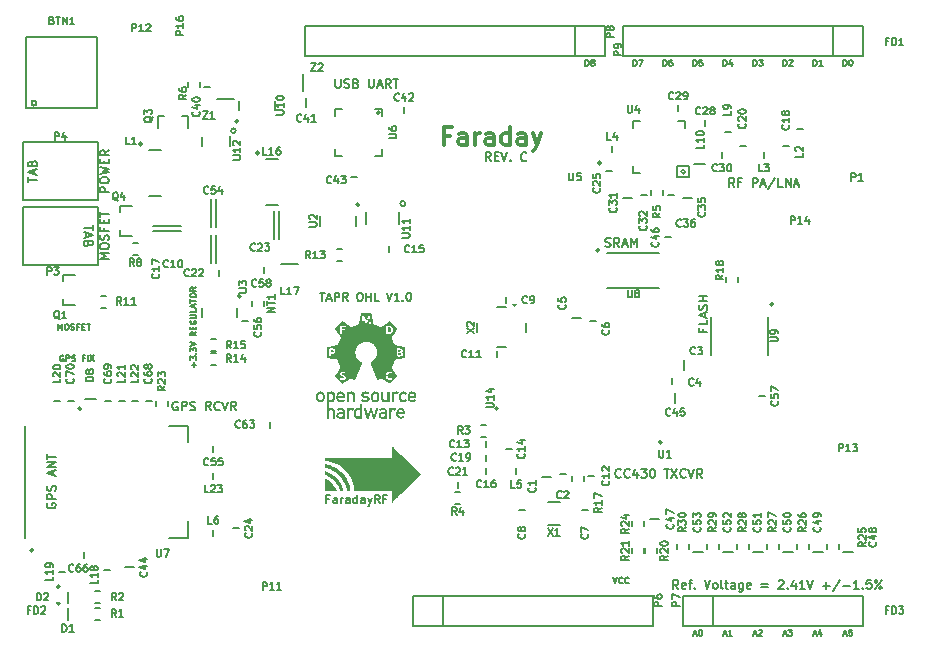
<source format=gto>
G04 (created by PCBNEW (2013-07-07 BZR 4022)-stable) date 10/25/2016 10:24:25 PM*
%MOIN*%
G04 Gerber Fmt 3.4, Leading zero omitted, Abs format*
%FSLAX34Y34*%
G01*
G70*
G90*
G04 APERTURE LIST*
%ADD10C,0.00590551*%
%ADD11C,0.005*%
%ADD12C,0.00738189*%
%ADD13C,0.011811*%
%ADD14C,0.0001*%
%ADD15R,0.102063X0.102063*%
%ADD16C,0.0867087*%
%ADD17R,0.311512X0.0689921*%
%ADD18C,0.230409*%
%ADD19R,0.0410394X0.0365118*%
%ADD20R,0.040252X0.115843*%
%ADD21R,0.0374961X0.029622*%
%ADD22R,0.0374961X0.0374961*%
%ADD23R,0.0532441X0.0414331*%
%ADD24R,0.0414331X0.0532441*%
%ADD25R,0.0729291X0.0378898*%
%ADD26R,0.0473386X0.0378898*%
%ADD27R,0.0611181X0.0532441*%
%ADD28R,0.0453701X0.0670236*%
%ADD29R,0.0245039X0.0453701*%
%ADD30R,0.0192913X0.0448819*%
%ADD31R,0.0448819X0.0192913*%
%ADD32R,0.0905512X0.0905512*%
%ADD33R,0.0630866X0.0237165*%
%ADD34R,0.0276535X0.0374961*%
%ADD35R,0.029622X0.0670236*%
%ADD36R,0.0304094X0.0540315*%
%ADD37R,0.029622X0.0335591*%
%ADD38R,0.0335591X0.029622*%
%ADD39R,0.029622X0.0374961*%
%ADD40R,0.0314961X0.0295276*%
%ADD41R,0.0453701X0.0453701*%
%ADD42R,0.100488X0.0650551*%
%ADD43R,0.0197795X0.0453701*%
%ADD44R,0.0650551X0.100488*%
%ADD45C,0.025685*%
%ADD46R,0.0571811X0.0670236*%
%ADD47R,0.0295276X0.0314961*%
%ADD48R,0.061X0.061*%
%ADD49C,0.061*%
%ADD50C,0.0787402*%
%ADD51R,0.0374961X0.0170236*%
%ADD52R,0.0170236X0.0374961*%
%ADD53R,0.0886772X0.0886772*%
%ADD54R,0.021748X0.0591496*%
%ADD55R,0.0886772X0.0689921*%
%ADD56R,0.0768661X0.0808031*%
%ADD57R,0.0808031X0.0808031*%
%ADD58R,0.0335591X0.0847402*%
%ADD59R,0.0847402X0.0335591*%
%ADD60R,0.0160236X0.0384646*%
%ADD61R,0.0384646X0.0160236*%
%ADD62R,0.172323X0.172323*%
%ADD63C,0.0737165*%
%ADD64R,0.0394646X0.0306063*%
G04 APERTURE END LIST*
G54D10*
G54D11*
X67411Y-48395D02*
X67568Y-48395D01*
X67489Y-48671D02*
X67489Y-48395D01*
X67647Y-48592D02*
X67778Y-48592D01*
X67621Y-48671D02*
X67712Y-48395D01*
X67804Y-48671D01*
X67896Y-48671D02*
X67896Y-48395D01*
X68001Y-48395D01*
X68027Y-48409D01*
X68041Y-48422D01*
X68054Y-48448D01*
X68054Y-48487D01*
X68041Y-48514D01*
X68027Y-48527D01*
X68001Y-48540D01*
X67896Y-48540D01*
X68329Y-48671D02*
X68237Y-48540D01*
X68172Y-48671D02*
X68172Y-48395D01*
X68277Y-48395D01*
X68303Y-48409D01*
X68316Y-48422D01*
X68329Y-48448D01*
X68329Y-48487D01*
X68316Y-48514D01*
X68303Y-48527D01*
X68277Y-48540D01*
X68172Y-48540D01*
X68710Y-48395D02*
X68762Y-48395D01*
X68789Y-48409D01*
X68815Y-48435D01*
X68828Y-48487D01*
X68828Y-48579D01*
X68815Y-48632D01*
X68789Y-48658D01*
X68762Y-48671D01*
X68710Y-48671D01*
X68684Y-48658D01*
X68657Y-48632D01*
X68644Y-48579D01*
X68644Y-48487D01*
X68657Y-48435D01*
X68684Y-48409D01*
X68710Y-48395D01*
X68946Y-48671D02*
X68946Y-48395D01*
X68946Y-48527D02*
X69104Y-48527D01*
X69104Y-48671D02*
X69104Y-48395D01*
X69366Y-48671D02*
X69235Y-48671D01*
X69235Y-48395D01*
X69628Y-48395D02*
X69720Y-48671D01*
X69812Y-48395D01*
X70048Y-48671D02*
X69891Y-48671D01*
X69970Y-48671D02*
X69970Y-48395D01*
X69943Y-48435D01*
X69917Y-48461D01*
X69891Y-48474D01*
X70167Y-48645D02*
X70180Y-48658D01*
X70167Y-48671D01*
X70153Y-48658D01*
X70167Y-48645D01*
X70167Y-48671D01*
X70350Y-48395D02*
X70377Y-48395D01*
X70403Y-48409D01*
X70416Y-48422D01*
X70429Y-48448D01*
X70442Y-48500D01*
X70442Y-48566D01*
X70429Y-48619D01*
X70416Y-48645D01*
X70403Y-48658D01*
X70377Y-48671D01*
X70350Y-48671D01*
X70324Y-48658D01*
X70311Y-48645D01*
X70298Y-48619D01*
X70285Y-48566D01*
X70285Y-48500D01*
X70298Y-48448D01*
X70311Y-48422D01*
X70324Y-48409D01*
X70350Y-48395D01*
X67714Y-55267D02*
X67622Y-55267D01*
X67622Y-55411D02*
X67622Y-55135D01*
X67753Y-55135D01*
X67976Y-55411D02*
X67976Y-55267D01*
X67963Y-55240D01*
X67937Y-55227D01*
X67885Y-55227D01*
X67858Y-55240D01*
X67976Y-55398D02*
X67950Y-55411D01*
X67885Y-55411D01*
X67858Y-55398D01*
X67845Y-55372D01*
X67845Y-55345D01*
X67858Y-55319D01*
X67885Y-55306D01*
X67950Y-55306D01*
X67976Y-55293D01*
X68108Y-55411D02*
X68108Y-55227D01*
X68108Y-55280D02*
X68121Y-55254D01*
X68134Y-55240D01*
X68160Y-55227D01*
X68186Y-55227D01*
X68396Y-55411D02*
X68396Y-55267D01*
X68383Y-55240D01*
X68357Y-55227D01*
X68305Y-55227D01*
X68278Y-55240D01*
X68396Y-55398D02*
X68370Y-55411D01*
X68305Y-55411D01*
X68278Y-55398D01*
X68265Y-55372D01*
X68265Y-55345D01*
X68278Y-55319D01*
X68305Y-55306D01*
X68370Y-55306D01*
X68396Y-55293D01*
X68646Y-55411D02*
X68646Y-55135D01*
X68646Y-55398D02*
X68620Y-55411D01*
X68567Y-55411D01*
X68541Y-55398D01*
X68528Y-55385D01*
X68515Y-55359D01*
X68515Y-55280D01*
X68528Y-55254D01*
X68541Y-55240D01*
X68567Y-55227D01*
X68620Y-55227D01*
X68646Y-55240D01*
X68895Y-55411D02*
X68895Y-55267D01*
X68882Y-55240D01*
X68856Y-55227D01*
X68803Y-55227D01*
X68777Y-55240D01*
X68895Y-55398D02*
X68869Y-55411D01*
X68803Y-55411D01*
X68777Y-55398D01*
X68764Y-55372D01*
X68764Y-55345D01*
X68777Y-55319D01*
X68803Y-55306D01*
X68869Y-55306D01*
X68895Y-55293D01*
X69000Y-55227D02*
X69066Y-55411D01*
X69131Y-55227D02*
X69066Y-55411D01*
X69039Y-55477D01*
X69026Y-55490D01*
X69000Y-55503D01*
X69394Y-55411D02*
X69302Y-55280D01*
X69236Y-55411D02*
X69236Y-55135D01*
X69341Y-55135D01*
X69368Y-55149D01*
X69381Y-55162D01*
X69394Y-55188D01*
X69394Y-55227D01*
X69381Y-55254D01*
X69368Y-55267D01*
X69341Y-55280D01*
X69236Y-55280D01*
X69604Y-55267D02*
X69512Y-55267D01*
X69512Y-55411D02*
X69512Y-55135D01*
X69643Y-55135D01*
X76252Y-40830D02*
X76252Y-40630D01*
X76300Y-40630D01*
X76328Y-40640D01*
X76347Y-40659D01*
X76357Y-40678D01*
X76366Y-40716D01*
X76366Y-40745D01*
X76357Y-40783D01*
X76347Y-40802D01*
X76328Y-40821D01*
X76300Y-40830D01*
X76252Y-40830D01*
X76480Y-40716D02*
X76461Y-40707D01*
X76452Y-40697D01*
X76442Y-40678D01*
X76442Y-40669D01*
X76452Y-40650D01*
X76461Y-40640D01*
X76480Y-40630D01*
X76519Y-40630D01*
X76538Y-40640D01*
X76547Y-40650D01*
X76557Y-40669D01*
X76557Y-40678D01*
X76547Y-40697D01*
X76538Y-40707D01*
X76519Y-40716D01*
X76480Y-40716D01*
X76461Y-40726D01*
X76452Y-40735D01*
X76442Y-40754D01*
X76442Y-40792D01*
X76452Y-40811D01*
X76461Y-40821D01*
X76480Y-40830D01*
X76519Y-40830D01*
X76538Y-40821D01*
X76547Y-40811D01*
X76557Y-40792D01*
X76557Y-40754D01*
X76547Y-40735D01*
X76538Y-40726D01*
X76519Y-40716D01*
X77852Y-40830D02*
X77852Y-40630D01*
X77900Y-40630D01*
X77928Y-40640D01*
X77947Y-40659D01*
X77957Y-40678D01*
X77966Y-40716D01*
X77966Y-40745D01*
X77957Y-40783D01*
X77947Y-40802D01*
X77928Y-40821D01*
X77900Y-40830D01*
X77852Y-40830D01*
X78033Y-40630D02*
X78166Y-40630D01*
X78080Y-40830D01*
X78852Y-40830D02*
X78852Y-40630D01*
X78900Y-40630D01*
X78928Y-40640D01*
X78947Y-40659D01*
X78957Y-40678D01*
X78966Y-40716D01*
X78966Y-40745D01*
X78957Y-40783D01*
X78947Y-40802D01*
X78928Y-40821D01*
X78900Y-40830D01*
X78852Y-40830D01*
X79138Y-40630D02*
X79100Y-40630D01*
X79080Y-40640D01*
X79071Y-40650D01*
X79052Y-40678D01*
X79042Y-40716D01*
X79042Y-40792D01*
X79052Y-40811D01*
X79061Y-40821D01*
X79080Y-40830D01*
X79119Y-40830D01*
X79138Y-40821D01*
X79147Y-40811D01*
X79157Y-40792D01*
X79157Y-40745D01*
X79147Y-40726D01*
X79138Y-40716D01*
X79119Y-40707D01*
X79080Y-40707D01*
X79061Y-40716D01*
X79052Y-40726D01*
X79042Y-40745D01*
X79852Y-40830D02*
X79852Y-40630D01*
X79900Y-40630D01*
X79928Y-40640D01*
X79947Y-40659D01*
X79957Y-40678D01*
X79966Y-40716D01*
X79966Y-40745D01*
X79957Y-40783D01*
X79947Y-40802D01*
X79928Y-40821D01*
X79900Y-40830D01*
X79852Y-40830D01*
X80147Y-40630D02*
X80052Y-40630D01*
X80042Y-40726D01*
X80052Y-40716D01*
X80071Y-40707D01*
X80119Y-40707D01*
X80138Y-40716D01*
X80147Y-40726D01*
X80157Y-40745D01*
X80157Y-40792D01*
X80147Y-40811D01*
X80138Y-40821D01*
X80119Y-40830D01*
X80071Y-40830D01*
X80052Y-40821D01*
X80042Y-40811D01*
X80852Y-40830D02*
X80852Y-40630D01*
X80900Y-40630D01*
X80928Y-40640D01*
X80947Y-40659D01*
X80957Y-40678D01*
X80966Y-40716D01*
X80966Y-40745D01*
X80957Y-40783D01*
X80947Y-40802D01*
X80928Y-40821D01*
X80900Y-40830D01*
X80852Y-40830D01*
X81138Y-40697D02*
X81138Y-40830D01*
X81090Y-40621D02*
X81042Y-40764D01*
X81166Y-40764D01*
X81852Y-40830D02*
X81852Y-40630D01*
X81900Y-40630D01*
X81928Y-40640D01*
X81947Y-40659D01*
X81957Y-40678D01*
X81966Y-40716D01*
X81966Y-40745D01*
X81957Y-40783D01*
X81947Y-40802D01*
X81928Y-40821D01*
X81900Y-40830D01*
X81852Y-40830D01*
X82033Y-40630D02*
X82157Y-40630D01*
X82090Y-40707D01*
X82119Y-40707D01*
X82138Y-40716D01*
X82147Y-40726D01*
X82157Y-40745D01*
X82157Y-40792D01*
X82147Y-40811D01*
X82138Y-40821D01*
X82119Y-40830D01*
X82061Y-40830D01*
X82042Y-40821D01*
X82033Y-40811D01*
X82852Y-40830D02*
X82852Y-40630D01*
X82900Y-40630D01*
X82928Y-40640D01*
X82947Y-40659D01*
X82957Y-40678D01*
X82966Y-40716D01*
X82966Y-40745D01*
X82957Y-40783D01*
X82947Y-40802D01*
X82928Y-40821D01*
X82900Y-40830D01*
X82852Y-40830D01*
X83042Y-40650D02*
X83052Y-40640D01*
X83071Y-40630D01*
X83119Y-40630D01*
X83138Y-40640D01*
X83147Y-40650D01*
X83157Y-40669D01*
X83157Y-40688D01*
X83147Y-40716D01*
X83033Y-40830D01*
X83157Y-40830D01*
X83852Y-40830D02*
X83852Y-40630D01*
X83900Y-40630D01*
X83928Y-40640D01*
X83947Y-40659D01*
X83957Y-40678D01*
X83966Y-40716D01*
X83966Y-40745D01*
X83957Y-40783D01*
X83947Y-40802D01*
X83928Y-40821D01*
X83900Y-40830D01*
X83852Y-40830D01*
X84157Y-40830D02*
X84042Y-40830D01*
X84100Y-40830D02*
X84100Y-40630D01*
X84080Y-40659D01*
X84061Y-40678D01*
X84042Y-40688D01*
X84852Y-40830D02*
X84852Y-40630D01*
X84900Y-40630D01*
X84928Y-40640D01*
X84947Y-40659D01*
X84957Y-40678D01*
X84966Y-40716D01*
X84966Y-40745D01*
X84957Y-40783D01*
X84947Y-40802D01*
X84928Y-40821D01*
X84900Y-40830D01*
X84852Y-40830D01*
X85090Y-40630D02*
X85109Y-40630D01*
X85128Y-40640D01*
X85138Y-40650D01*
X85147Y-40669D01*
X85157Y-40707D01*
X85157Y-40754D01*
X85147Y-40792D01*
X85138Y-40811D01*
X85128Y-40821D01*
X85109Y-40830D01*
X85090Y-40830D01*
X85071Y-40821D01*
X85061Y-40811D01*
X85052Y-40792D01*
X85042Y-40754D01*
X85042Y-40707D01*
X85052Y-40669D01*
X85061Y-40650D01*
X85071Y-40640D01*
X85090Y-40630D01*
G54D12*
X60369Y-45031D02*
X60074Y-45031D01*
X60074Y-44919D01*
X60088Y-44891D01*
X60102Y-44877D01*
X60130Y-44863D01*
X60172Y-44863D01*
X60200Y-44877D01*
X60214Y-44891D01*
X60228Y-44919D01*
X60228Y-45031D01*
X60074Y-44680D02*
X60074Y-44624D01*
X60088Y-44596D01*
X60116Y-44567D01*
X60172Y-44553D01*
X60271Y-44553D01*
X60327Y-44567D01*
X60355Y-44596D01*
X60369Y-44624D01*
X60369Y-44680D01*
X60355Y-44708D01*
X60327Y-44736D01*
X60271Y-44750D01*
X60172Y-44750D01*
X60116Y-44736D01*
X60088Y-44708D01*
X60074Y-44680D01*
X60074Y-44455D02*
X60369Y-44385D01*
X60158Y-44328D01*
X60369Y-44272D01*
X60074Y-44202D01*
X60214Y-44089D02*
X60214Y-43991D01*
X60369Y-43949D02*
X60369Y-44089D01*
X60074Y-44089D01*
X60074Y-43949D01*
X60369Y-43653D02*
X60228Y-43752D01*
X60369Y-43822D02*
X60074Y-43822D01*
X60074Y-43710D01*
X60088Y-43682D01*
X60102Y-43668D01*
X60130Y-43653D01*
X60172Y-43653D01*
X60200Y-43668D01*
X60214Y-43682D01*
X60228Y-43710D01*
X60228Y-43822D01*
X60369Y-47266D02*
X60074Y-47266D01*
X60285Y-47167D01*
X60074Y-47069D01*
X60369Y-47069D01*
X60074Y-46872D02*
X60074Y-46816D01*
X60088Y-46788D01*
X60116Y-46760D01*
X60172Y-46746D01*
X60271Y-46746D01*
X60327Y-46760D01*
X60355Y-46788D01*
X60369Y-46816D01*
X60369Y-46872D01*
X60355Y-46900D01*
X60327Y-46928D01*
X60271Y-46942D01*
X60172Y-46942D01*
X60116Y-46928D01*
X60088Y-46900D01*
X60074Y-46872D01*
X60355Y-46633D02*
X60369Y-46591D01*
X60369Y-46521D01*
X60355Y-46492D01*
X60341Y-46478D01*
X60313Y-46464D01*
X60285Y-46464D01*
X60257Y-46478D01*
X60242Y-46492D01*
X60228Y-46521D01*
X60214Y-46577D01*
X60200Y-46605D01*
X60186Y-46619D01*
X60158Y-46633D01*
X60130Y-46633D01*
X60102Y-46619D01*
X60088Y-46605D01*
X60074Y-46577D01*
X60074Y-46507D01*
X60088Y-46464D01*
X60214Y-46239D02*
X60214Y-46338D01*
X60369Y-46338D02*
X60074Y-46338D01*
X60074Y-46197D01*
X60214Y-46085D02*
X60214Y-45986D01*
X60369Y-45944D02*
X60369Y-46085D01*
X60074Y-46085D01*
X60074Y-45944D01*
X60074Y-45860D02*
X60074Y-45691D01*
X60369Y-45775D02*
X60074Y-45775D01*
X59825Y-46141D02*
X59825Y-46310D01*
X59530Y-46225D02*
X59825Y-46225D01*
X59614Y-46394D02*
X59614Y-46535D01*
X59530Y-46366D02*
X59825Y-46464D01*
X59530Y-46563D01*
X59685Y-46760D02*
X59671Y-46802D01*
X59657Y-46816D01*
X59628Y-46830D01*
X59586Y-46830D01*
X59558Y-46816D01*
X59544Y-46802D01*
X59530Y-46774D01*
X59530Y-46661D01*
X59825Y-46661D01*
X59825Y-46760D01*
X59811Y-46788D01*
X59797Y-46802D01*
X59769Y-46816D01*
X59741Y-46816D01*
X59713Y-46802D01*
X59699Y-46788D01*
X59685Y-46760D01*
X59685Y-46661D01*
X57674Y-44708D02*
X57674Y-44539D01*
X57969Y-44624D02*
X57674Y-44624D01*
X57885Y-44455D02*
X57885Y-44314D01*
X57969Y-44483D02*
X57674Y-44385D01*
X57969Y-44286D01*
X57814Y-44089D02*
X57828Y-44047D01*
X57842Y-44033D01*
X57871Y-44019D01*
X57913Y-44019D01*
X57941Y-44033D01*
X57955Y-44047D01*
X57969Y-44075D01*
X57969Y-44188D01*
X57674Y-44188D01*
X57674Y-44089D01*
X57688Y-44061D01*
X57702Y-44047D01*
X57730Y-44033D01*
X57758Y-44033D01*
X57786Y-44047D01*
X57800Y-44061D01*
X57814Y-44089D01*
X57814Y-44188D01*
X80164Y-49599D02*
X80164Y-49697D01*
X80319Y-49697D02*
X80024Y-49697D01*
X80024Y-49556D01*
X80319Y-49303D02*
X80319Y-49444D01*
X80024Y-49444D01*
X80235Y-49219D02*
X80235Y-49078D01*
X80319Y-49247D02*
X80024Y-49149D01*
X80319Y-49050D01*
X80305Y-48966D02*
X80319Y-48924D01*
X80319Y-48853D01*
X80305Y-48825D01*
X80291Y-48811D01*
X80263Y-48797D01*
X80235Y-48797D01*
X80207Y-48811D01*
X80192Y-48825D01*
X80178Y-48853D01*
X80164Y-48910D01*
X80150Y-48938D01*
X80136Y-48952D01*
X80108Y-48966D01*
X80080Y-48966D01*
X80052Y-48952D01*
X80038Y-48938D01*
X80024Y-48910D01*
X80024Y-48839D01*
X80038Y-48797D01*
X80319Y-48671D02*
X80024Y-48671D01*
X80164Y-48671D02*
X80164Y-48502D01*
X80319Y-48502D02*
X80024Y-48502D01*
X76922Y-46855D02*
X76964Y-46869D01*
X77035Y-46869D01*
X77063Y-46855D01*
X77077Y-46841D01*
X77091Y-46813D01*
X77091Y-46785D01*
X77077Y-46757D01*
X77063Y-46742D01*
X77035Y-46728D01*
X76978Y-46714D01*
X76950Y-46700D01*
X76936Y-46686D01*
X76922Y-46658D01*
X76922Y-46630D01*
X76936Y-46602D01*
X76950Y-46588D01*
X76978Y-46574D01*
X77049Y-46574D01*
X77091Y-46588D01*
X77386Y-46869D02*
X77288Y-46728D01*
X77217Y-46869D02*
X77217Y-46574D01*
X77330Y-46574D01*
X77358Y-46588D01*
X77372Y-46602D01*
X77386Y-46630D01*
X77386Y-46672D01*
X77372Y-46700D01*
X77358Y-46714D01*
X77330Y-46728D01*
X77217Y-46728D01*
X77499Y-46785D02*
X77639Y-46785D01*
X77471Y-46869D02*
X77569Y-46574D01*
X77667Y-46869D01*
X77766Y-46869D02*
X77766Y-46574D01*
X77864Y-46785D01*
X77963Y-46574D01*
X77963Y-46869D01*
G54D11*
X58852Y-50490D02*
X58833Y-50480D01*
X58804Y-50480D01*
X58776Y-50490D01*
X58757Y-50509D01*
X58747Y-50528D01*
X58738Y-50566D01*
X58738Y-50595D01*
X58747Y-50633D01*
X58757Y-50652D01*
X58776Y-50671D01*
X58804Y-50680D01*
X58823Y-50680D01*
X58852Y-50671D01*
X58861Y-50661D01*
X58861Y-50595D01*
X58823Y-50595D01*
X58947Y-50680D02*
X58947Y-50480D01*
X59023Y-50480D01*
X59042Y-50490D01*
X59052Y-50500D01*
X59061Y-50519D01*
X59061Y-50547D01*
X59052Y-50566D01*
X59042Y-50576D01*
X59023Y-50585D01*
X58947Y-50585D01*
X59138Y-50671D02*
X59166Y-50680D01*
X59214Y-50680D01*
X59233Y-50671D01*
X59242Y-50661D01*
X59252Y-50642D01*
X59252Y-50623D01*
X59242Y-50604D01*
X59233Y-50595D01*
X59214Y-50585D01*
X59176Y-50576D01*
X59157Y-50566D01*
X59147Y-50557D01*
X59138Y-50538D01*
X59138Y-50519D01*
X59147Y-50500D01*
X59157Y-50490D01*
X59176Y-50480D01*
X59223Y-50480D01*
X59252Y-50490D01*
X59557Y-50576D02*
X59490Y-50576D01*
X59490Y-50680D02*
X59490Y-50480D01*
X59585Y-50480D01*
X59661Y-50680D02*
X59661Y-50480D01*
X59738Y-50480D02*
X59871Y-50680D01*
X59871Y-50480D02*
X59738Y-50680D01*
X84857Y-59773D02*
X84952Y-59773D01*
X84838Y-59830D02*
X84904Y-59630D01*
X84971Y-59830D01*
X85133Y-59630D02*
X85038Y-59630D01*
X85028Y-59726D01*
X85038Y-59716D01*
X85057Y-59707D01*
X85104Y-59707D01*
X85123Y-59716D01*
X85133Y-59726D01*
X85142Y-59745D01*
X85142Y-59792D01*
X85133Y-59811D01*
X85123Y-59821D01*
X85104Y-59830D01*
X85057Y-59830D01*
X85038Y-59821D01*
X85028Y-59811D01*
X83857Y-59773D02*
X83952Y-59773D01*
X83838Y-59830D02*
X83904Y-59630D01*
X83971Y-59830D01*
X84123Y-59697D02*
X84123Y-59830D01*
X84076Y-59621D02*
X84028Y-59764D01*
X84152Y-59764D01*
X82857Y-59773D02*
X82952Y-59773D01*
X82838Y-59830D02*
X82904Y-59630D01*
X82971Y-59830D01*
X83019Y-59630D02*
X83142Y-59630D01*
X83076Y-59707D01*
X83104Y-59707D01*
X83123Y-59716D01*
X83133Y-59726D01*
X83142Y-59745D01*
X83142Y-59792D01*
X83133Y-59811D01*
X83123Y-59821D01*
X83104Y-59830D01*
X83047Y-59830D01*
X83028Y-59821D01*
X83019Y-59811D01*
X81857Y-59773D02*
X81952Y-59773D01*
X81838Y-59830D02*
X81904Y-59630D01*
X81971Y-59830D01*
X82028Y-59650D02*
X82038Y-59640D01*
X82057Y-59630D01*
X82104Y-59630D01*
X82123Y-59640D01*
X82133Y-59650D01*
X82142Y-59669D01*
X82142Y-59688D01*
X82133Y-59716D01*
X82019Y-59830D01*
X82142Y-59830D01*
X80857Y-59773D02*
X80952Y-59773D01*
X80838Y-59830D02*
X80904Y-59630D01*
X80971Y-59830D01*
X81142Y-59830D02*
X81028Y-59830D01*
X81085Y-59830D02*
X81085Y-59630D01*
X81066Y-59659D01*
X81047Y-59678D01*
X81028Y-59688D01*
X79857Y-59773D02*
X79952Y-59773D01*
X79838Y-59830D02*
X79904Y-59630D01*
X79971Y-59830D01*
X80076Y-59630D02*
X80095Y-59630D01*
X80114Y-59640D01*
X80123Y-59650D01*
X80133Y-59669D01*
X80142Y-59707D01*
X80142Y-59754D01*
X80133Y-59792D01*
X80123Y-59811D01*
X80114Y-59821D01*
X80095Y-59830D01*
X80076Y-59830D01*
X80057Y-59821D01*
X80047Y-59811D01*
X80038Y-59792D01*
X80028Y-59754D01*
X80028Y-59707D01*
X80038Y-59669D01*
X80047Y-59650D01*
X80057Y-59640D01*
X80076Y-59630D01*
X77183Y-57880D02*
X77250Y-58080D01*
X77316Y-57880D01*
X77497Y-58061D02*
X77488Y-58071D01*
X77459Y-58080D01*
X77440Y-58080D01*
X77411Y-58071D01*
X77392Y-58052D01*
X77383Y-58033D01*
X77373Y-57995D01*
X77373Y-57966D01*
X77383Y-57928D01*
X77392Y-57909D01*
X77411Y-57890D01*
X77440Y-57880D01*
X77459Y-57880D01*
X77488Y-57890D01*
X77497Y-57900D01*
X77697Y-58061D02*
X77688Y-58071D01*
X77659Y-58080D01*
X77640Y-58080D01*
X77611Y-58071D01*
X77592Y-58052D01*
X77583Y-58033D01*
X77573Y-57995D01*
X77573Y-57966D01*
X77583Y-57928D01*
X77592Y-57909D01*
X77611Y-57890D01*
X77640Y-57880D01*
X77659Y-57880D01*
X77688Y-57890D01*
X77697Y-57900D01*
X63204Y-50869D02*
X63204Y-50716D01*
X63280Y-50792D02*
X63128Y-50792D01*
X63080Y-50640D02*
X63080Y-50516D01*
X63157Y-50583D01*
X63157Y-50554D01*
X63166Y-50535D01*
X63176Y-50526D01*
X63195Y-50516D01*
X63242Y-50516D01*
X63261Y-50526D01*
X63271Y-50535D01*
X63280Y-50554D01*
X63280Y-50611D01*
X63271Y-50630D01*
X63261Y-50640D01*
X63261Y-50430D02*
X63271Y-50421D01*
X63280Y-50430D01*
X63271Y-50440D01*
X63261Y-50430D01*
X63280Y-50430D01*
X63080Y-50354D02*
X63080Y-50230D01*
X63157Y-50297D01*
X63157Y-50269D01*
X63166Y-50250D01*
X63176Y-50240D01*
X63195Y-50230D01*
X63242Y-50230D01*
X63261Y-50240D01*
X63271Y-50250D01*
X63280Y-50269D01*
X63280Y-50326D01*
X63271Y-50345D01*
X63261Y-50354D01*
X63080Y-50173D02*
X63280Y-50107D01*
X63080Y-50040D01*
X63280Y-49707D02*
X63185Y-49773D01*
X63280Y-49821D02*
X63080Y-49821D01*
X63080Y-49745D01*
X63090Y-49726D01*
X63100Y-49716D01*
X63119Y-49707D01*
X63147Y-49707D01*
X63166Y-49716D01*
X63176Y-49726D01*
X63185Y-49745D01*
X63185Y-49821D01*
X63176Y-49621D02*
X63176Y-49554D01*
X63280Y-49526D02*
X63280Y-49621D01*
X63080Y-49621D01*
X63080Y-49526D01*
X63090Y-49335D02*
X63080Y-49354D01*
X63080Y-49383D01*
X63090Y-49411D01*
X63109Y-49430D01*
X63128Y-49440D01*
X63166Y-49449D01*
X63195Y-49449D01*
X63233Y-49440D01*
X63252Y-49430D01*
X63271Y-49411D01*
X63280Y-49383D01*
X63280Y-49364D01*
X63271Y-49335D01*
X63261Y-49326D01*
X63195Y-49326D01*
X63195Y-49364D01*
X63080Y-49240D02*
X63242Y-49240D01*
X63261Y-49230D01*
X63271Y-49221D01*
X63280Y-49202D01*
X63280Y-49164D01*
X63271Y-49145D01*
X63261Y-49135D01*
X63242Y-49126D01*
X63080Y-49126D01*
X63280Y-48935D02*
X63280Y-49030D01*
X63080Y-49030D01*
X63223Y-48878D02*
X63223Y-48783D01*
X63280Y-48897D02*
X63080Y-48830D01*
X63280Y-48764D01*
X63080Y-48726D02*
X63080Y-48611D01*
X63280Y-48669D02*
X63080Y-48669D01*
X63080Y-48507D02*
X63080Y-48469D01*
X63090Y-48449D01*
X63109Y-48430D01*
X63147Y-48421D01*
X63214Y-48421D01*
X63252Y-48430D01*
X63271Y-48449D01*
X63280Y-48469D01*
X63280Y-48507D01*
X63271Y-48526D01*
X63252Y-48545D01*
X63214Y-48554D01*
X63147Y-48554D01*
X63109Y-48545D01*
X63090Y-48526D01*
X63080Y-48507D01*
X63280Y-48221D02*
X63185Y-48288D01*
X63280Y-48335D02*
X63080Y-48335D01*
X63080Y-48259D01*
X63090Y-48240D01*
X63100Y-48230D01*
X63119Y-48221D01*
X63147Y-48221D01*
X63166Y-48230D01*
X63176Y-48240D01*
X63185Y-48259D01*
X63185Y-48335D01*
G54D12*
X77434Y-54541D02*
X77420Y-54555D01*
X77378Y-54569D01*
X77350Y-54569D01*
X77307Y-54555D01*
X77279Y-54527D01*
X77265Y-54499D01*
X77251Y-54442D01*
X77251Y-54400D01*
X77265Y-54344D01*
X77279Y-54316D01*
X77307Y-54288D01*
X77350Y-54274D01*
X77378Y-54274D01*
X77420Y-54288D01*
X77434Y-54302D01*
X77729Y-54541D02*
X77715Y-54555D01*
X77673Y-54569D01*
X77645Y-54569D01*
X77603Y-54555D01*
X77575Y-54527D01*
X77561Y-54499D01*
X77547Y-54442D01*
X77547Y-54400D01*
X77561Y-54344D01*
X77575Y-54316D01*
X77603Y-54288D01*
X77645Y-54274D01*
X77673Y-54274D01*
X77715Y-54288D01*
X77729Y-54302D01*
X77982Y-54372D02*
X77982Y-54569D01*
X77912Y-54260D02*
X77842Y-54471D01*
X78025Y-54471D01*
X78109Y-54274D02*
X78292Y-54274D01*
X78193Y-54386D01*
X78235Y-54386D01*
X78264Y-54400D01*
X78278Y-54414D01*
X78292Y-54442D01*
X78292Y-54513D01*
X78278Y-54541D01*
X78264Y-54555D01*
X78235Y-54569D01*
X78151Y-54569D01*
X78123Y-54555D01*
X78109Y-54541D01*
X78475Y-54274D02*
X78503Y-54274D01*
X78531Y-54288D01*
X78545Y-54302D01*
X78559Y-54330D01*
X78573Y-54386D01*
X78573Y-54457D01*
X78559Y-54513D01*
X78545Y-54541D01*
X78531Y-54555D01*
X78503Y-54569D01*
X78475Y-54569D01*
X78446Y-54555D01*
X78432Y-54541D01*
X78418Y-54513D01*
X78404Y-54457D01*
X78404Y-54386D01*
X78418Y-54330D01*
X78432Y-54302D01*
X78446Y-54288D01*
X78475Y-54274D01*
X78882Y-54274D02*
X79051Y-54274D01*
X78967Y-54569D02*
X78967Y-54274D01*
X79121Y-54274D02*
X79318Y-54569D01*
X79318Y-54274D02*
X79121Y-54569D01*
X79599Y-54541D02*
X79585Y-54555D01*
X79543Y-54569D01*
X79515Y-54569D01*
X79473Y-54555D01*
X79445Y-54527D01*
X79431Y-54499D01*
X79417Y-54442D01*
X79417Y-54400D01*
X79431Y-54344D01*
X79445Y-54316D01*
X79473Y-54288D01*
X79515Y-54274D01*
X79543Y-54274D01*
X79585Y-54288D01*
X79599Y-54302D01*
X79684Y-54274D02*
X79782Y-54569D01*
X79881Y-54274D01*
X80148Y-54569D02*
X80049Y-54428D01*
X79979Y-54569D02*
X79979Y-54274D01*
X80092Y-54274D01*
X80120Y-54288D01*
X80134Y-54302D01*
X80148Y-54330D01*
X80148Y-54372D01*
X80134Y-54400D01*
X80120Y-54414D01*
X80092Y-54428D01*
X79979Y-54428D01*
X67923Y-41274D02*
X67923Y-41513D01*
X67937Y-41541D01*
X67951Y-41555D01*
X67979Y-41569D01*
X68036Y-41569D01*
X68064Y-41555D01*
X68078Y-41541D01*
X68092Y-41513D01*
X68092Y-41274D01*
X68218Y-41555D02*
X68261Y-41569D01*
X68331Y-41569D01*
X68359Y-41555D01*
X68373Y-41541D01*
X68387Y-41513D01*
X68387Y-41485D01*
X68373Y-41457D01*
X68359Y-41442D01*
X68331Y-41428D01*
X68275Y-41414D01*
X68246Y-41400D01*
X68232Y-41386D01*
X68218Y-41358D01*
X68218Y-41330D01*
X68232Y-41302D01*
X68246Y-41288D01*
X68275Y-41274D01*
X68345Y-41274D01*
X68387Y-41288D01*
X68612Y-41414D02*
X68654Y-41428D01*
X68668Y-41442D01*
X68682Y-41471D01*
X68682Y-41513D01*
X68668Y-41541D01*
X68654Y-41555D01*
X68626Y-41569D01*
X68514Y-41569D01*
X68514Y-41274D01*
X68612Y-41274D01*
X68640Y-41288D01*
X68654Y-41302D01*
X68668Y-41330D01*
X68668Y-41358D01*
X68654Y-41386D01*
X68640Y-41400D01*
X68612Y-41414D01*
X68514Y-41414D01*
X69034Y-41274D02*
X69034Y-41513D01*
X69048Y-41541D01*
X69062Y-41555D01*
X69090Y-41569D01*
X69146Y-41569D01*
X69174Y-41555D01*
X69189Y-41541D01*
X69203Y-41513D01*
X69203Y-41274D01*
X69329Y-41485D02*
X69470Y-41485D01*
X69301Y-41569D02*
X69399Y-41274D01*
X69498Y-41569D01*
X69765Y-41569D02*
X69667Y-41428D01*
X69596Y-41569D02*
X69596Y-41274D01*
X69709Y-41274D01*
X69737Y-41288D01*
X69751Y-41302D01*
X69765Y-41330D01*
X69765Y-41372D01*
X69751Y-41400D01*
X69737Y-41414D01*
X69709Y-41428D01*
X69596Y-41428D01*
X69849Y-41274D02*
X70018Y-41274D01*
X69934Y-41569D02*
X69934Y-41274D01*
X81222Y-44869D02*
X81124Y-44728D01*
X81054Y-44869D02*
X81054Y-44574D01*
X81166Y-44574D01*
X81194Y-44588D01*
X81208Y-44602D01*
X81222Y-44630D01*
X81222Y-44672D01*
X81208Y-44700D01*
X81194Y-44714D01*
X81166Y-44728D01*
X81054Y-44728D01*
X81447Y-44714D02*
X81349Y-44714D01*
X81349Y-44869D02*
X81349Y-44574D01*
X81489Y-44574D01*
X81827Y-44869D02*
X81827Y-44574D01*
X81939Y-44574D01*
X81967Y-44588D01*
X81982Y-44602D01*
X81996Y-44630D01*
X81996Y-44672D01*
X81982Y-44700D01*
X81967Y-44714D01*
X81939Y-44728D01*
X81827Y-44728D01*
X82108Y-44785D02*
X82249Y-44785D01*
X82080Y-44869D02*
X82178Y-44574D01*
X82277Y-44869D01*
X82586Y-44560D02*
X82333Y-44939D01*
X82825Y-44869D02*
X82685Y-44869D01*
X82685Y-44574D01*
X82924Y-44869D02*
X82924Y-44574D01*
X83092Y-44869D01*
X83092Y-44574D01*
X83219Y-44785D02*
X83360Y-44785D01*
X83191Y-44869D02*
X83289Y-44574D01*
X83388Y-44869D01*
X62657Y-52038D02*
X62629Y-52024D01*
X62586Y-52024D01*
X62544Y-52038D01*
X62516Y-52066D01*
X62502Y-52094D01*
X62488Y-52150D01*
X62488Y-52192D01*
X62502Y-52249D01*
X62516Y-52277D01*
X62544Y-52305D01*
X62586Y-52319D01*
X62614Y-52319D01*
X62657Y-52305D01*
X62671Y-52291D01*
X62671Y-52192D01*
X62614Y-52192D01*
X62797Y-52319D02*
X62797Y-52024D01*
X62910Y-52024D01*
X62938Y-52038D01*
X62952Y-52052D01*
X62966Y-52080D01*
X62966Y-52122D01*
X62952Y-52150D01*
X62938Y-52164D01*
X62910Y-52178D01*
X62797Y-52178D01*
X63078Y-52305D02*
X63121Y-52319D01*
X63191Y-52319D01*
X63219Y-52305D01*
X63233Y-52291D01*
X63247Y-52263D01*
X63247Y-52235D01*
X63233Y-52207D01*
X63219Y-52192D01*
X63191Y-52178D01*
X63135Y-52164D01*
X63107Y-52150D01*
X63093Y-52136D01*
X63078Y-52108D01*
X63078Y-52080D01*
X63093Y-52052D01*
X63107Y-52038D01*
X63135Y-52024D01*
X63205Y-52024D01*
X63247Y-52038D01*
X63767Y-52319D02*
X63669Y-52178D01*
X63599Y-52319D02*
X63599Y-52024D01*
X63711Y-52024D01*
X63739Y-52038D01*
X63753Y-52052D01*
X63767Y-52080D01*
X63767Y-52122D01*
X63753Y-52150D01*
X63739Y-52164D01*
X63711Y-52178D01*
X63599Y-52178D01*
X64063Y-52291D02*
X64049Y-52305D01*
X64006Y-52319D01*
X63978Y-52319D01*
X63936Y-52305D01*
X63908Y-52277D01*
X63894Y-52249D01*
X63880Y-52192D01*
X63880Y-52150D01*
X63894Y-52094D01*
X63908Y-52066D01*
X63936Y-52038D01*
X63978Y-52024D01*
X64006Y-52024D01*
X64049Y-52038D01*
X64063Y-52052D01*
X64147Y-52024D02*
X64246Y-52319D01*
X64344Y-52024D01*
X64611Y-52319D02*
X64513Y-52178D01*
X64442Y-52319D02*
X64442Y-52024D01*
X64555Y-52024D01*
X64583Y-52038D01*
X64597Y-52052D01*
X64611Y-52080D01*
X64611Y-52122D01*
X64597Y-52150D01*
X64583Y-52164D01*
X64555Y-52178D01*
X64442Y-52178D01*
X79352Y-58269D02*
X79254Y-58128D01*
X79184Y-58269D02*
X79184Y-57974D01*
X79296Y-57974D01*
X79324Y-57988D01*
X79338Y-58002D01*
X79352Y-58030D01*
X79352Y-58072D01*
X79338Y-58100D01*
X79324Y-58114D01*
X79296Y-58128D01*
X79184Y-58128D01*
X79591Y-58255D02*
X79563Y-58269D01*
X79507Y-58269D01*
X79479Y-58255D01*
X79465Y-58227D01*
X79465Y-58114D01*
X79479Y-58086D01*
X79507Y-58072D01*
X79563Y-58072D01*
X79591Y-58086D01*
X79605Y-58114D01*
X79605Y-58142D01*
X79465Y-58171D01*
X79690Y-58072D02*
X79802Y-58072D01*
X79732Y-58269D02*
X79732Y-58016D01*
X79746Y-57988D01*
X79774Y-57974D01*
X79802Y-57974D01*
X79901Y-58241D02*
X79915Y-58255D01*
X79901Y-58269D01*
X79887Y-58255D01*
X79901Y-58241D01*
X79901Y-58269D01*
X80224Y-57974D02*
X80322Y-58269D01*
X80421Y-57974D01*
X80561Y-58269D02*
X80533Y-58255D01*
X80519Y-58241D01*
X80505Y-58213D01*
X80505Y-58128D01*
X80519Y-58100D01*
X80533Y-58086D01*
X80561Y-58072D01*
X80604Y-58072D01*
X80632Y-58086D01*
X80646Y-58100D01*
X80660Y-58128D01*
X80660Y-58213D01*
X80646Y-58241D01*
X80632Y-58255D01*
X80604Y-58269D01*
X80561Y-58269D01*
X80829Y-58269D02*
X80801Y-58255D01*
X80786Y-58227D01*
X80786Y-57974D01*
X80899Y-58072D02*
X81011Y-58072D01*
X80941Y-57974D02*
X80941Y-58227D01*
X80955Y-58255D01*
X80983Y-58269D01*
X81011Y-58269D01*
X81236Y-58269D02*
X81236Y-58114D01*
X81222Y-58086D01*
X81194Y-58072D01*
X81138Y-58072D01*
X81110Y-58086D01*
X81236Y-58255D02*
X81208Y-58269D01*
X81138Y-58269D01*
X81110Y-58255D01*
X81096Y-58227D01*
X81096Y-58199D01*
X81110Y-58171D01*
X81138Y-58157D01*
X81208Y-58157D01*
X81236Y-58142D01*
X81504Y-58072D02*
X81504Y-58311D01*
X81489Y-58339D01*
X81475Y-58353D01*
X81447Y-58367D01*
X81405Y-58367D01*
X81377Y-58353D01*
X81504Y-58255D02*
X81475Y-58269D01*
X81419Y-58269D01*
X81391Y-58255D01*
X81377Y-58241D01*
X81363Y-58213D01*
X81363Y-58128D01*
X81377Y-58100D01*
X81391Y-58086D01*
X81419Y-58072D01*
X81475Y-58072D01*
X81504Y-58086D01*
X81757Y-58255D02*
X81729Y-58269D01*
X81672Y-58269D01*
X81644Y-58255D01*
X81630Y-58227D01*
X81630Y-58114D01*
X81644Y-58086D01*
X81672Y-58072D01*
X81729Y-58072D01*
X81757Y-58086D01*
X81771Y-58114D01*
X81771Y-58142D01*
X81630Y-58171D01*
X82122Y-58114D02*
X82347Y-58114D01*
X82347Y-58199D02*
X82122Y-58199D01*
X82699Y-58002D02*
X82713Y-57988D01*
X82741Y-57974D01*
X82811Y-57974D01*
X82839Y-57988D01*
X82853Y-58002D01*
X82867Y-58030D01*
X82867Y-58058D01*
X82853Y-58100D01*
X82685Y-58269D01*
X82867Y-58269D01*
X82994Y-58241D02*
X83008Y-58255D01*
X82994Y-58269D01*
X82980Y-58255D01*
X82994Y-58241D01*
X82994Y-58269D01*
X83261Y-58072D02*
X83261Y-58269D01*
X83191Y-57960D02*
X83121Y-58171D01*
X83303Y-58171D01*
X83570Y-58269D02*
X83402Y-58269D01*
X83486Y-58269D02*
X83486Y-57974D01*
X83458Y-58016D01*
X83430Y-58044D01*
X83402Y-58058D01*
X83655Y-57974D02*
X83753Y-58269D01*
X83852Y-57974D01*
X84175Y-58157D02*
X84400Y-58157D01*
X84288Y-58269D02*
X84288Y-58044D01*
X84752Y-57960D02*
X84498Y-58339D01*
X84850Y-58157D02*
X85075Y-58157D01*
X85370Y-58269D02*
X85202Y-58269D01*
X85286Y-58269D02*
X85286Y-57974D01*
X85258Y-58016D01*
X85230Y-58044D01*
X85202Y-58058D01*
X85497Y-58241D02*
X85511Y-58255D01*
X85497Y-58269D01*
X85483Y-58255D01*
X85497Y-58241D01*
X85497Y-58269D01*
X85778Y-57974D02*
X85637Y-57974D01*
X85623Y-58114D01*
X85637Y-58100D01*
X85666Y-58086D01*
X85736Y-58086D01*
X85764Y-58100D01*
X85778Y-58114D01*
X85792Y-58142D01*
X85792Y-58213D01*
X85778Y-58241D01*
X85764Y-58255D01*
X85736Y-58269D01*
X85666Y-58269D01*
X85637Y-58255D01*
X85623Y-58241D01*
X85905Y-58269D02*
X86130Y-57974D01*
X85947Y-57974D02*
X85975Y-57988D01*
X85989Y-58016D01*
X85975Y-58044D01*
X85947Y-58058D01*
X85919Y-58044D01*
X85905Y-58016D01*
X85919Y-57988D01*
X85947Y-57974D01*
X86115Y-58255D02*
X86130Y-58227D01*
X86115Y-58199D01*
X86087Y-58185D01*
X86059Y-58199D01*
X86045Y-58227D01*
X86059Y-58255D01*
X86087Y-58269D01*
X86115Y-58255D01*
G54D11*
X73100Y-44009D02*
X73002Y-43868D01*
X72932Y-44009D02*
X72932Y-43714D01*
X73044Y-43714D01*
X73072Y-43728D01*
X73086Y-43742D01*
X73100Y-43770D01*
X73100Y-43812D01*
X73086Y-43840D01*
X73072Y-43854D01*
X73044Y-43868D01*
X72932Y-43868D01*
X73227Y-43854D02*
X73325Y-43854D01*
X73367Y-44009D02*
X73227Y-44009D01*
X73227Y-43714D01*
X73367Y-43714D01*
X73452Y-43714D02*
X73550Y-44009D01*
X73649Y-43714D01*
X73747Y-43981D02*
X73761Y-43995D01*
X73747Y-44009D01*
X73733Y-43995D01*
X73747Y-43981D01*
X73747Y-44009D01*
X74281Y-43981D02*
X74267Y-43995D01*
X74225Y-44009D01*
X74197Y-44009D01*
X74155Y-43995D01*
X74127Y-43967D01*
X74113Y-43939D01*
X74099Y-43882D01*
X74099Y-43840D01*
X74113Y-43784D01*
X74127Y-43756D01*
X74155Y-43728D01*
X74197Y-43714D01*
X74225Y-43714D01*
X74267Y-43728D01*
X74281Y-43742D01*
X58680Y-49630D02*
X58680Y-49430D01*
X58747Y-49573D01*
X58814Y-49430D01*
X58814Y-49630D01*
X58947Y-49430D02*
X58985Y-49430D01*
X59004Y-49440D01*
X59023Y-49459D01*
X59033Y-49497D01*
X59033Y-49564D01*
X59023Y-49602D01*
X59004Y-49621D01*
X58985Y-49630D01*
X58947Y-49630D01*
X58928Y-49621D01*
X58909Y-49602D01*
X58900Y-49564D01*
X58900Y-49497D01*
X58909Y-49459D01*
X58928Y-49440D01*
X58947Y-49430D01*
X59109Y-49621D02*
X59138Y-49630D01*
X59185Y-49630D01*
X59204Y-49621D01*
X59214Y-49611D01*
X59223Y-49592D01*
X59223Y-49573D01*
X59214Y-49554D01*
X59204Y-49545D01*
X59185Y-49535D01*
X59147Y-49526D01*
X59128Y-49516D01*
X59119Y-49507D01*
X59109Y-49488D01*
X59109Y-49469D01*
X59119Y-49450D01*
X59128Y-49440D01*
X59147Y-49430D01*
X59195Y-49430D01*
X59223Y-49440D01*
X59376Y-49526D02*
X59309Y-49526D01*
X59309Y-49630D02*
X59309Y-49430D01*
X59404Y-49430D01*
X59480Y-49526D02*
X59547Y-49526D01*
X59576Y-49630D02*
X59480Y-49630D01*
X59480Y-49430D01*
X59576Y-49430D01*
X59633Y-49430D02*
X59747Y-49430D01*
X59690Y-49630D02*
X59690Y-49430D01*
G54D13*
X71737Y-43159D02*
X71540Y-43159D01*
X71540Y-43469D02*
X71540Y-42878D01*
X71821Y-42878D01*
X72299Y-43469D02*
X72299Y-43159D01*
X72271Y-43103D01*
X72215Y-43075D01*
X72103Y-43075D01*
X72046Y-43103D01*
X72299Y-43440D02*
X72243Y-43469D01*
X72103Y-43469D01*
X72046Y-43440D01*
X72018Y-43384D01*
X72018Y-43328D01*
X72046Y-43272D01*
X72103Y-43244D01*
X72243Y-43244D01*
X72299Y-43215D01*
X72581Y-43469D02*
X72581Y-43075D01*
X72581Y-43187D02*
X72609Y-43131D01*
X72637Y-43103D01*
X72693Y-43075D01*
X72749Y-43075D01*
X73199Y-43469D02*
X73199Y-43159D01*
X73171Y-43103D01*
X73115Y-43075D01*
X73002Y-43075D01*
X72946Y-43103D01*
X73199Y-43440D02*
X73143Y-43469D01*
X73002Y-43469D01*
X72946Y-43440D01*
X72918Y-43384D01*
X72918Y-43328D01*
X72946Y-43272D01*
X73002Y-43244D01*
X73143Y-43244D01*
X73199Y-43215D01*
X73734Y-43469D02*
X73734Y-42878D01*
X73734Y-43440D02*
X73677Y-43469D01*
X73565Y-43469D01*
X73509Y-43440D01*
X73480Y-43412D01*
X73452Y-43356D01*
X73452Y-43187D01*
X73480Y-43131D01*
X73509Y-43103D01*
X73565Y-43075D01*
X73677Y-43075D01*
X73734Y-43103D01*
X74268Y-43469D02*
X74268Y-43159D01*
X74240Y-43103D01*
X74184Y-43075D01*
X74071Y-43075D01*
X74015Y-43103D01*
X74268Y-43440D02*
X74212Y-43469D01*
X74071Y-43469D01*
X74015Y-43440D01*
X73987Y-43384D01*
X73987Y-43328D01*
X74015Y-43272D01*
X74071Y-43244D01*
X74212Y-43244D01*
X74268Y-43215D01*
X74493Y-43075D02*
X74633Y-43469D01*
X74774Y-43075D02*
X74633Y-43469D01*
X74577Y-43609D01*
X74549Y-43637D01*
X74493Y-43665D01*
G54D14*
G36*
X70773Y-54451D02*
X70288Y-54926D01*
X70226Y-54986D01*
X70167Y-55044D01*
X70110Y-55100D01*
X70056Y-55152D01*
X70006Y-55201D01*
X69960Y-55246D01*
X69919Y-55286D01*
X69883Y-55321D01*
X69853Y-55350D01*
X69829Y-55373D01*
X69811Y-55390D01*
X69801Y-55400D01*
X69798Y-55402D01*
X69797Y-55397D01*
X69796Y-55382D01*
X69795Y-55357D01*
X69794Y-55323D01*
X69793Y-55281D01*
X69793Y-55231D01*
X69793Y-55212D01*
X69793Y-55021D01*
X69167Y-55021D01*
X68540Y-55021D01*
X68536Y-54963D01*
X68524Y-54852D01*
X68501Y-54746D01*
X68469Y-54645D01*
X68426Y-54549D01*
X68374Y-54458D01*
X68311Y-54372D01*
X68282Y-54337D01*
X68213Y-54266D01*
X68136Y-54202D01*
X68052Y-54145D01*
X67964Y-54096D01*
X67871Y-54056D01*
X67776Y-54026D01*
X67680Y-54006D01*
X67626Y-53999D01*
X67582Y-53995D01*
X67582Y-53943D01*
X67582Y-53890D01*
X68688Y-53890D01*
X69793Y-53890D01*
X69793Y-53700D01*
X69793Y-53655D01*
X69794Y-53613D01*
X69794Y-53576D01*
X69795Y-53545D01*
X69796Y-53522D01*
X69797Y-53507D01*
X69798Y-53503D01*
X69799Y-53503D01*
X69802Y-53505D01*
X69808Y-53509D01*
X69816Y-53515D01*
X69827Y-53525D01*
X69840Y-53538D01*
X69858Y-53554D01*
X69879Y-53574D01*
X69905Y-53599D01*
X69934Y-53627D01*
X69969Y-53661D01*
X70009Y-53700D01*
X70054Y-53744D01*
X70105Y-53794D01*
X70163Y-53850D01*
X70226Y-53913D01*
X70297Y-53982D01*
X70375Y-54059D01*
X70460Y-54143D01*
X70509Y-54191D01*
X70773Y-54451D01*
X70773Y-54451D01*
X70773Y-54451D01*
G37*
G36*
X67973Y-55016D02*
X67967Y-55017D01*
X67951Y-55018D01*
X67926Y-55019D01*
X67894Y-55020D01*
X67856Y-55020D01*
X67813Y-55020D01*
X67776Y-55021D01*
X67582Y-55021D01*
X67582Y-54801D01*
X67582Y-54581D01*
X67606Y-54594D01*
X67674Y-54633D01*
X67739Y-54682D01*
X67801Y-54739D01*
X67856Y-54801D01*
X67903Y-54866D01*
X67910Y-54878D01*
X67924Y-54902D01*
X67938Y-54928D01*
X67950Y-54955D01*
X67961Y-54978D01*
X67969Y-54998D01*
X67973Y-55011D01*
X67973Y-55016D01*
X67973Y-55016D01*
X67973Y-55016D01*
G37*
G36*
X68190Y-55007D02*
X68189Y-55013D01*
X68187Y-55017D01*
X68179Y-55020D01*
X68165Y-55020D01*
X68142Y-55021D01*
X68140Y-55021D01*
X68117Y-55020D01*
X68099Y-55019D01*
X68089Y-55017D01*
X68087Y-55016D01*
X68084Y-55009D01*
X68079Y-54994D01*
X68072Y-54975D01*
X68069Y-54967D01*
X68037Y-54888D01*
X67996Y-54811D01*
X67947Y-54738D01*
X67891Y-54671D01*
X67839Y-54620D01*
X67802Y-54590D01*
X67759Y-54560D01*
X67714Y-54531D01*
X67671Y-54506D01*
X67632Y-54488D01*
X67582Y-54467D01*
X67582Y-54409D01*
X67582Y-54351D01*
X67632Y-54369D01*
X67723Y-54407D01*
X67809Y-54454D01*
X67888Y-54511D01*
X67960Y-54576D01*
X68025Y-54649D01*
X68082Y-54730D01*
X68096Y-54753D01*
X68113Y-54784D01*
X68129Y-54819D01*
X68145Y-54857D01*
X68160Y-54896D01*
X68173Y-54932D01*
X68182Y-54965D01*
X68188Y-54992D01*
X68190Y-55007D01*
X68190Y-55007D01*
X68190Y-55007D01*
G37*
G36*
X68423Y-55018D02*
X68367Y-55019D01*
X68343Y-55020D01*
X68323Y-55019D01*
X68310Y-55018D01*
X68306Y-55017D01*
X68303Y-55009D01*
X68302Y-54998D01*
X68301Y-54987D01*
X68298Y-54967D01*
X68294Y-54943D01*
X68291Y-54932D01*
X68266Y-54837D01*
X68230Y-54746D01*
X68185Y-54660D01*
X68131Y-54580D01*
X68069Y-54507D01*
X67999Y-54440D01*
X67922Y-54380D01*
X67838Y-54329D01*
X67749Y-54287D01*
X67654Y-54253D01*
X67633Y-54248D01*
X67585Y-54235D01*
X67584Y-54175D01*
X67582Y-54115D01*
X67597Y-54115D01*
X67614Y-54117D01*
X67639Y-54121D01*
X67669Y-54128D01*
X67703Y-54136D01*
X67737Y-54146D01*
X67768Y-54155D01*
X67776Y-54158D01*
X67871Y-54197D01*
X67962Y-54245D01*
X68046Y-54302D01*
X68123Y-54368D01*
X68193Y-54441D01*
X68255Y-54521D01*
X68308Y-54608D01*
X68353Y-54700D01*
X68356Y-54708D01*
X68377Y-54768D01*
X68395Y-54833D01*
X68410Y-54898D01*
X68419Y-54961D01*
X68422Y-54992D01*
X68423Y-55018D01*
X68423Y-55018D01*
X68423Y-55018D01*
G37*
G36*
X68233Y-52590D02*
X68197Y-52590D01*
X68162Y-52590D01*
X68162Y-52443D01*
X68113Y-52443D01*
X68097Y-52443D01*
X68084Y-52444D01*
X68073Y-52444D01*
X68064Y-52444D01*
X68058Y-52445D01*
X68052Y-52446D01*
X68047Y-52447D01*
X68043Y-52449D01*
X68039Y-52451D01*
X68030Y-52457D01*
X68024Y-52465D01*
X68020Y-52474D01*
X68018Y-52485D01*
X68020Y-52495D01*
X68023Y-52502D01*
X68029Y-52510D01*
X68037Y-52517D01*
X68048Y-52522D01*
X68062Y-52526D01*
X68067Y-52526D01*
X68073Y-52527D01*
X68079Y-52528D01*
X68084Y-52528D01*
X68090Y-52528D01*
X68097Y-52527D01*
X68107Y-52527D01*
X68107Y-52527D01*
X68121Y-52525D01*
X68132Y-52522D01*
X68141Y-52519D01*
X68148Y-52514D01*
X68153Y-52507D01*
X68157Y-52499D01*
X68157Y-52498D01*
X68159Y-52493D01*
X68160Y-52485D01*
X68160Y-52476D01*
X68161Y-52467D01*
X68162Y-52443D01*
X68162Y-52590D01*
X68161Y-52590D01*
X68161Y-52575D01*
X68161Y-52560D01*
X68153Y-52569D01*
X68142Y-52579D01*
X68129Y-52586D01*
X68115Y-52591D01*
X68108Y-52592D01*
X68100Y-52593D01*
X68089Y-52594D01*
X68078Y-52594D01*
X68068Y-52594D01*
X68058Y-52594D01*
X68051Y-52593D01*
X68050Y-52593D01*
X68030Y-52589D01*
X68012Y-52582D01*
X67996Y-52573D01*
X67982Y-52562D01*
X67970Y-52549D01*
X67962Y-52534D01*
X67955Y-52518D01*
X67952Y-52500D01*
X67951Y-52487D01*
X67953Y-52469D01*
X67957Y-52452D01*
X67964Y-52436D01*
X67974Y-52422D01*
X67986Y-52410D01*
X68001Y-52399D01*
X68018Y-52391D01*
X68027Y-52388D01*
X68030Y-52388D01*
X68033Y-52387D01*
X68038Y-52387D01*
X68044Y-52386D01*
X68051Y-52386D01*
X68060Y-52386D01*
X68072Y-52385D01*
X68086Y-52385D01*
X68099Y-52385D01*
X68162Y-52384D01*
X68161Y-52360D01*
X68161Y-52350D01*
X68160Y-52343D01*
X68160Y-52337D01*
X68159Y-52333D01*
X68158Y-52330D01*
X68157Y-52328D01*
X68152Y-52321D01*
X68146Y-52315D01*
X68138Y-52311D01*
X68127Y-52308D01*
X68115Y-52306D01*
X68099Y-52305D01*
X68090Y-52305D01*
X68075Y-52305D01*
X68063Y-52307D01*
X68052Y-52309D01*
X68043Y-52313D01*
X68040Y-52315D01*
X68035Y-52319D01*
X68032Y-52321D01*
X68031Y-52322D01*
X68030Y-52324D01*
X68028Y-52327D01*
X68024Y-52331D01*
X67997Y-52310D01*
X67989Y-52304D01*
X67981Y-52298D01*
X67975Y-52294D01*
X67971Y-52290D01*
X67969Y-52288D01*
X67969Y-52288D01*
X67970Y-52286D01*
X67973Y-52283D01*
X67978Y-52278D01*
X67983Y-52273D01*
X67996Y-52261D01*
X68011Y-52252D01*
X68028Y-52245D01*
X68037Y-52243D01*
X68044Y-52241D01*
X68055Y-52240D01*
X68067Y-52239D01*
X68079Y-52238D01*
X68093Y-52238D01*
X68105Y-52238D01*
X68117Y-52239D01*
X68124Y-52240D01*
X68147Y-52244D01*
X68166Y-52250D01*
X68183Y-52258D01*
X68198Y-52268D01*
X68210Y-52280D01*
X68219Y-52294D01*
X68226Y-52310D01*
X68229Y-52320D01*
X68230Y-52323D01*
X68230Y-52326D01*
X68231Y-52329D01*
X68231Y-52334D01*
X68231Y-52339D01*
X68231Y-52347D01*
X68232Y-52355D01*
X68232Y-52366D01*
X68232Y-52378D01*
X68232Y-52393D01*
X68232Y-52410D01*
X68232Y-52431D01*
X68233Y-52454D01*
X68233Y-52461D01*
X68233Y-52590D01*
X68233Y-52590D01*
X68233Y-52590D01*
G37*
G36*
X68823Y-52590D02*
X68787Y-52590D01*
X68751Y-52590D01*
X68751Y-52577D01*
X68751Y-52424D01*
X68751Y-52408D01*
X68750Y-52394D01*
X68750Y-52382D01*
X68749Y-52373D01*
X68748Y-52365D01*
X68747Y-52359D01*
X68745Y-52353D01*
X68743Y-52347D01*
X68741Y-52341D01*
X68734Y-52330D01*
X68725Y-52321D01*
X68714Y-52314D01*
X68701Y-52310D01*
X68687Y-52309D01*
X68672Y-52310D01*
X68658Y-52313D01*
X68646Y-52318D01*
X68637Y-52325D01*
X68629Y-52335D01*
X68623Y-52347D01*
X68620Y-52358D01*
X68619Y-52364D01*
X68618Y-52372D01*
X68617Y-52383D01*
X68616Y-52395D01*
X68616Y-52408D01*
X68616Y-52421D01*
X68616Y-52434D01*
X68617Y-52445D01*
X68617Y-52456D01*
X68618Y-52464D01*
X68618Y-52465D01*
X68622Y-52480D01*
X68627Y-52493D01*
X68634Y-52503D01*
X68642Y-52511D01*
X68653Y-52517D01*
X68667Y-52522D01*
X68667Y-52522D01*
X68672Y-52523D01*
X68679Y-52523D01*
X68687Y-52522D01*
X68696Y-52522D01*
X68703Y-52521D01*
X68709Y-52520D01*
X68711Y-52519D01*
X68719Y-52515D01*
X68727Y-52509D01*
X68734Y-52501D01*
X68740Y-52492D01*
X68743Y-52487D01*
X68746Y-52479D01*
X68748Y-52470D01*
X68749Y-52461D01*
X68750Y-52450D01*
X68751Y-52438D01*
X68751Y-52424D01*
X68751Y-52577D01*
X68751Y-52574D01*
X68750Y-52558D01*
X68741Y-52566D01*
X68729Y-52574D01*
X68716Y-52582D01*
X68701Y-52588D01*
X68695Y-52590D01*
X68684Y-52592D01*
X68671Y-52594D01*
X68658Y-52594D01*
X68645Y-52593D01*
X68640Y-52593D01*
X68621Y-52587D01*
X68603Y-52579D01*
X68588Y-52568D01*
X68574Y-52555D01*
X68565Y-52543D01*
X68560Y-52536D01*
X68557Y-52529D01*
X68554Y-52522D01*
X68551Y-52514D01*
X68549Y-52505D01*
X68548Y-52494D01*
X68546Y-52482D01*
X68546Y-52467D01*
X68545Y-52450D01*
X68545Y-52430D01*
X68545Y-52430D01*
X68544Y-52406D01*
X68545Y-52386D01*
X68545Y-52368D01*
X68546Y-52352D01*
X68547Y-52339D01*
X68549Y-52327D01*
X68552Y-52316D01*
X68555Y-52307D01*
X68559Y-52299D01*
X68563Y-52291D01*
X68569Y-52283D01*
X68570Y-52282D01*
X68579Y-52271D01*
X68591Y-52261D01*
X68603Y-52253D01*
X68609Y-52250D01*
X68625Y-52243D01*
X68642Y-52239D01*
X68660Y-52238D01*
X68678Y-52239D01*
X68695Y-52242D01*
X68706Y-52246D01*
X68712Y-52249D01*
X68720Y-52253D01*
X68727Y-52258D01*
X68734Y-52263D01*
X68740Y-52268D01*
X68744Y-52271D01*
X68745Y-52271D01*
X68748Y-52274D01*
X68750Y-52275D01*
X68750Y-52276D01*
X68750Y-52274D01*
X68750Y-52269D01*
X68751Y-52262D01*
X68751Y-52253D01*
X68751Y-52241D01*
X68751Y-52228D01*
X68751Y-52213D01*
X68751Y-52197D01*
X68751Y-52188D01*
X68751Y-52101D01*
X68787Y-52101D01*
X68823Y-52101D01*
X68823Y-52346D01*
X68823Y-52590D01*
X68823Y-52590D01*
X68823Y-52590D01*
G37*
G36*
X69639Y-52590D02*
X69603Y-52590D01*
X69568Y-52590D01*
X69568Y-52443D01*
X69514Y-52444D01*
X69500Y-52444D01*
X69488Y-52444D01*
X69478Y-52444D01*
X69471Y-52444D01*
X69466Y-52445D01*
X69461Y-52445D01*
X69458Y-52446D01*
X69455Y-52447D01*
X69453Y-52447D01*
X69452Y-52448D01*
X69441Y-52453D01*
X69433Y-52460D01*
X69428Y-52468D01*
X69426Y-52477D01*
X69425Y-52484D01*
X69427Y-52495D01*
X69431Y-52505D01*
X69438Y-52513D01*
X69448Y-52519D01*
X69460Y-52524D01*
X69473Y-52526D01*
X69480Y-52527D01*
X69490Y-52527D01*
X69501Y-52527D01*
X69512Y-52527D01*
X69522Y-52526D01*
X69530Y-52525D01*
X69532Y-52525D01*
X69542Y-52522D01*
X69549Y-52518D01*
X69556Y-52513D01*
X69560Y-52506D01*
X69564Y-52497D01*
X69566Y-52486D01*
X69567Y-52472D01*
X69567Y-52467D01*
X69568Y-52443D01*
X69568Y-52590D01*
X69568Y-52590D01*
X69568Y-52575D01*
X69568Y-52560D01*
X69559Y-52569D01*
X69549Y-52579D01*
X69536Y-52586D01*
X69522Y-52591D01*
X69515Y-52592D01*
X69506Y-52593D01*
X69495Y-52594D01*
X69484Y-52594D01*
X69473Y-52594D01*
X69464Y-52594D01*
X69456Y-52593D01*
X69456Y-52593D01*
X69436Y-52589D01*
X69418Y-52582D01*
X69402Y-52573D01*
X69388Y-52562D01*
X69377Y-52549D01*
X69368Y-52535D01*
X69362Y-52519D01*
X69358Y-52502D01*
X69358Y-52483D01*
X69360Y-52465D01*
X69365Y-52448D01*
X69373Y-52432D01*
X69383Y-52419D01*
X69396Y-52407D01*
X69411Y-52397D01*
X69428Y-52390D01*
X69433Y-52389D01*
X69436Y-52388D01*
X69440Y-52387D01*
X69444Y-52387D01*
X69449Y-52386D01*
X69457Y-52386D01*
X69466Y-52386D01*
X69477Y-52385D01*
X69491Y-52385D01*
X69505Y-52385D01*
X69568Y-52384D01*
X69568Y-52364D01*
X69567Y-52352D01*
X69567Y-52342D01*
X69565Y-52335D01*
X69563Y-52329D01*
X69560Y-52324D01*
X69559Y-52322D01*
X69552Y-52316D01*
X69543Y-52311D01*
X69533Y-52308D01*
X69519Y-52306D01*
X69503Y-52305D01*
X69490Y-52305D01*
X69478Y-52306D01*
X69468Y-52307D01*
X69460Y-52309D01*
X69453Y-52311D01*
X69448Y-52315D01*
X69442Y-52319D01*
X69440Y-52321D01*
X69430Y-52331D01*
X69405Y-52312D01*
X69397Y-52306D01*
X69390Y-52300D01*
X69384Y-52296D01*
X69380Y-52292D01*
X69377Y-52291D01*
X69377Y-52291D01*
X69376Y-52289D01*
X69376Y-52287D01*
X69378Y-52285D01*
X69381Y-52281D01*
X69394Y-52268D01*
X69410Y-52257D01*
X69427Y-52248D01*
X69443Y-52243D01*
X69451Y-52241D01*
X69461Y-52240D01*
X69473Y-52239D01*
X69486Y-52238D01*
X69499Y-52238D01*
X69511Y-52238D01*
X69522Y-52239D01*
X69531Y-52240D01*
X69553Y-52244D01*
X69572Y-52249D01*
X69589Y-52257D01*
X69603Y-52267D01*
X69615Y-52279D01*
X69624Y-52292D01*
X69632Y-52308D01*
X69635Y-52317D01*
X69635Y-52320D01*
X69636Y-52322D01*
X69636Y-52325D01*
X69637Y-52328D01*
X69637Y-52331D01*
X69638Y-52336D01*
X69638Y-52341D01*
X69638Y-52348D01*
X69638Y-52357D01*
X69638Y-52367D01*
X69638Y-52380D01*
X69639Y-52395D01*
X69639Y-52412D01*
X69639Y-52432D01*
X69639Y-52455D01*
X69639Y-52460D01*
X69639Y-52590D01*
X69639Y-52590D01*
X69639Y-52590D01*
G37*
G36*
X70239Y-52443D02*
X70167Y-52443D01*
X70167Y-52385D01*
X70166Y-52375D01*
X70164Y-52364D01*
X70161Y-52352D01*
X70156Y-52341D01*
X70151Y-52333D01*
X70142Y-52322D01*
X70131Y-52314D01*
X70119Y-52309D01*
X70106Y-52306D01*
X70092Y-52305D01*
X70079Y-52306D01*
X70066Y-52310D01*
X70054Y-52317D01*
X70043Y-52325D01*
X70035Y-52336D01*
X70029Y-52348D01*
X70025Y-52360D01*
X70022Y-52373D01*
X70022Y-52378D01*
X70022Y-52385D01*
X70095Y-52385D01*
X70167Y-52385D01*
X70167Y-52443D01*
X70131Y-52443D01*
X70022Y-52443D01*
X70022Y-52451D01*
X70024Y-52464D01*
X70027Y-52478D01*
X70033Y-52491D01*
X70041Y-52502D01*
X70043Y-52503D01*
X70050Y-52510D01*
X70060Y-52517D01*
X70071Y-52522D01*
X70081Y-52525D01*
X70091Y-52526D01*
X70102Y-52527D01*
X70114Y-52526D01*
X70125Y-52525D01*
X70128Y-52524D01*
X70139Y-52520D01*
X70151Y-52515D01*
X70163Y-52508D01*
X70172Y-52501D01*
X70180Y-52494D01*
X70205Y-52515D01*
X70213Y-52522D01*
X70220Y-52528D01*
X70225Y-52532D01*
X70229Y-52536D01*
X70231Y-52538D01*
X70231Y-52538D01*
X70230Y-52540D01*
X70226Y-52543D01*
X70222Y-52547D01*
X70217Y-52552D01*
X70211Y-52557D01*
X70206Y-52562D01*
X70201Y-52566D01*
X70199Y-52567D01*
X70188Y-52574D01*
X70174Y-52580D01*
X70160Y-52586D01*
X70148Y-52589D01*
X70137Y-52592D01*
X70124Y-52593D01*
X70109Y-52594D01*
X70096Y-52594D01*
X70084Y-52594D01*
X70080Y-52593D01*
X70058Y-52589D01*
X70039Y-52583D01*
X70022Y-52575D01*
X70007Y-52564D01*
X69994Y-52553D01*
X69982Y-52537D01*
X69971Y-52519D01*
X69962Y-52499D01*
X69956Y-52476D01*
X69954Y-52468D01*
X69953Y-52458D01*
X69952Y-52445D01*
X69951Y-52431D01*
X69951Y-52417D01*
X69951Y-52402D01*
X69952Y-52388D01*
X69953Y-52376D01*
X69954Y-52366D01*
X69960Y-52342D01*
X69968Y-52321D01*
X69978Y-52302D01*
X69990Y-52285D01*
X70004Y-52270D01*
X70006Y-52268D01*
X70015Y-52261D01*
X70026Y-52255D01*
X70037Y-52249D01*
X70049Y-52244D01*
X70056Y-52242D01*
X70063Y-52241D01*
X70073Y-52239D01*
X70084Y-52239D01*
X70096Y-52238D01*
X70107Y-52238D01*
X70116Y-52239D01*
X70120Y-52240D01*
X70142Y-52245D01*
X70161Y-52253D01*
X70179Y-52264D01*
X70195Y-52277D01*
X70208Y-52292D01*
X70220Y-52310D01*
X70229Y-52330D01*
X70233Y-52345D01*
X70235Y-52350D01*
X70236Y-52355D01*
X70237Y-52360D01*
X70237Y-52366D01*
X70238Y-52373D01*
X70238Y-52382D01*
X70238Y-52393D01*
X70238Y-52402D01*
X70239Y-52443D01*
X70239Y-52443D01*
X70239Y-52443D01*
G37*
G36*
X67903Y-51867D02*
X67903Y-51888D01*
X67902Y-51907D01*
X67902Y-51922D01*
X67901Y-51936D01*
X67899Y-51948D01*
X67898Y-51958D01*
X67895Y-51967D01*
X67893Y-51975D01*
X67889Y-51982D01*
X67885Y-51989D01*
X67884Y-51992D01*
X67872Y-52008D01*
X67858Y-52021D01*
X67842Y-52031D01*
X67831Y-52036D01*
X67831Y-51862D01*
X67831Y-51849D01*
X67831Y-51836D01*
X67830Y-51825D01*
X67829Y-51817D01*
X67828Y-51814D01*
X67824Y-51799D01*
X67818Y-51786D01*
X67810Y-51776D01*
X67801Y-51768D01*
X67792Y-51764D01*
X67784Y-51761D01*
X67773Y-51760D01*
X67762Y-51760D01*
X67752Y-51760D01*
X67742Y-51762D01*
X67738Y-51763D01*
X67728Y-51768D01*
X67719Y-51774D01*
X67712Y-51782D01*
X67706Y-51793D01*
X67701Y-51806D01*
X67698Y-51821D01*
X67696Y-51839D01*
X67695Y-51860D01*
X67695Y-51867D01*
X67696Y-51889D01*
X67698Y-51908D01*
X67701Y-51924D01*
X67705Y-51938D01*
X67711Y-51949D01*
X67718Y-51958D01*
X67727Y-51965D01*
X67738Y-51970D01*
X67749Y-51973D01*
X67756Y-51974D01*
X67764Y-51974D01*
X67773Y-51973D01*
X67782Y-51972D01*
X67790Y-51970D01*
X67792Y-51969D01*
X67803Y-51963D01*
X67813Y-51955D01*
X67820Y-51944D01*
X67826Y-51930D01*
X67828Y-51920D01*
X67830Y-51912D01*
X67830Y-51902D01*
X67831Y-51889D01*
X67831Y-51876D01*
X67831Y-51862D01*
X67831Y-52036D01*
X67825Y-52038D01*
X67807Y-52043D01*
X67787Y-52045D01*
X67787Y-52045D01*
X67768Y-52044D01*
X67751Y-52040D01*
X67735Y-52033D01*
X67719Y-52024D01*
X67705Y-52013D01*
X67695Y-52005D01*
X67695Y-52140D01*
X67695Y-52276D01*
X67707Y-52266D01*
X67723Y-52254D01*
X67740Y-52246D01*
X67758Y-52241D01*
X67777Y-52238D01*
X67785Y-52238D01*
X67804Y-52239D01*
X67822Y-52243D01*
X67839Y-52250D01*
X67854Y-52260D01*
X67868Y-52272D01*
X67875Y-52279D01*
X67880Y-52285D01*
X67884Y-52291D01*
X67888Y-52297D01*
X67890Y-52302D01*
X67892Y-52306D01*
X67894Y-52310D01*
X67896Y-52314D01*
X67897Y-52318D01*
X67898Y-52323D01*
X67899Y-52327D01*
X67900Y-52333D01*
X67901Y-52339D01*
X67901Y-52347D01*
X67902Y-52356D01*
X67902Y-52367D01*
X67902Y-52380D01*
X67902Y-52395D01*
X67902Y-52413D01*
X67902Y-52433D01*
X67902Y-52456D01*
X67902Y-52465D01*
X67902Y-52590D01*
X67867Y-52590D01*
X67832Y-52590D01*
X67832Y-52478D01*
X67832Y-52455D01*
X67832Y-52436D01*
X67831Y-52419D01*
X67831Y-52405D01*
X67831Y-52393D01*
X67831Y-52383D01*
X67830Y-52375D01*
X67830Y-52368D01*
X67829Y-52362D01*
X67829Y-52358D01*
X67828Y-52354D01*
X67826Y-52351D01*
X67825Y-52348D01*
X67824Y-52345D01*
X67822Y-52342D01*
X67821Y-52341D01*
X67814Y-52330D01*
X67804Y-52321D01*
X67793Y-52315D01*
X67781Y-52311D01*
X67769Y-52309D01*
X67756Y-52309D01*
X67743Y-52312D01*
X67731Y-52317D01*
X67720Y-52324D01*
X67711Y-52333D01*
X67705Y-52342D01*
X67703Y-52345D01*
X67701Y-52348D01*
X67700Y-52352D01*
X67699Y-52355D01*
X67698Y-52359D01*
X67697Y-52364D01*
X67697Y-52370D01*
X67696Y-52378D01*
X67696Y-52387D01*
X67696Y-52398D01*
X67696Y-52411D01*
X67695Y-52426D01*
X67695Y-52444D01*
X67695Y-52465D01*
X67695Y-52480D01*
X67695Y-52590D01*
X67659Y-52590D01*
X67624Y-52590D01*
X67624Y-52141D01*
X67624Y-51692D01*
X67659Y-51692D01*
X67695Y-51692D01*
X67695Y-51709D01*
X67695Y-51727D01*
X67703Y-51720D01*
X67718Y-51708D01*
X67735Y-51699D01*
X67743Y-51696D01*
X67762Y-51691D01*
X67780Y-51688D01*
X67799Y-51689D01*
X67817Y-51692D01*
X67834Y-51698D01*
X67851Y-51707D01*
X67865Y-51719D01*
X67878Y-51733D01*
X67884Y-51741D01*
X67888Y-51748D01*
X67891Y-51755D01*
X67894Y-51763D01*
X67897Y-51771D01*
X67899Y-51781D01*
X67900Y-51792D01*
X67901Y-51805D01*
X67902Y-51820D01*
X67902Y-51837D01*
X67903Y-51857D01*
X67903Y-51867D01*
X67903Y-51867D01*
X67903Y-51867D01*
G37*
G36*
X68544Y-52265D02*
X68519Y-52295D01*
X68493Y-52326D01*
X68488Y-52323D01*
X68475Y-52315D01*
X68462Y-52310D01*
X68449Y-52309D01*
X68437Y-52309D01*
X68422Y-52313D01*
X68409Y-52319D01*
X68399Y-52328D01*
X68390Y-52339D01*
X68384Y-52352D01*
X68383Y-52356D01*
X68382Y-52358D01*
X68382Y-52360D01*
X68381Y-52363D01*
X68381Y-52366D01*
X68381Y-52370D01*
X68380Y-52376D01*
X68380Y-52383D01*
X68380Y-52391D01*
X68380Y-52402D01*
X68380Y-52415D01*
X68380Y-52430D01*
X68380Y-52447D01*
X68380Y-52468D01*
X68380Y-52478D01*
X68380Y-52590D01*
X68344Y-52590D01*
X68308Y-52590D01*
X68308Y-52416D01*
X68308Y-52241D01*
X68344Y-52241D01*
X68380Y-52241D01*
X68380Y-52259D01*
X68380Y-52278D01*
X68391Y-52267D01*
X68403Y-52257D01*
X68416Y-52249D01*
X68432Y-52243D01*
X68433Y-52243D01*
X68438Y-52241D01*
X68442Y-52240D01*
X68447Y-52239D01*
X68453Y-52239D01*
X68462Y-52239D01*
X68469Y-52239D01*
X68479Y-52239D01*
X68486Y-52239D01*
X68492Y-52240D01*
X68496Y-52240D01*
X68501Y-52241D01*
X68505Y-52243D01*
X68506Y-52244D01*
X68515Y-52247D01*
X68525Y-52252D01*
X68533Y-52257D01*
X68539Y-52261D01*
X68541Y-52262D01*
X68544Y-52265D01*
X68544Y-52265D01*
X68544Y-52265D01*
G37*
G36*
X69352Y-52243D02*
X69352Y-52245D01*
X69350Y-52250D01*
X69348Y-52257D01*
X69345Y-52267D01*
X69341Y-52279D01*
X69337Y-52294D01*
X69332Y-52310D01*
X69326Y-52328D01*
X69320Y-52347D01*
X69313Y-52368D01*
X69306Y-52390D01*
X69299Y-52412D01*
X69297Y-52417D01*
X69242Y-52589D01*
X69211Y-52590D01*
X69179Y-52590D01*
X69143Y-52469D01*
X69137Y-52450D01*
X69132Y-52432D01*
X69127Y-52415D01*
X69122Y-52400D01*
X69118Y-52386D01*
X69114Y-52374D01*
X69111Y-52364D01*
X69109Y-52356D01*
X69107Y-52351D01*
X69106Y-52349D01*
X69106Y-52349D01*
X69106Y-52350D01*
X69104Y-52355D01*
X69102Y-52362D01*
X69099Y-52371D01*
X69096Y-52383D01*
X69091Y-52397D01*
X69087Y-52412D01*
X69082Y-52428D01*
X69076Y-52446D01*
X69071Y-52465D01*
X69070Y-52469D01*
X69034Y-52589D01*
X69002Y-52590D01*
X68970Y-52590D01*
X68922Y-52437D01*
X68915Y-52415D01*
X68908Y-52394D01*
X68901Y-52373D01*
X68895Y-52353D01*
X68889Y-52335D01*
X68883Y-52318D01*
X68879Y-52302D01*
X68874Y-52289D01*
X68871Y-52278D01*
X68868Y-52270D01*
X68866Y-52264D01*
X68866Y-52263D01*
X68859Y-52241D01*
X68897Y-52241D01*
X68935Y-52241D01*
X68967Y-52360D01*
X68972Y-52379D01*
X68977Y-52397D01*
X68982Y-52414D01*
X68986Y-52430D01*
X68990Y-52444D01*
X68993Y-52456D01*
X68996Y-52466D01*
X68998Y-52474D01*
X69000Y-52479D01*
X69000Y-52482D01*
X69000Y-52482D01*
X69001Y-52483D01*
X69002Y-52481D01*
X69004Y-52477D01*
X69005Y-52474D01*
X69006Y-52471D01*
X69008Y-52464D01*
X69011Y-52456D01*
X69015Y-52445D01*
X69019Y-52432D01*
X69023Y-52418D01*
X69028Y-52403D01*
X69033Y-52387D01*
X69036Y-52377D01*
X69042Y-52360D01*
X69047Y-52343D01*
X69053Y-52327D01*
X69057Y-52312D01*
X69062Y-52298D01*
X69066Y-52286D01*
X69069Y-52276D01*
X69072Y-52268D01*
X69072Y-52266D01*
X69081Y-52241D01*
X69106Y-52241D01*
X69132Y-52241D01*
X69137Y-52255D01*
X69139Y-52262D01*
X69142Y-52272D01*
X69146Y-52283D01*
X69150Y-52297D01*
X69155Y-52311D01*
X69160Y-52326D01*
X69165Y-52342D01*
X69170Y-52359D01*
X69176Y-52375D01*
X69181Y-52392D01*
X69186Y-52408D01*
X69191Y-52423D01*
X69196Y-52437D01*
X69200Y-52450D01*
X69203Y-52461D01*
X69206Y-52470D01*
X69209Y-52476D01*
X69210Y-52481D01*
X69211Y-52482D01*
X69211Y-52481D01*
X69213Y-52477D01*
X69215Y-52470D01*
X69217Y-52461D01*
X69221Y-52449D01*
X69224Y-52436D01*
X69229Y-52421D01*
X69233Y-52404D01*
X69238Y-52386D01*
X69244Y-52367D01*
X69245Y-52363D01*
X69278Y-52241D01*
X69315Y-52241D01*
X69328Y-52241D01*
X69337Y-52241D01*
X69344Y-52242D01*
X69349Y-52242D01*
X69352Y-52243D01*
X69352Y-52243D01*
X69352Y-52243D01*
X69352Y-52243D01*
X69352Y-52243D01*
G37*
G36*
X69951Y-52264D02*
X69948Y-52268D01*
X69946Y-52270D01*
X69942Y-52275D01*
X69937Y-52281D01*
X69931Y-52288D01*
X69924Y-52296D01*
X69922Y-52299D01*
X69899Y-52326D01*
X69894Y-52323D01*
X69881Y-52315D01*
X69867Y-52310D01*
X69854Y-52309D01*
X69840Y-52310D01*
X69838Y-52310D01*
X69824Y-52315D01*
X69812Y-52322D01*
X69802Y-52331D01*
X69794Y-52342D01*
X69789Y-52356D01*
X69788Y-52358D01*
X69788Y-52360D01*
X69787Y-52363D01*
X69787Y-52367D01*
X69787Y-52373D01*
X69786Y-52379D01*
X69786Y-52388D01*
X69786Y-52398D01*
X69786Y-52410D01*
X69786Y-52425D01*
X69786Y-52443D01*
X69786Y-52463D01*
X69786Y-52479D01*
X69786Y-52590D01*
X69750Y-52590D01*
X69714Y-52590D01*
X69714Y-52416D01*
X69714Y-52241D01*
X69750Y-52241D01*
X69786Y-52241D01*
X69786Y-52259D01*
X69786Y-52277D01*
X69798Y-52267D01*
X69812Y-52255D01*
X69828Y-52247D01*
X69845Y-52241D01*
X69864Y-52238D01*
X69876Y-52238D01*
X69893Y-52239D01*
X69908Y-52242D01*
X69922Y-52247D01*
X69937Y-52255D01*
X69939Y-52257D01*
X69951Y-52264D01*
X69951Y-52264D01*
X69951Y-52264D01*
G37*
G36*
X67564Y-51867D02*
X67564Y-51884D01*
X67564Y-51899D01*
X67563Y-51911D01*
X67563Y-51922D01*
X67562Y-51931D01*
X67560Y-51938D01*
X67558Y-51946D01*
X67556Y-51953D01*
X67553Y-51960D01*
X67553Y-51961D01*
X67544Y-51979D01*
X67533Y-51995D01*
X67518Y-52010D01*
X67502Y-52022D01*
X67494Y-52027D01*
X67494Y-51864D01*
X67494Y-51851D01*
X67493Y-51840D01*
X67493Y-51829D01*
X67492Y-51821D01*
X67491Y-51817D01*
X67486Y-51801D01*
X67480Y-51788D01*
X67470Y-51777D01*
X67459Y-51769D01*
X67446Y-51763D01*
X67433Y-51760D01*
X67420Y-51759D01*
X67406Y-51761D01*
X67393Y-51765D01*
X67381Y-51771D01*
X67372Y-51778D01*
X67365Y-51787D01*
X67359Y-51797D01*
X67354Y-51809D01*
X67352Y-51816D01*
X67351Y-51823D01*
X67350Y-51833D01*
X67350Y-51844D01*
X67349Y-51856D01*
X67349Y-51869D01*
X67349Y-51882D01*
X67350Y-51894D01*
X67350Y-51905D01*
X67351Y-51913D01*
X67352Y-51917D01*
X67357Y-51932D01*
X67364Y-51945D01*
X67373Y-51956D01*
X67384Y-51964D01*
X67397Y-51970D01*
X67411Y-51973D01*
X67427Y-51973D01*
X67439Y-51972D01*
X67454Y-51967D01*
X67466Y-51960D01*
X67476Y-51950D01*
X67484Y-51938D01*
X67489Y-51923D01*
X67491Y-51916D01*
X67492Y-51910D01*
X67493Y-51901D01*
X67494Y-51890D01*
X67494Y-51877D01*
X67494Y-51864D01*
X67494Y-52027D01*
X67487Y-52031D01*
X67474Y-52036D01*
X67459Y-52041D01*
X67442Y-52043D01*
X67426Y-52045D01*
X67410Y-52045D01*
X67402Y-52044D01*
X67381Y-52040D01*
X67361Y-52033D01*
X67343Y-52023D01*
X67327Y-52011D01*
X67313Y-51997D01*
X67301Y-51981D01*
X67294Y-51970D01*
X67290Y-51960D01*
X67286Y-51949D01*
X67283Y-51938D01*
X67281Y-51926D01*
X67280Y-51912D01*
X67279Y-51895D01*
X67278Y-51877D01*
X67279Y-51855D01*
X67279Y-51854D01*
X67279Y-51840D01*
X67279Y-51828D01*
X67280Y-51819D01*
X67281Y-51811D01*
X67281Y-51805D01*
X67282Y-51799D01*
X67283Y-51797D01*
X67288Y-51779D01*
X67294Y-51763D01*
X67302Y-51749D01*
X67313Y-51735D01*
X67315Y-51733D01*
X67331Y-51718D01*
X67347Y-51707D01*
X67366Y-51698D01*
X67382Y-51693D01*
X67389Y-51691D01*
X67396Y-51690D01*
X67402Y-51689D01*
X67410Y-51689D01*
X67420Y-51689D01*
X67422Y-51689D01*
X67432Y-51689D01*
X67440Y-51689D01*
X67447Y-51690D01*
X67453Y-51691D01*
X67460Y-51692D01*
X67461Y-51693D01*
X67481Y-51700D01*
X67499Y-51709D01*
X67516Y-51721D01*
X67528Y-51733D01*
X67539Y-51746D01*
X67547Y-51759D01*
X67554Y-51774D01*
X67559Y-51791D01*
X67561Y-51798D01*
X67562Y-51803D01*
X67562Y-51807D01*
X67563Y-51812D01*
X67563Y-51817D01*
X67564Y-51824D01*
X67564Y-51832D01*
X67564Y-51842D01*
X67564Y-51855D01*
X67564Y-51867D01*
X67564Y-51867D01*
X67564Y-51867D01*
G37*
G36*
X68237Y-51893D02*
X68166Y-51894D01*
X68166Y-51834D01*
X68165Y-51825D01*
X68162Y-51811D01*
X68158Y-51798D01*
X68152Y-51786D01*
X68144Y-51776D01*
X68136Y-51769D01*
X68136Y-51768D01*
X68128Y-51764D01*
X68122Y-51760D01*
X68115Y-51758D01*
X68107Y-51757D01*
X68098Y-51757D01*
X68093Y-51757D01*
X68084Y-51757D01*
X68078Y-51757D01*
X68073Y-51757D01*
X68070Y-51758D01*
X68066Y-51760D01*
X68062Y-51762D01*
X68050Y-51770D01*
X68039Y-51780D01*
X68031Y-51792D01*
X68027Y-51800D01*
X68024Y-51811D01*
X68022Y-51821D01*
X68021Y-51828D01*
X68021Y-51834D01*
X68094Y-51834D01*
X68166Y-51834D01*
X68166Y-51894D01*
X68129Y-51894D01*
X68021Y-51894D01*
X68021Y-51902D01*
X68023Y-51915D01*
X68027Y-51929D01*
X68033Y-51942D01*
X68041Y-51953D01*
X68043Y-51956D01*
X68055Y-51965D01*
X68067Y-51972D01*
X68082Y-51976D01*
X68098Y-51977D01*
X68102Y-51977D01*
X68120Y-51976D01*
X68137Y-51971D01*
X68154Y-51964D01*
X68169Y-51953D01*
X68179Y-51945D01*
X68184Y-51948D01*
X68197Y-51959D01*
X68208Y-51969D01*
X68217Y-51976D01*
X68223Y-51982D01*
X68228Y-51986D01*
X68230Y-51988D01*
X68230Y-51989D01*
X68229Y-51991D01*
X68225Y-51994D01*
X68221Y-51998D01*
X68215Y-52004D01*
X68209Y-52009D01*
X68204Y-52013D01*
X68199Y-52017D01*
X68198Y-52018D01*
X68180Y-52028D01*
X68160Y-52036D01*
X68139Y-52042D01*
X68137Y-52042D01*
X68126Y-52044D01*
X68114Y-52045D01*
X68101Y-52045D01*
X68089Y-52045D01*
X68082Y-52044D01*
X68060Y-52040D01*
X68039Y-52034D01*
X68020Y-52025D01*
X68004Y-52013D01*
X67989Y-51999D01*
X67977Y-51983D01*
X67967Y-51964D01*
X67963Y-51954D01*
X67958Y-51940D01*
X67955Y-51928D01*
X67953Y-51914D01*
X67951Y-51899D01*
X67950Y-51882D01*
X67950Y-51878D01*
X67950Y-51850D01*
X67952Y-51824D01*
X67957Y-51801D01*
X67963Y-51780D01*
X67972Y-51761D01*
X67983Y-51743D01*
X67986Y-51739D01*
X67998Y-51725D01*
X68012Y-51713D01*
X68029Y-51703D01*
X68047Y-51695D01*
X68058Y-51692D01*
X68071Y-51689D01*
X68086Y-51688D01*
X68102Y-51689D01*
X68118Y-51690D01*
X68131Y-51693D01*
X68151Y-51700D01*
X68170Y-51709D01*
X68187Y-51722D01*
X68202Y-51736D01*
X68214Y-51753D01*
X68224Y-51771D01*
X68231Y-51792D01*
X68234Y-51803D01*
X68235Y-51808D01*
X68236Y-51815D01*
X68236Y-51823D01*
X68237Y-51834D01*
X68237Y-51846D01*
X68237Y-51854D01*
X68237Y-51893D01*
X68237Y-51893D01*
X68237Y-51893D01*
G37*
G36*
X69061Y-51936D02*
X69060Y-51950D01*
X69058Y-51963D01*
X69054Y-51975D01*
X69052Y-51980D01*
X69043Y-51994D01*
X69031Y-52007D01*
X69017Y-52018D01*
X69001Y-52028D01*
X68982Y-52035D01*
X68961Y-52041D01*
X68939Y-52044D01*
X68936Y-52044D01*
X68926Y-52045D01*
X68918Y-52045D01*
X68911Y-52045D01*
X68904Y-52045D01*
X68895Y-52044D01*
X68893Y-52044D01*
X68868Y-52040D01*
X68844Y-52032D01*
X68820Y-52023D01*
X68798Y-52010D01*
X68778Y-51996D01*
X68772Y-51990D01*
X68762Y-51982D01*
X68787Y-51958D01*
X68812Y-51934D01*
X68823Y-51943D01*
X68838Y-51955D01*
X68854Y-51963D01*
X68869Y-51970D01*
X68886Y-51974D01*
X68905Y-51976D01*
X68914Y-51977D01*
X68932Y-51977D01*
X68947Y-51975D01*
X68960Y-51972D01*
X68971Y-51967D01*
X68979Y-51960D01*
X68983Y-51955D01*
X68986Y-51951D01*
X68987Y-51948D01*
X68988Y-51944D01*
X68988Y-51938D01*
X68988Y-51934D01*
X68988Y-51925D01*
X68986Y-51919D01*
X68983Y-51914D01*
X68979Y-51910D01*
X68975Y-51908D01*
X68972Y-51906D01*
X68968Y-51905D01*
X68964Y-51903D01*
X68958Y-51902D01*
X68951Y-51901D01*
X68942Y-51900D01*
X68930Y-51899D01*
X68916Y-51898D01*
X68914Y-51897D01*
X68902Y-51896D01*
X68891Y-51895D01*
X68880Y-51894D01*
X68871Y-51893D01*
X68865Y-51891D01*
X68863Y-51891D01*
X68845Y-51885D01*
X68829Y-51877D01*
X68815Y-51866D01*
X68804Y-51854D01*
X68795Y-51840D01*
X68789Y-51824D01*
X68786Y-51807D01*
X68786Y-51789D01*
X68788Y-51773D01*
X68793Y-51756D01*
X68800Y-51741D01*
X68810Y-51727D01*
X68823Y-51715D01*
X68838Y-51706D01*
X68856Y-51698D01*
X68875Y-51692D01*
X68879Y-51691D01*
X68890Y-51690D01*
X68904Y-51689D01*
X68918Y-51688D01*
X68932Y-51689D01*
X68946Y-51690D01*
X68958Y-51691D01*
X68958Y-51691D01*
X68979Y-51696D01*
X68999Y-51703D01*
X69017Y-51711D01*
X69023Y-51715D01*
X69031Y-51719D01*
X69037Y-51724D01*
X69044Y-51728D01*
X69048Y-51732D01*
X69052Y-51735D01*
X69052Y-51736D01*
X69051Y-51738D01*
X69048Y-51742D01*
X69044Y-51747D01*
X69039Y-51753D01*
X69033Y-51760D01*
X69027Y-51766D01*
X69022Y-51773D01*
X69017Y-51779D01*
X69013Y-51783D01*
X69010Y-51786D01*
X69009Y-51787D01*
X69007Y-51786D01*
X69004Y-51784D01*
X68999Y-51781D01*
X68998Y-51780D01*
X68986Y-51773D01*
X68975Y-51768D01*
X68964Y-51763D01*
X68958Y-51761D01*
X68953Y-51760D01*
X68948Y-51758D01*
X68943Y-51758D01*
X68937Y-51757D01*
X68930Y-51757D01*
X68921Y-51757D01*
X68918Y-51757D01*
X68905Y-51757D01*
X68895Y-51757D01*
X68887Y-51759D01*
X68881Y-51761D01*
X68875Y-51763D01*
X68870Y-51767D01*
X68868Y-51769D01*
X68862Y-51777D01*
X68858Y-51785D01*
X68857Y-51795D01*
X68857Y-51796D01*
X68859Y-51805D01*
X68863Y-51813D01*
X68870Y-51819D01*
X68880Y-51824D01*
X68882Y-51825D01*
X68887Y-51826D01*
X68895Y-51827D01*
X68905Y-51828D01*
X68918Y-51829D01*
X68933Y-51831D01*
X68933Y-51831D01*
X68950Y-51832D01*
X68964Y-51833D01*
X68976Y-51835D01*
X68985Y-51836D01*
X68988Y-51837D01*
X69005Y-51843D01*
X69020Y-51851D01*
X69033Y-51862D01*
X69044Y-51875D01*
X69052Y-51889D01*
X69057Y-51906D01*
X69060Y-51924D01*
X69061Y-51936D01*
X69061Y-51936D01*
X69061Y-51936D01*
G37*
G36*
X69387Y-51867D02*
X69387Y-51889D01*
X69386Y-51909D01*
X69384Y-51926D01*
X69381Y-51941D01*
X69378Y-51955D01*
X69373Y-51967D01*
X69367Y-51978D01*
X69359Y-51989D01*
X69350Y-51999D01*
X69345Y-52004D01*
X69333Y-52016D01*
X69321Y-52025D01*
X69316Y-52027D01*
X69316Y-51868D01*
X69316Y-51855D01*
X69315Y-51843D01*
X69315Y-51832D01*
X69314Y-51822D01*
X69313Y-51815D01*
X69313Y-51814D01*
X69308Y-51799D01*
X69302Y-51787D01*
X69293Y-51778D01*
X69285Y-51771D01*
X69271Y-51764D01*
X69257Y-51760D01*
X69243Y-51759D01*
X69229Y-51761D01*
X69216Y-51765D01*
X69203Y-51771D01*
X69192Y-51780D01*
X69184Y-51792D01*
X69182Y-51793D01*
X69180Y-51798D01*
X69177Y-51804D01*
X69176Y-51809D01*
X69174Y-51815D01*
X69173Y-51823D01*
X69173Y-51832D01*
X69173Y-51843D01*
X69172Y-51857D01*
X69172Y-51867D01*
X69172Y-51880D01*
X69173Y-51892D01*
X69173Y-51900D01*
X69173Y-51907D01*
X69173Y-51912D01*
X69174Y-51917D01*
X69175Y-51921D01*
X69175Y-51922D01*
X69181Y-51936D01*
X69189Y-51949D01*
X69199Y-51959D01*
X69210Y-51966D01*
X69224Y-51971D01*
X69238Y-51974D01*
X69254Y-51973D01*
X69258Y-51972D01*
X69268Y-51970D01*
X69278Y-51965D01*
X69288Y-51960D01*
X69293Y-51956D01*
X69300Y-51948D01*
X69306Y-51938D01*
X69311Y-51926D01*
X69313Y-51919D01*
X69314Y-51913D01*
X69315Y-51904D01*
X69315Y-51893D01*
X69316Y-51881D01*
X69316Y-51868D01*
X69316Y-52027D01*
X69308Y-52032D01*
X69294Y-52037D01*
X69293Y-52037D01*
X69271Y-52043D01*
X69249Y-52045D01*
X69227Y-52044D01*
X69223Y-52044D01*
X69202Y-52040D01*
X69182Y-52033D01*
X69164Y-52023D01*
X69147Y-52010D01*
X69133Y-51995D01*
X69132Y-51994D01*
X69124Y-51982D01*
X69117Y-51970D01*
X69111Y-51957D01*
X69107Y-51942D01*
X69103Y-51925D01*
X69101Y-51907D01*
X69100Y-51886D01*
X69100Y-51867D01*
X69100Y-51843D01*
X69102Y-51823D01*
X69104Y-51804D01*
X69107Y-51788D01*
X69112Y-51774D01*
X69118Y-51761D01*
X69125Y-51749D01*
X69132Y-51739D01*
X69147Y-51724D01*
X69163Y-51711D01*
X69181Y-51701D01*
X69201Y-51694D01*
X69222Y-51689D01*
X69233Y-51688D01*
X69251Y-51688D01*
X69269Y-51690D01*
X69287Y-51694D01*
X69305Y-51700D01*
X69319Y-51707D01*
X69328Y-51713D01*
X69337Y-51721D01*
X69346Y-51730D01*
X69355Y-51740D01*
X69363Y-51749D01*
X69367Y-51755D01*
X69372Y-51765D01*
X69377Y-51776D01*
X69380Y-51787D01*
X69383Y-51800D01*
X69385Y-51814D01*
X69386Y-51830D01*
X69387Y-51848D01*
X69387Y-51867D01*
X69387Y-51867D01*
X69387Y-51867D01*
G37*
G36*
X69726Y-52041D02*
X69690Y-52041D01*
X69654Y-52041D01*
X69654Y-52023D01*
X69654Y-52005D01*
X69643Y-52015D01*
X69628Y-52027D01*
X69612Y-52035D01*
X69594Y-52041D01*
X69575Y-52044D01*
X69570Y-52045D01*
X69563Y-52045D01*
X69555Y-52045D01*
X69549Y-52044D01*
X69549Y-52044D01*
X69530Y-52040D01*
X69512Y-52033D01*
X69496Y-52023D01*
X69481Y-52010D01*
X69481Y-52010D01*
X69474Y-52003D01*
X69469Y-51997D01*
X69465Y-51991D01*
X69462Y-51985D01*
X69459Y-51980D01*
X69457Y-51976D01*
X69455Y-51972D01*
X69454Y-51968D01*
X69452Y-51964D01*
X69451Y-51960D01*
X69450Y-51955D01*
X69449Y-51949D01*
X69449Y-51943D01*
X69448Y-51935D01*
X69448Y-51926D01*
X69447Y-51915D01*
X69447Y-51902D01*
X69447Y-51887D01*
X69447Y-51869D01*
X69447Y-51849D01*
X69447Y-51826D01*
X69447Y-51817D01*
X69447Y-51692D01*
X69482Y-51692D01*
X69517Y-51692D01*
X69517Y-51804D01*
X69518Y-51827D01*
X69518Y-51846D01*
X69518Y-51863D01*
X69518Y-51877D01*
X69518Y-51889D01*
X69518Y-51899D01*
X69519Y-51908D01*
X69519Y-51914D01*
X69520Y-51920D01*
X69521Y-51924D01*
X69522Y-51928D01*
X69523Y-51931D01*
X69524Y-51934D01*
X69526Y-51937D01*
X69527Y-51941D01*
X69528Y-51941D01*
X69535Y-51952D01*
X69545Y-51961D01*
X69556Y-51967D01*
X69569Y-51971D01*
X69582Y-51973D01*
X69595Y-51973D01*
X69608Y-51971D01*
X69620Y-51965D01*
X69631Y-51958D01*
X69634Y-51955D01*
X69641Y-51946D01*
X69647Y-51935D01*
X69651Y-51923D01*
X69652Y-51919D01*
X69653Y-51915D01*
X69653Y-51909D01*
X69653Y-51899D01*
X69653Y-51887D01*
X69654Y-51872D01*
X69654Y-51855D01*
X69654Y-51835D01*
X69654Y-51814D01*
X69654Y-51801D01*
X69654Y-51692D01*
X69690Y-51692D01*
X69726Y-51692D01*
X69726Y-51867D01*
X69726Y-52041D01*
X69726Y-52041D01*
X69726Y-52041D01*
G37*
G36*
X70311Y-51984D02*
X70309Y-51987D01*
X70306Y-51990D01*
X70301Y-51995D01*
X70296Y-52001D01*
X70289Y-52006D01*
X70283Y-52011D01*
X70282Y-52012D01*
X70272Y-52019D01*
X70261Y-52025D01*
X70250Y-52031D01*
X70238Y-52036D01*
X70228Y-52039D01*
X70227Y-52040D01*
X70219Y-52042D01*
X70209Y-52043D01*
X70200Y-52044D01*
X70191Y-52045D01*
X70184Y-52046D01*
X70183Y-52046D01*
X70178Y-52045D01*
X70171Y-52045D01*
X70164Y-52044D01*
X70142Y-52040D01*
X70121Y-52033D01*
X70102Y-52023D01*
X70085Y-52011D01*
X70070Y-51997D01*
X70057Y-51980D01*
X70046Y-51961D01*
X70038Y-51939D01*
X70036Y-51934D01*
X70033Y-51922D01*
X70031Y-51911D01*
X70029Y-51901D01*
X70028Y-51889D01*
X70028Y-51876D01*
X70028Y-51866D01*
X70029Y-51842D01*
X70031Y-51821D01*
X70035Y-51802D01*
X70041Y-51784D01*
X70049Y-51767D01*
X70054Y-51757D01*
X70059Y-51749D01*
X70067Y-51741D01*
X70075Y-51732D01*
X70084Y-51723D01*
X70092Y-51716D01*
X70094Y-51715D01*
X70113Y-51704D01*
X70133Y-51696D01*
X70154Y-51691D01*
X70176Y-51688D01*
X70198Y-51689D01*
X70221Y-51692D01*
X70227Y-51693D01*
X70236Y-51696D01*
X70247Y-51701D01*
X70259Y-51707D01*
X70271Y-51713D01*
X70281Y-51720D01*
X70282Y-51721D01*
X70288Y-51726D01*
X70295Y-51732D01*
X70301Y-51737D01*
X70306Y-51742D01*
X70309Y-51746D01*
X70311Y-51749D01*
X70311Y-51749D01*
X70309Y-51750D01*
X70306Y-51753D01*
X70301Y-51758D01*
X70296Y-51763D01*
X70289Y-51769D01*
X70282Y-51775D01*
X70275Y-51781D01*
X70269Y-51787D01*
X70264Y-51791D01*
X70261Y-51794D01*
X70259Y-51795D01*
X70259Y-51795D01*
X70258Y-51794D01*
X70255Y-51791D01*
X70253Y-51789D01*
X70246Y-51783D01*
X70238Y-51776D01*
X70228Y-51770D01*
X70219Y-51765D01*
X70215Y-51764D01*
X70209Y-51762D01*
X70203Y-51761D01*
X70196Y-51760D01*
X70187Y-51760D01*
X70186Y-51760D01*
X70170Y-51761D01*
X70155Y-51764D01*
X70143Y-51769D01*
X70132Y-51776D01*
X70124Y-51784D01*
X70117Y-51793D01*
X70111Y-51803D01*
X70106Y-51814D01*
X70103Y-51823D01*
X70102Y-51829D01*
X70101Y-51834D01*
X70100Y-51839D01*
X70100Y-51846D01*
X70100Y-51855D01*
X70100Y-51866D01*
X70100Y-51867D01*
X70100Y-51881D01*
X70101Y-51894D01*
X70102Y-51904D01*
X70104Y-51914D01*
X70107Y-51922D01*
X70111Y-51931D01*
X70112Y-51933D01*
X70118Y-51942D01*
X70126Y-51951D01*
X70135Y-51959D01*
X70144Y-51965D01*
X70145Y-51965D01*
X70159Y-51970D01*
X70175Y-51973D01*
X70190Y-51973D01*
X70205Y-51972D01*
X70216Y-51969D01*
X70226Y-51965D01*
X70235Y-51959D01*
X70244Y-51952D01*
X70252Y-51945D01*
X70253Y-51944D01*
X70256Y-51941D01*
X70259Y-51939D01*
X70259Y-51938D01*
X70261Y-51939D01*
X70264Y-51942D01*
X70269Y-51946D01*
X70275Y-51952D01*
X70282Y-51958D01*
X70289Y-51964D01*
X70295Y-51970D01*
X70301Y-51975D01*
X70306Y-51980D01*
X70309Y-51983D01*
X70311Y-51984D01*
X70311Y-51984D01*
X70311Y-51984D01*
G37*
G36*
X70616Y-51894D02*
X70545Y-51894D01*
X70545Y-51834D01*
X70543Y-51825D01*
X70540Y-51808D01*
X70534Y-51793D01*
X70526Y-51780D01*
X70516Y-51770D01*
X70503Y-51762D01*
X70503Y-51762D01*
X70498Y-51760D01*
X70494Y-51758D01*
X70491Y-51757D01*
X70486Y-51757D01*
X70479Y-51757D01*
X70472Y-51757D01*
X70461Y-51757D01*
X70453Y-51758D01*
X70446Y-51759D01*
X70439Y-51762D01*
X70432Y-51766D01*
X70429Y-51768D01*
X70421Y-51776D01*
X70414Y-51785D01*
X70408Y-51797D01*
X70403Y-51809D01*
X70400Y-51823D01*
X70400Y-51826D01*
X70399Y-51834D01*
X70472Y-51834D01*
X70545Y-51834D01*
X70545Y-51894D01*
X70507Y-51894D01*
X70399Y-51894D01*
X70400Y-51903D01*
X70403Y-51920D01*
X70408Y-51936D01*
X70416Y-51949D01*
X70426Y-51959D01*
X70438Y-51968D01*
X70452Y-51973D01*
X70468Y-51977D01*
X70481Y-51977D01*
X70499Y-51976D01*
X70516Y-51971D01*
X70533Y-51963D01*
X70548Y-51953D01*
X70558Y-51945D01*
X70584Y-51966D01*
X70591Y-51973D01*
X70598Y-51979D01*
X70603Y-51983D01*
X70607Y-51987D01*
X70609Y-51989D01*
X70609Y-51989D01*
X70608Y-51991D01*
X70604Y-51994D01*
X70600Y-51999D01*
X70594Y-52004D01*
X70588Y-52009D01*
X70582Y-52014D01*
X70576Y-52018D01*
X70575Y-52019D01*
X70556Y-52029D01*
X70535Y-52037D01*
X70512Y-52043D01*
X70502Y-52044D01*
X70494Y-52045D01*
X70487Y-52045D01*
X70481Y-52045D01*
X70474Y-52045D01*
X70465Y-52044D01*
X70460Y-52044D01*
X70442Y-52041D01*
X70424Y-52036D01*
X70407Y-52029D01*
X70392Y-52020D01*
X70379Y-52010D01*
X70378Y-52010D01*
X70365Y-51995D01*
X70353Y-51979D01*
X70344Y-51961D01*
X70337Y-51941D01*
X70332Y-51919D01*
X70329Y-51894D01*
X70328Y-51867D01*
X70329Y-51845D01*
X70331Y-51826D01*
X70334Y-51808D01*
X70338Y-51792D01*
X70344Y-51776D01*
X70348Y-51766D01*
X70359Y-51747D01*
X70371Y-51731D01*
X70385Y-51717D01*
X70402Y-51706D01*
X70420Y-51697D01*
X70440Y-51691D01*
X70440Y-51691D01*
X70454Y-51689D01*
X70468Y-51688D01*
X70484Y-51689D01*
X70499Y-51690D01*
X70507Y-51692D01*
X70527Y-51698D01*
X70545Y-51707D01*
X70562Y-51719D01*
X70577Y-51733D01*
X70590Y-51748D01*
X70600Y-51765D01*
X70604Y-51773D01*
X70606Y-51780D01*
X70609Y-51787D01*
X70611Y-51793D01*
X70612Y-51800D01*
X70613Y-51807D01*
X70614Y-51815D01*
X70614Y-51825D01*
X70615Y-51838D01*
X70615Y-51850D01*
X70616Y-51894D01*
X70616Y-51894D01*
X70616Y-51894D01*
G37*
G36*
X68575Y-52041D02*
X68539Y-52041D01*
X68504Y-52041D01*
X68504Y-51932D01*
X68503Y-51909D01*
X68503Y-51889D01*
X68503Y-51872D01*
X68503Y-51857D01*
X68503Y-51845D01*
X68503Y-51835D01*
X68502Y-51826D01*
X68502Y-51819D01*
X68501Y-51813D01*
X68500Y-51809D01*
X68499Y-51805D01*
X68498Y-51801D01*
X68497Y-51798D01*
X68495Y-51795D01*
X68494Y-51793D01*
X68486Y-51781D01*
X68476Y-51772D01*
X68464Y-51765D01*
X68451Y-51761D01*
X68436Y-51759D01*
X68423Y-51760D01*
X68409Y-51764D01*
X68397Y-51771D01*
X68386Y-51780D01*
X68378Y-51791D01*
X68372Y-51805D01*
X68368Y-51818D01*
X68368Y-51822D01*
X68368Y-51829D01*
X68367Y-51838D01*
X68367Y-51851D01*
X68367Y-51866D01*
X68367Y-51884D01*
X68367Y-51903D01*
X68367Y-51925D01*
X68367Y-51935D01*
X68367Y-52041D01*
X68331Y-52041D01*
X68295Y-52041D01*
X68295Y-51867D01*
X68295Y-51692D01*
X68331Y-51692D01*
X68367Y-51692D01*
X68367Y-51711D01*
X68367Y-51729D01*
X68378Y-51718D01*
X68392Y-51707D01*
X68408Y-51698D01*
X68426Y-51692D01*
X68445Y-51689D01*
X68457Y-51688D01*
X68477Y-51690D01*
X68495Y-51694D01*
X68513Y-51702D01*
X68528Y-51712D01*
X68542Y-51724D01*
X68554Y-51739D01*
X68563Y-51755D01*
X68570Y-51774D01*
X68571Y-51775D01*
X68571Y-51777D01*
X68572Y-51780D01*
X68572Y-51782D01*
X68573Y-51785D01*
X68573Y-51789D01*
X68574Y-51793D01*
X68574Y-51799D01*
X68574Y-51806D01*
X68574Y-51815D01*
X68574Y-51825D01*
X68574Y-51838D01*
X68575Y-51853D01*
X68575Y-51870D01*
X68575Y-51890D01*
X68575Y-51914D01*
X68575Y-51914D01*
X68575Y-52041D01*
X68575Y-52041D01*
X68575Y-52041D01*
G37*
G36*
X70037Y-51715D02*
X70036Y-51716D01*
X70033Y-51720D01*
X70029Y-51725D01*
X70024Y-51732D01*
X70018Y-51739D01*
X70011Y-51746D01*
X70005Y-51754D01*
X69999Y-51761D01*
X69994Y-51767D01*
X69990Y-51771D01*
X69987Y-51774D01*
X69986Y-51775D01*
X69984Y-51774D01*
X69980Y-51773D01*
X69975Y-51770D01*
X69974Y-51769D01*
X69967Y-51765D01*
X69960Y-51762D01*
X69954Y-51761D01*
X69946Y-51760D01*
X69937Y-51760D01*
X69922Y-51761D01*
X69909Y-51766D01*
X69898Y-51773D01*
X69888Y-51783D01*
X69885Y-51787D01*
X69883Y-51790D01*
X69881Y-51793D01*
X69879Y-51795D01*
X69878Y-51798D01*
X69877Y-51801D01*
X69876Y-51805D01*
X69875Y-51810D01*
X69874Y-51816D01*
X69874Y-51824D01*
X69873Y-51833D01*
X69873Y-51844D01*
X69873Y-51857D01*
X69873Y-51872D01*
X69873Y-51890D01*
X69873Y-51911D01*
X69873Y-51926D01*
X69872Y-52041D01*
X69836Y-52041D01*
X69801Y-52041D01*
X69801Y-51867D01*
X69801Y-51692D01*
X69836Y-51692D01*
X69872Y-51692D01*
X69872Y-51710D01*
X69872Y-51728D01*
X69883Y-51718D01*
X69897Y-51707D01*
X69913Y-51698D01*
X69929Y-51692D01*
X69947Y-51689D01*
X69963Y-51689D01*
X69977Y-51689D01*
X69989Y-51691D01*
X70001Y-51695D01*
X70013Y-51700D01*
X70026Y-51707D01*
X70027Y-51708D01*
X70032Y-51711D01*
X70035Y-51714D01*
X70037Y-51715D01*
X70037Y-51715D01*
X70037Y-51715D01*
G37*
G36*
X70244Y-50555D02*
X70239Y-50560D01*
X70234Y-50565D01*
X70174Y-50576D01*
X70174Y-50441D01*
X70173Y-50425D01*
X70170Y-50412D01*
X70164Y-50400D01*
X70155Y-50391D01*
X70144Y-50383D01*
X70142Y-50382D01*
X70136Y-50378D01*
X70132Y-50376D01*
X70131Y-50374D01*
X70133Y-50374D01*
X70135Y-50373D01*
X70138Y-50370D01*
X70142Y-50367D01*
X70143Y-50366D01*
X70152Y-50356D01*
X70158Y-50345D01*
X70161Y-50332D01*
X70161Y-50318D01*
X70161Y-50314D01*
X70158Y-50302D01*
X70154Y-50291D01*
X70147Y-50282D01*
X70143Y-50278D01*
X70132Y-50269D01*
X70120Y-50262D01*
X70105Y-50257D01*
X70088Y-50253D01*
X70068Y-50251D01*
X70045Y-50250D01*
X70020Y-50251D01*
X70018Y-50251D01*
X70007Y-50252D01*
X69997Y-50253D01*
X69987Y-50254D01*
X69980Y-50255D01*
X69975Y-50255D01*
X69963Y-50257D01*
X69964Y-50387D01*
X69964Y-50517D01*
X69976Y-50519D01*
X69988Y-50520D01*
X70002Y-50522D01*
X70018Y-50523D01*
X70035Y-50524D01*
X70051Y-50524D01*
X70066Y-50523D01*
X70079Y-50523D01*
X70084Y-50522D01*
X70105Y-50519D01*
X70123Y-50513D01*
X70138Y-50506D01*
X70151Y-50497D01*
X70161Y-50487D01*
X70168Y-50474D01*
X70172Y-50460D01*
X70174Y-50444D01*
X70174Y-50441D01*
X70174Y-50576D01*
X70074Y-50595D01*
X70048Y-50600D01*
X70024Y-50604D01*
X70003Y-50608D01*
X69985Y-50612D01*
X69969Y-50615D01*
X69956Y-50617D01*
X69944Y-50620D01*
X69935Y-50622D01*
X69927Y-50623D01*
X69921Y-50625D01*
X69916Y-50627D01*
X69912Y-50628D01*
X69909Y-50629D01*
X69907Y-50630D01*
X69906Y-50632D01*
X69904Y-50633D01*
X69904Y-50635D01*
X69903Y-50636D01*
X69903Y-50637D01*
X69901Y-50641D01*
X69898Y-50647D01*
X69895Y-50656D01*
X69890Y-50667D01*
X69885Y-50680D01*
X69879Y-50694D01*
X69873Y-50709D01*
X69867Y-50725D01*
X69860Y-50742D01*
X69853Y-50759D01*
X69847Y-50776D01*
X69840Y-50793D01*
X69834Y-50809D01*
X69827Y-50825D01*
X69822Y-50840D01*
X69817Y-50853D01*
X69812Y-50865D01*
X69808Y-50875D01*
X69805Y-50883D01*
X69803Y-50889D01*
X69802Y-50891D01*
X69802Y-50892D01*
X69803Y-50897D01*
X69803Y-50900D01*
X69804Y-50902D01*
X69807Y-50906D01*
X69811Y-50913D01*
X69817Y-50922D01*
X69824Y-50932D01*
X69833Y-50945D01*
X69842Y-50959D01*
X69853Y-50974D01*
X69864Y-50991D01*
X69876Y-51008D01*
X69888Y-51026D01*
X69894Y-51035D01*
X69909Y-51057D01*
X69923Y-51076D01*
X69934Y-51093D01*
X69944Y-51108D01*
X69953Y-51120D01*
X69960Y-51131D01*
X69966Y-51140D01*
X69971Y-51148D01*
X69975Y-51154D01*
X69978Y-51159D01*
X69981Y-51163D01*
X69982Y-51166D01*
X69983Y-51169D01*
X69984Y-51171D01*
X69985Y-51172D01*
X69985Y-51173D01*
X69985Y-51174D01*
X69985Y-51181D01*
X69865Y-51301D01*
X69849Y-51317D01*
X69833Y-51333D01*
X69818Y-51348D01*
X69816Y-51349D01*
X69816Y-51281D01*
X69809Y-51258D01*
X69805Y-51248D01*
X69802Y-51241D01*
X69800Y-51237D01*
X69799Y-51236D01*
X69799Y-51236D01*
X69796Y-51236D01*
X69792Y-51238D01*
X69785Y-51240D01*
X69783Y-51241D01*
X69774Y-51243D01*
X69765Y-51245D01*
X69755Y-51247D01*
X69752Y-51248D01*
X69733Y-51249D01*
X69716Y-51247D01*
X69701Y-51243D01*
X69688Y-51237D01*
X69678Y-51228D01*
X69669Y-51216D01*
X69662Y-51202D01*
X69659Y-51194D01*
X69658Y-51186D01*
X69657Y-51176D01*
X69656Y-51165D01*
X69656Y-51154D01*
X69657Y-51144D01*
X69658Y-51135D01*
X69659Y-51132D01*
X69664Y-51116D01*
X69671Y-51103D01*
X69681Y-51092D01*
X69692Y-51084D01*
X69706Y-51078D01*
X69711Y-51076D01*
X69723Y-51075D01*
X69737Y-51075D01*
X69751Y-51076D01*
X69766Y-51079D01*
X69779Y-51083D01*
X69783Y-51085D01*
X69789Y-51087D01*
X69793Y-51088D01*
X69796Y-51088D01*
X69796Y-51088D01*
X69797Y-51086D01*
X69799Y-51082D01*
X69801Y-51075D01*
X69804Y-51068D01*
X69805Y-51065D01*
X69812Y-51043D01*
X69808Y-51040D01*
X69804Y-51037D01*
X69796Y-51034D01*
X69787Y-51031D01*
X69777Y-51028D01*
X69770Y-51026D01*
X69761Y-51025D01*
X69750Y-51024D01*
X69738Y-51023D01*
X69725Y-51023D01*
X69713Y-51024D01*
X69702Y-51025D01*
X69693Y-51026D01*
X69692Y-51026D01*
X69680Y-51030D01*
X69668Y-51035D01*
X69656Y-51042D01*
X69645Y-51048D01*
X69638Y-51054D01*
X69624Y-51069D01*
X69613Y-51086D01*
X69604Y-51104D01*
X69598Y-51124D01*
X69595Y-51146D01*
X69594Y-51168D01*
X69595Y-51180D01*
X69597Y-51196D01*
X69600Y-51210D01*
X69604Y-51223D01*
X69609Y-51236D01*
X69611Y-51238D01*
X69620Y-51254D01*
X69632Y-51268D01*
X69646Y-51279D01*
X69661Y-51288D01*
X69674Y-51293D01*
X69683Y-51295D01*
X69691Y-51297D01*
X69699Y-51299D01*
X69702Y-51299D01*
X69711Y-51300D01*
X69722Y-51300D01*
X69735Y-51300D01*
X69747Y-51300D01*
X69759Y-51299D01*
X69768Y-51297D01*
X69770Y-51297D01*
X69787Y-51293D01*
X69802Y-51288D01*
X69810Y-51285D01*
X69816Y-51281D01*
X69816Y-51349D01*
X69804Y-51362D01*
X69790Y-51375D01*
X69779Y-51387D01*
X69768Y-51397D01*
X69759Y-51406D01*
X69752Y-51413D01*
X69746Y-51418D01*
X69743Y-51421D01*
X69741Y-51422D01*
X69735Y-51423D01*
X69732Y-51422D01*
X69730Y-51421D01*
X69725Y-51418D01*
X69718Y-51414D01*
X69709Y-51408D01*
X69698Y-51401D01*
X69686Y-51392D01*
X69672Y-51383D01*
X69656Y-51372D01*
X69640Y-51361D01*
X69622Y-51349D01*
X69604Y-51337D01*
X69599Y-51333D01*
X69578Y-51319D01*
X69558Y-51305D01*
X69540Y-51293D01*
X69523Y-51282D01*
X69509Y-51272D01*
X69496Y-51263D01*
X69485Y-51256D01*
X69477Y-51251D01*
X69470Y-51247D01*
X69466Y-51245D01*
X69465Y-51244D01*
X69460Y-51244D01*
X69455Y-51244D01*
X69453Y-51245D01*
X69448Y-51248D01*
X69440Y-51251D01*
X69431Y-51256D01*
X69421Y-51261D01*
X69409Y-51267D01*
X69397Y-51274D01*
X69393Y-51276D01*
X69377Y-51285D01*
X69363Y-51292D01*
X69351Y-51298D01*
X69342Y-51302D01*
X69336Y-51305D01*
X69332Y-51306D01*
X69331Y-51307D01*
X69326Y-51305D01*
X69322Y-51303D01*
X69321Y-51301D01*
X69319Y-51296D01*
X69316Y-51288D01*
X69312Y-51279D01*
X69306Y-51266D01*
X69300Y-51252D01*
X69293Y-51236D01*
X69286Y-51218D01*
X69278Y-51199D01*
X69269Y-51178D01*
X69260Y-51156D01*
X69250Y-51133D01*
X69240Y-51109D01*
X69230Y-51084D01*
X69220Y-51059D01*
X69209Y-51034D01*
X69199Y-51009D01*
X69188Y-50983D01*
X69178Y-50958D01*
X69168Y-50934D01*
X69158Y-50910D01*
X69148Y-50887D01*
X69139Y-50864D01*
X69131Y-50844D01*
X69123Y-50824D01*
X69115Y-50806D01*
X69109Y-50790D01*
X69103Y-50775D01*
X69098Y-50763D01*
X69094Y-50753D01*
X69091Y-50745D01*
X69089Y-50740D01*
X69089Y-50738D01*
X69089Y-50733D01*
X69090Y-50729D01*
X69090Y-50728D01*
X69092Y-50726D01*
X69097Y-50722D01*
X69103Y-50718D01*
X69110Y-50713D01*
X69110Y-50713D01*
X69118Y-50708D01*
X69126Y-50703D01*
X69134Y-50698D01*
X69138Y-50694D01*
X69144Y-50690D01*
X69152Y-50684D01*
X69160Y-50678D01*
X69166Y-50674D01*
X69176Y-50665D01*
X69188Y-50655D01*
X69200Y-50644D01*
X69212Y-50632D01*
X69223Y-50620D01*
X69232Y-50609D01*
X69235Y-50605D01*
X69254Y-50576D01*
X69271Y-50546D01*
X69285Y-50515D01*
X69290Y-50501D01*
X69299Y-50468D01*
X69305Y-50435D01*
X69308Y-50403D01*
X69308Y-50370D01*
X69305Y-50339D01*
X69300Y-50307D01*
X69291Y-50277D01*
X69280Y-50247D01*
X69267Y-50219D01*
X69251Y-50191D01*
X69233Y-50165D01*
X69212Y-50141D01*
X69190Y-50119D01*
X69165Y-50098D01*
X69139Y-50080D01*
X69110Y-50064D01*
X69094Y-50056D01*
X69094Y-49435D01*
X69093Y-49416D01*
X69091Y-49387D01*
X69089Y-49359D01*
X69088Y-49332D01*
X69086Y-49307D01*
X69084Y-49283D01*
X69082Y-49260D01*
X69081Y-49240D01*
X69079Y-49221D01*
X69077Y-49205D01*
X69076Y-49192D01*
X69074Y-49181D01*
X69073Y-49173D01*
X69073Y-49173D01*
X69072Y-49168D01*
X69045Y-49168D01*
X69018Y-49168D01*
X69007Y-49191D01*
X69002Y-49201D01*
X68996Y-49214D01*
X68990Y-49228D01*
X68983Y-49243D01*
X68976Y-49259D01*
X68969Y-49274D01*
X68962Y-49290D01*
X68956Y-49303D01*
X68954Y-49309D01*
X68951Y-49316D01*
X68948Y-49322D01*
X68946Y-49326D01*
X68945Y-49328D01*
X68945Y-49328D01*
X68944Y-49326D01*
X68942Y-49323D01*
X68940Y-49317D01*
X68937Y-49310D01*
X68931Y-49297D01*
X68925Y-49282D01*
X68918Y-49266D01*
X68911Y-49250D01*
X68904Y-49235D01*
X68897Y-49220D01*
X68891Y-49207D01*
X68885Y-49196D01*
X68884Y-49193D01*
X68872Y-49168D01*
X68843Y-49168D01*
X68833Y-49168D01*
X68825Y-49168D01*
X68819Y-49169D01*
X68816Y-49169D01*
X68815Y-49170D01*
X68815Y-49170D01*
X68815Y-49173D01*
X68814Y-49178D01*
X68813Y-49184D01*
X68812Y-49191D01*
X68811Y-49203D01*
X68809Y-49218D01*
X68808Y-49236D01*
X68806Y-49255D01*
X68804Y-49276D01*
X68802Y-49298D01*
X68801Y-49320D01*
X68799Y-49343D01*
X68798Y-49364D01*
X68797Y-49385D01*
X68796Y-49401D01*
X68796Y-49410D01*
X68795Y-49418D01*
X68795Y-49424D01*
X68794Y-49429D01*
X68793Y-49435D01*
X68822Y-49435D01*
X68852Y-49435D01*
X68854Y-49381D01*
X68854Y-49367D01*
X68855Y-49352D01*
X68855Y-49337D01*
X68856Y-49323D01*
X68857Y-49309D01*
X68858Y-49296D01*
X68859Y-49284D01*
X68859Y-49274D01*
X68860Y-49266D01*
X68860Y-49261D01*
X68861Y-49258D01*
X68861Y-49258D01*
X68861Y-49259D01*
X68862Y-49260D01*
X68863Y-49262D01*
X68865Y-49266D01*
X68867Y-49271D01*
X68870Y-49278D01*
X68874Y-49287D01*
X68879Y-49298D01*
X68885Y-49311D01*
X68892Y-49328D01*
X68900Y-49346D01*
X68923Y-49401D01*
X68944Y-49401D01*
X68965Y-49400D01*
X68996Y-49329D01*
X69002Y-49314D01*
X69008Y-49301D01*
X69013Y-49289D01*
X69017Y-49279D01*
X69021Y-49271D01*
X69024Y-49264D01*
X69026Y-49261D01*
X69027Y-49259D01*
X69027Y-49259D01*
X69028Y-49262D01*
X69028Y-49268D01*
X69029Y-49276D01*
X69029Y-49286D01*
X69030Y-49298D01*
X69031Y-49312D01*
X69032Y-49326D01*
X69032Y-49342D01*
X69033Y-49357D01*
X69033Y-49358D01*
X69034Y-49371D01*
X69034Y-49383D01*
X69035Y-49395D01*
X69035Y-49405D01*
X69036Y-49414D01*
X69036Y-49417D01*
X69037Y-49435D01*
X69065Y-49435D01*
X69094Y-49435D01*
X69094Y-50056D01*
X69080Y-50050D01*
X69049Y-50039D01*
X69036Y-50036D01*
X69011Y-50031D01*
X68987Y-50027D01*
X68961Y-50026D01*
X68947Y-50025D01*
X68920Y-50026D01*
X68895Y-50029D01*
X68870Y-50033D01*
X68858Y-50036D01*
X68825Y-50046D01*
X68794Y-50059D01*
X68764Y-50074D01*
X68736Y-50092D01*
X68711Y-50112D01*
X68687Y-50135D01*
X68665Y-50159D01*
X68646Y-50186D01*
X68629Y-50214D01*
X68614Y-50244D01*
X68603Y-50275D01*
X68594Y-50308D01*
X68588Y-50341D01*
X68587Y-50346D01*
X68585Y-50380D01*
X68586Y-50413D01*
X68590Y-50446D01*
X68597Y-50479D01*
X68607Y-50511D01*
X68621Y-50542D01*
X68637Y-50573D01*
X68656Y-50602D01*
X68659Y-50605D01*
X68667Y-50616D01*
X68677Y-50627D01*
X68689Y-50639D01*
X68701Y-50650D01*
X68712Y-50661D01*
X68724Y-50671D01*
X68730Y-50675D01*
X68737Y-50681D01*
X68744Y-50686D01*
X68750Y-50690D01*
X68753Y-50693D01*
X68757Y-50696D01*
X68763Y-50700D01*
X68770Y-50704D01*
X68778Y-50710D01*
X68780Y-50711D01*
X68788Y-50715D01*
X68794Y-50720D01*
X68799Y-50724D01*
X68802Y-50727D01*
X68803Y-50727D01*
X68805Y-50733D01*
X68805Y-50738D01*
X68804Y-50740D01*
X68802Y-50745D01*
X68799Y-50753D01*
X68795Y-50763D01*
X68790Y-50776D01*
X68784Y-50790D01*
X68778Y-50806D01*
X68770Y-50825D01*
X68762Y-50844D01*
X68754Y-50865D01*
X68745Y-50887D01*
X68735Y-50911D01*
X68725Y-50935D01*
X68715Y-50959D01*
X68705Y-50984D01*
X68694Y-51010D01*
X68684Y-51035D01*
X68673Y-51060D01*
X68663Y-51085D01*
X68653Y-51110D01*
X68643Y-51134D01*
X68633Y-51157D01*
X68624Y-51179D01*
X68615Y-51199D01*
X68607Y-51219D01*
X68600Y-51237D01*
X68593Y-51253D01*
X68587Y-51267D01*
X68582Y-51279D01*
X68577Y-51289D01*
X68574Y-51296D01*
X68572Y-51301D01*
X68571Y-51302D01*
X68569Y-51304D01*
X68567Y-51305D01*
X68565Y-51306D01*
X68562Y-51306D01*
X68558Y-51305D01*
X68553Y-51303D01*
X68547Y-51300D01*
X68538Y-51296D01*
X68528Y-51291D01*
X68515Y-51284D01*
X68501Y-51276D01*
X68488Y-51269D01*
X68476Y-51263D01*
X68465Y-51257D01*
X68456Y-51252D01*
X68448Y-51249D01*
X68442Y-51246D01*
X68439Y-51244D01*
X68439Y-51244D01*
X68433Y-51244D01*
X68428Y-51244D01*
X68426Y-51245D01*
X68421Y-51248D01*
X68414Y-51253D01*
X68405Y-51259D01*
X68393Y-51266D01*
X68380Y-51275D01*
X68364Y-51286D01*
X68347Y-51297D01*
X68329Y-51310D01*
X68309Y-51323D01*
X68295Y-51333D01*
X68277Y-51345D01*
X68264Y-51354D01*
X68264Y-49548D01*
X68264Y-49523D01*
X68264Y-49497D01*
X68174Y-49497D01*
X68085Y-49497D01*
X68085Y-49631D01*
X68085Y-49765D01*
X68114Y-49765D01*
X68143Y-49765D01*
X68143Y-49709D01*
X68143Y-49654D01*
X68196Y-49654D01*
X68249Y-49654D01*
X68249Y-49629D01*
X68249Y-49605D01*
X68196Y-49605D01*
X68143Y-49605D01*
X68143Y-49576D01*
X68143Y-49548D01*
X68204Y-49548D01*
X68264Y-49548D01*
X68264Y-51354D01*
X68262Y-51355D01*
X68262Y-51215D01*
X68260Y-51201D01*
X68256Y-51188D01*
X68251Y-51178D01*
X68246Y-51170D01*
X68240Y-51164D01*
X68232Y-51158D01*
X68223Y-51152D01*
X68211Y-51146D01*
X68197Y-51140D01*
X68180Y-51134D01*
X68180Y-51134D01*
X68169Y-51129D01*
X68160Y-51126D01*
X68153Y-51122D01*
X68148Y-51120D01*
X68144Y-51117D01*
X68141Y-51114D01*
X68140Y-51114D01*
X68136Y-51107D01*
X68134Y-51100D01*
X68134Y-51092D01*
X68137Y-51085D01*
X68140Y-51081D01*
X68145Y-51077D01*
X68152Y-51075D01*
X68161Y-51074D01*
X68172Y-51073D01*
X68182Y-51073D01*
X68191Y-51074D01*
X68198Y-51074D01*
X68204Y-51076D01*
X68209Y-51077D01*
X68217Y-51080D01*
X68223Y-51082D01*
X68228Y-51084D01*
X68232Y-51085D01*
X68233Y-51085D01*
X68233Y-51084D01*
X68235Y-51080D01*
X68237Y-51074D01*
X68240Y-51067D01*
X68242Y-51060D01*
X68245Y-51053D01*
X68247Y-51047D01*
X68249Y-51043D01*
X68249Y-51041D01*
X68249Y-51041D01*
X68248Y-51040D01*
X68244Y-51038D01*
X68238Y-51035D01*
X68232Y-51033D01*
X68225Y-51030D01*
X68218Y-51028D01*
X68218Y-51028D01*
X68206Y-51025D01*
X68192Y-51024D01*
X68177Y-51023D01*
X68163Y-51023D01*
X68150Y-51024D01*
X68147Y-51024D01*
X68130Y-51028D01*
X68115Y-51034D01*
X68101Y-51043D01*
X68090Y-51053D01*
X68082Y-51065D01*
X68078Y-51073D01*
X68075Y-51082D01*
X68074Y-51093D01*
X68074Y-51105D01*
X68074Y-51116D01*
X68076Y-51123D01*
X68081Y-51136D01*
X68090Y-51148D01*
X68101Y-51159D01*
X68112Y-51166D01*
X68116Y-51168D01*
X68123Y-51171D01*
X68131Y-51175D01*
X68141Y-51179D01*
X68146Y-51181D01*
X68160Y-51186D01*
X68172Y-51191D01*
X68181Y-51196D01*
X68188Y-51200D01*
X68193Y-51204D01*
X68197Y-51208D01*
X68199Y-51212D01*
X68201Y-51216D01*
X68201Y-51224D01*
X68200Y-51232D01*
X68196Y-51239D01*
X68194Y-51241D01*
X68189Y-51244D01*
X68182Y-51247D01*
X68178Y-51248D01*
X68168Y-51250D01*
X68155Y-51251D01*
X68141Y-51250D01*
X68126Y-51248D01*
X68112Y-51245D01*
X68100Y-51241D01*
X68093Y-51237D01*
X68089Y-51236D01*
X68086Y-51235D01*
X68085Y-51235D01*
X68084Y-51237D01*
X68083Y-51241D01*
X68081Y-51247D01*
X68078Y-51253D01*
X68075Y-51261D01*
X68073Y-51267D01*
X68071Y-51273D01*
X68069Y-51278D01*
X68069Y-51278D01*
X68069Y-51280D01*
X68070Y-51281D01*
X68073Y-51283D01*
X68079Y-51286D01*
X68079Y-51286D01*
X68097Y-51292D01*
X68117Y-51297D01*
X68138Y-51300D01*
X68159Y-51301D01*
X68180Y-51300D01*
X68181Y-51299D01*
X68200Y-51296D01*
X68217Y-51291D01*
X68231Y-51284D01*
X68242Y-51275D01*
X68251Y-51264D01*
X68257Y-51251D01*
X68260Y-51243D01*
X68262Y-51230D01*
X68262Y-51215D01*
X68262Y-51355D01*
X68259Y-51357D01*
X68242Y-51369D01*
X68227Y-51380D01*
X68212Y-51389D01*
X68199Y-51398D01*
X68188Y-51406D01*
X68179Y-51412D01*
X68172Y-51417D01*
X68167Y-51420D01*
X68164Y-51422D01*
X68164Y-51422D01*
X68159Y-51423D01*
X68156Y-51423D01*
X68151Y-51421D01*
X68151Y-51421D01*
X68149Y-51420D01*
X68145Y-51416D01*
X68139Y-51410D01*
X68131Y-51403D01*
X68122Y-51394D01*
X68111Y-51383D01*
X68099Y-51371D01*
X68085Y-51358D01*
X68071Y-51344D01*
X68056Y-51328D01*
X68040Y-51312D01*
X68027Y-51300D01*
X67909Y-51181D01*
X67909Y-51174D01*
X67909Y-51173D01*
X67909Y-51171D01*
X67910Y-51169D01*
X67911Y-51167D01*
X67912Y-51164D01*
X67914Y-51161D01*
X67917Y-51156D01*
X67921Y-51150D01*
X67925Y-51143D01*
X67931Y-51135D01*
X67938Y-51125D01*
X67946Y-51113D01*
X67955Y-51099D01*
X67966Y-51083D01*
X67979Y-51065D01*
X67993Y-51044D01*
X67999Y-51035D01*
X68012Y-51017D01*
X68024Y-50999D01*
X68036Y-50982D01*
X68046Y-50966D01*
X68056Y-50951D01*
X68065Y-50938D01*
X68073Y-50926D01*
X68079Y-50917D01*
X68085Y-50909D01*
X68088Y-50903D01*
X68090Y-50900D01*
X68090Y-50900D01*
X68091Y-50895D01*
X68091Y-50892D01*
X68091Y-50890D01*
X68089Y-50885D01*
X68086Y-50878D01*
X68083Y-50868D01*
X68078Y-50857D01*
X68073Y-50844D01*
X68068Y-50830D01*
X68062Y-50814D01*
X68055Y-50798D01*
X68049Y-50781D01*
X68042Y-50764D01*
X68035Y-50747D01*
X68029Y-50730D01*
X68022Y-50714D01*
X68016Y-50698D01*
X68010Y-50684D01*
X68005Y-50671D01*
X68000Y-50659D01*
X67996Y-50650D01*
X67993Y-50642D01*
X67991Y-50638D01*
X67991Y-50637D01*
X67990Y-50635D01*
X67989Y-50633D01*
X67988Y-50632D01*
X67987Y-50631D01*
X67985Y-50629D01*
X67982Y-50628D01*
X67979Y-50627D01*
X67974Y-50625D01*
X67968Y-50624D01*
X67960Y-50622D01*
X67951Y-50620D01*
X67940Y-50618D01*
X67927Y-50615D01*
X67920Y-50614D01*
X67920Y-50346D01*
X67920Y-50331D01*
X67918Y-50316D01*
X67914Y-50303D01*
X67912Y-50298D01*
X67904Y-50286D01*
X67894Y-50276D01*
X67882Y-50268D01*
X67866Y-50261D01*
X67848Y-50256D01*
X67828Y-50252D01*
X67804Y-50251D01*
X67779Y-50251D01*
X67768Y-50251D01*
X67758Y-50252D01*
X67748Y-50253D01*
X67739Y-50254D01*
X67731Y-50255D01*
X67727Y-50255D01*
X67716Y-50257D01*
X67716Y-50389D01*
X67716Y-50521D01*
X67746Y-50521D01*
X67775Y-50521D01*
X67775Y-50476D01*
X67775Y-50432D01*
X67800Y-50431D01*
X67823Y-50429D01*
X67844Y-50426D01*
X67862Y-50421D01*
X67877Y-50415D01*
X67890Y-50408D01*
X67901Y-50399D01*
X67909Y-50388D01*
X67909Y-50387D01*
X67915Y-50375D01*
X67918Y-50361D01*
X67920Y-50346D01*
X67920Y-50614D01*
X67912Y-50612D01*
X67894Y-50609D01*
X67874Y-50605D01*
X67851Y-50601D01*
X67824Y-50596D01*
X67819Y-50595D01*
X67659Y-50565D01*
X67654Y-50560D01*
X67650Y-50555D01*
X67650Y-50385D01*
X67650Y-50358D01*
X67650Y-50333D01*
X67650Y-50312D01*
X67650Y-50293D01*
X67650Y-50277D01*
X67650Y-50264D01*
X67650Y-50252D01*
X67650Y-50242D01*
X67650Y-50234D01*
X67650Y-50228D01*
X67651Y-50223D01*
X67651Y-50219D01*
X67651Y-50216D01*
X67651Y-50214D01*
X67652Y-50213D01*
X67652Y-50212D01*
X67653Y-50211D01*
X67653Y-50210D01*
X67656Y-50207D01*
X67659Y-50205D01*
X67659Y-50205D01*
X67661Y-50204D01*
X67666Y-50203D01*
X67674Y-50201D01*
X67683Y-50199D01*
X67695Y-50197D01*
X67708Y-50195D01*
X67722Y-50192D01*
X67729Y-50191D01*
X67762Y-50185D01*
X67793Y-50179D01*
X67820Y-50174D01*
X67845Y-50169D01*
X67867Y-50165D01*
X67887Y-50161D01*
X67904Y-50158D01*
X67920Y-50155D01*
X67933Y-50153D01*
X67944Y-50151D01*
X67954Y-50149D01*
X67962Y-50147D01*
X67969Y-50146D01*
X67974Y-50145D01*
X67979Y-50144D01*
X67982Y-50143D01*
X67985Y-50142D01*
X67987Y-50142D01*
X67988Y-50141D01*
X67989Y-50141D01*
X67990Y-50140D01*
X67990Y-50140D01*
X67991Y-50139D01*
X67996Y-50135D01*
X67999Y-50130D01*
X68000Y-50129D01*
X68002Y-50125D01*
X68004Y-50119D01*
X68008Y-50111D01*
X68013Y-50100D01*
X68018Y-50088D01*
X68024Y-50075D01*
X68030Y-50060D01*
X68037Y-50044D01*
X68043Y-50028D01*
X68050Y-50012D01*
X68057Y-49995D01*
X68064Y-49979D01*
X68071Y-49964D01*
X68077Y-49949D01*
X68083Y-49936D01*
X68088Y-49924D01*
X68092Y-49913D01*
X68096Y-49905D01*
X68098Y-49899D01*
X68099Y-49895D01*
X68100Y-49895D01*
X68100Y-49888D01*
X68099Y-49883D01*
X68098Y-49880D01*
X68095Y-49876D01*
X68090Y-49869D01*
X68084Y-49860D01*
X68077Y-49849D01*
X68068Y-49836D01*
X68059Y-49821D01*
X68048Y-49806D01*
X68037Y-49789D01*
X68024Y-49771D01*
X68012Y-49752D01*
X68003Y-49740D01*
X67988Y-49718D01*
X67974Y-49698D01*
X67963Y-49681D01*
X67952Y-49666D01*
X67943Y-49653D01*
X67936Y-49642D01*
X67929Y-49632D01*
X67924Y-49624D01*
X67920Y-49618D01*
X67917Y-49612D01*
X67914Y-49608D01*
X67912Y-49605D01*
X67911Y-49602D01*
X67910Y-49600D01*
X67909Y-49598D01*
X67909Y-49597D01*
X67909Y-49596D01*
X67908Y-49588D01*
X68029Y-49468D01*
X68048Y-49448D01*
X68066Y-49431D01*
X68081Y-49415D01*
X68095Y-49402D01*
X68107Y-49390D01*
X68117Y-49380D01*
X68126Y-49372D01*
X68133Y-49365D01*
X68139Y-49359D01*
X68144Y-49354D01*
X68149Y-49351D01*
X68152Y-49349D01*
X68155Y-49347D01*
X68157Y-49346D01*
X68159Y-49346D01*
X68160Y-49346D01*
X68162Y-49346D01*
X68163Y-49347D01*
X68164Y-49347D01*
X68166Y-49348D01*
X68170Y-49351D01*
X68177Y-49356D01*
X68186Y-49362D01*
X68197Y-49369D01*
X68209Y-49378D01*
X68224Y-49387D01*
X68239Y-49398D01*
X68256Y-49409D01*
X68273Y-49421D01*
X68292Y-49434D01*
X68305Y-49443D01*
X68324Y-49456D01*
X68343Y-49469D01*
X68360Y-49481D01*
X68376Y-49492D01*
X68391Y-49502D01*
X68405Y-49512D01*
X68417Y-49520D01*
X68427Y-49527D01*
X68436Y-49532D01*
X68442Y-49536D01*
X68445Y-49539D01*
X68446Y-49539D01*
X68448Y-49540D01*
X68450Y-49541D01*
X68452Y-49541D01*
X68455Y-49541D01*
X68458Y-49540D01*
X68463Y-49539D01*
X68468Y-49538D01*
X68475Y-49536D01*
X68483Y-49533D01*
X68493Y-49529D01*
X68504Y-49524D01*
X68518Y-49519D01*
X68535Y-49512D01*
X68554Y-49504D01*
X68575Y-49495D01*
X68578Y-49494D01*
X68596Y-49487D01*
X68614Y-49479D01*
X68631Y-49472D01*
X68646Y-49466D01*
X68659Y-49460D01*
X68671Y-49455D01*
X68681Y-49451D01*
X68689Y-49447D01*
X68694Y-49445D01*
X68697Y-49444D01*
X68697Y-49444D01*
X68700Y-49440D01*
X68702Y-49436D01*
X68703Y-49433D01*
X68704Y-49428D01*
X68705Y-49420D01*
X68707Y-49410D01*
X68710Y-49397D01*
X68713Y-49382D01*
X68716Y-49365D01*
X68719Y-49347D01*
X68723Y-49327D01*
X68727Y-49306D01*
X68731Y-49284D01*
X68735Y-49265D01*
X68740Y-49238D01*
X68744Y-49214D01*
X68748Y-49193D01*
X68752Y-49174D01*
X68755Y-49158D01*
X68758Y-49144D01*
X68760Y-49132D01*
X68762Y-49122D01*
X68764Y-49114D01*
X68765Y-49108D01*
X68767Y-49102D01*
X68768Y-49098D01*
X68769Y-49095D01*
X68771Y-49093D01*
X68772Y-49092D01*
X68773Y-49090D01*
X68774Y-49090D01*
X68776Y-49089D01*
X68776Y-49089D01*
X68777Y-49088D01*
X68780Y-49088D01*
X68784Y-49088D01*
X68790Y-49088D01*
X68797Y-49088D01*
X68807Y-49087D01*
X68819Y-49087D01*
X68833Y-49087D01*
X68850Y-49087D01*
X68869Y-49087D01*
X68891Y-49087D01*
X68915Y-49087D01*
X68943Y-49087D01*
X68949Y-49087D01*
X69118Y-49088D01*
X69123Y-49092D01*
X69123Y-49093D01*
X69124Y-49094D01*
X69125Y-49095D01*
X69126Y-49097D01*
X69126Y-49100D01*
X69127Y-49103D01*
X69128Y-49107D01*
X69130Y-49113D01*
X69131Y-49120D01*
X69133Y-49128D01*
X69135Y-49138D01*
X69137Y-49151D01*
X69140Y-49165D01*
X69143Y-49182D01*
X69147Y-49201D01*
X69151Y-49223D01*
X69156Y-49248D01*
X69159Y-49264D01*
X69163Y-49287D01*
X69167Y-49309D01*
X69171Y-49330D01*
X69175Y-49350D01*
X69178Y-49368D01*
X69181Y-49385D01*
X69184Y-49400D01*
X69186Y-49412D01*
X69188Y-49422D01*
X69190Y-49429D01*
X69191Y-49434D01*
X69191Y-49436D01*
X69194Y-49440D01*
X69197Y-49444D01*
X69199Y-49445D01*
X69204Y-49447D01*
X69211Y-49451D01*
X69221Y-49455D01*
X69232Y-49460D01*
X69245Y-49465D01*
X69260Y-49471D01*
X69275Y-49478D01*
X69291Y-49484D01*
X69308Y-49491D01*
X69324Y-49498D01*
X69341Y-49504D01*
X69357Y-49511D01*
X69372Y-49517D01*
X69387Y-49523D01*
X69400Y-49528D01*
X69412Y-49533D01*
X69421Y-49536D01*
X69429Y-49539D01*
X69434Y-49541D01*
X69436Y-49541D01*
X69441Y-49541D01*
X69446Y-49540D01*
X69447Y-49539D01*
X69452Y-49536D01*
X69458Y-49532D01*
X69467Y-49526D01*
X69478Y-49518D01*
X69490Y-49510D01*
X69505Y-49500D01*
X69520Y-49490D01*
X69537Y-49478D01*
X69555Y-49466D01*
X69573Y-49454D01*
X69587Y-49444D01*
X69606Y-49431D01*
X69625Y-49418D01*
X69642Y-49406D01*
X69659Y-49395D01*
X69674Y-49385D01*
X69688Y-49375D01*
X69700Y-49367D01*
X69710Y-49360D01*
X69718Y-49355D01*
X69724Y-49350D01*
X69728Y-49348D01*
X69729Y-49347D01*
X69731Y-49347D01*
X69733Y-49346D01*
X69734Y-49346D01*
X69736Y-49346D01*
X69738Y-49346D01*
X69740Y-49348D01*
X69743Y-49350D01*
X69747Y-49353D01*
X69752Y-49357D01*
X69758Y-49362D01*
X69764Y-49368D01*
X69772Y-49376D01*
X69782Y-49385D01*
X69793Y-49396D01*
X69806Y-49409D01*
X69821Y-49424D01*
X69837Y-49440D01*
X69856Y-49459D01*
X69865Y-49468D01*
X69985Y-49588D01*
X69984Y-49596D01*
X69984Y-49598D01*
X69984Y-49599D01*
X69983Y-49601D01*
X69982Y-49604D01*
X69980Y-49607D01*
X69978Y-49611D01*
X69975Y-49616D01*
X69971Y-49622D01*
X69966Y-49629D01*
X69960Y-49638D01*
X69953Y-49649D01*
X69944Y-49661D01*
X69934Y-49676D01*
X69923Y-49692D01*
X69910Y-49711D01*
X69896Y-49732D01*
X69890Y-49740D01*
X69877Y-49759D01*
X69865Y-49777D01*
X69853Y-49795D01*
X69842Y-49811D01*
X69839Y-49815D01*
X69839Y-49641D01*
X69839Y-49618D01*
X69837Y-49597D01*
X69831Y-49577D01*
X69824Y-49559D01*
X69813Y-49543D01*
X69808Y-49537D01*
X69795Y-49525D01*
X69781Y-49515D01*
X69764Y-49507D01*
X69746Y-49502D01*
X69725Y-49498D01*
X69702Y-49495D01*
X69677Y-49495D01*
X69660Y-49496D01*
X69650Y-49496D01*
X69639Y-49497D01*
X69630Y-49498D01*
X69622Y-49499D01*
X69619Y-49499D01*
X69605Y-49501D01*
X69605Y-49631D01*
X69605Y-49655D01*
X69605Y-49675D01*
X69605Y-49693D01*
X69605Y-49708D01*
X69605Y-49721D01*
X69605Y-49732D01*
X69605Y-49740D01*
X69606Y-49747D01*
X69606Y-49752D01*
X69606Y-49756D01*
X69606Y-49759D01*
X69607Y-49760D01*
X69607Y-49761D01*
X69608Y-49762D01*
X69608Y-49762D01*
X69611Y-49763D01*
X69616Y-49763D01*
X69623Y-49764D01*
X69630Y-49765D01*
X69637Y-49766D01*
X69642Y-49767D01*
X69650Y-49767D01*
X69660Y-49768D01*
X69671Y-49768D01*
X69683Y-49768D01*
X69695Y-49767D01*
X69706Y-49767D01*
X69715Y-49766D01*
X69723Y-49766D01*
X69725Y-49765D01*
X69747Y-49760D01*
X69767Y-49753D01*
X69785Y-49744D01*
X69800Y-49732D01*
X69813Y-49719D01*
X69823Y-49703D01*
X69831Y-49685D01*
X69836Y-49665D01*
X69839Y-49643D01*
X69839Y-49641D01*
X69839Y-49815D01*
X69831Y-49827D01*
X69822Y-49840D01*
X69814Y-49853D01*
X69807Y-49863D01*
X69801Y-49871D01*
X69797Y-49878D01*
X69795Y-49882D01*
X69794Y-49883D01*
X69793Y-49888D01*
X69793Y-49892D01*
X69793Y-49893D01*
X69794Y-49896D01*
X69796Y-49902D01*
X69800Y-49910D01*
X69804Y-49920D01*
X69809Y-49931D01*
X69814Y-49945D01*
X69821Y-49959D01*
X69827Y-49975D01*
X69834Y-49991D01*
X69841Y-50007D01*
X69849Y-50024D01*
X69856Y-50041D01*
X69863Y-50057D01*
X69869Y-50072D01*
X69876Y-50086D01*
X69881Y-50099D01*
X69887Y-50111D01*
X69891Y-50120D01*
X69894Y-50128D01*
X69897Y-50133D01*
X69898Y-50135D01*
X69898Y-50135D01*
X69905Y-50141D01*
X69914Y-50144D01*
X69916Y-50145D01*
X69922Y-50146D01*
X69931Y-50147D01*
X69942Y-50149D01*
X69955Y-50152D01*
X69970Y-50155D01*
X69986Y-50158D01*
X70004Y-50161D01*
X70022Y-50164D01*
X70041Y-50168D01*
X70061Y-50171D01*
X70081Y-50175D01*
X70100Y-50179D01*
X70119Y-50183D01*
X70138Y-50186D01*
X70156Y-50189D01*
X70172Y-50193D01*
X70188Y-50195D01*
X70201Y-50198D01*
X70213Y-50200D01*
X70222Y-50202D01*
X70229Y-50203D01*
X70233Y-50204D01*
X70234Y-50205D01*
X70237Y-50207D01*
X70240Y-50210D01*
X70241Y-50211D01*
X70241Y-50212D01*
X70242Y-50213D01*
X70242Y-50215D01*
X70243Y-50217D01*
X70243Y-50220D01*
X70243Y-50225D01*
X70243Y-50230D01*
X70243Y-50237D01*
X70243Y-50245D01*
X70244Y-50256D01*
X70244Y-50268D01*
X70244Y-50283D01*
X70244Y-50300D01*
X70244Y-50319D01*
X70244Y-50341D01*
X70244Y-50367D01*
X70244Y-50385D01*
X70244Y-50555D01*
X70244Y-50555D01*
X70244Y-50555D01*
G37*
G36*
X70115Y-50441D02*
X70113Y-50450D01*
X70109Y-50458D01*
X70104Y-50464D01*
X70099Y-50467D01*
X70094Y-50470D01*
X70088Y-50472D01*
X70081Y-50473D01*
X70071Y-50474D01*
X70059Y-50474D01*
X70052Y-50475D01*
X70022Y-50475D01*
X70022Y-50439D01*
X70022Y-50403D01*
X70052Y-50404D01*
X70065Y-50404D01*
X70076Y-50405D01*
X70085Y-50406D01*
X70092Y-50408D01*
X70097Y-50410D01*
X70102Y-50413D01*
X70105Y-50416D01*
X70111Y-50423D01*
X70114Y-50432D01*
X70115Y-50441D01*
X70115Y-50441D01*
X70115Y-50441D01*
G37*
G36*
X70104Y-50324D02*
X70104Y-50332D01*
X70102Y-50340D01*
X70097Y-50347D01*
X70096Y-50347D01*
X70092Y-50351D01*
X70086Y-50354D01*
X70079Y-50356D01*
X70071Y-50357D01*
X70059Y-50358D01*
X70048Y-50359D01*
X70022Y-50360D01*
X70022Y-50330D01*
X70022Y-50300D01*
X70030Y-50298D01*
X70041Y-50297D01*
X70053Y-50297D01*
X70065Y-50298D01*
X70076Y-50300D01*
X70086Y-50302D01*
X70092Y-50305D01*
X70098Y-50309D01*
X70102Y-50316D01*
X70104Y-50324D01*
X70104Y-50324D01*
X70104Y-50324D01*
G37*
G36*
X67859Y-50342D02*
X67858Y-50349D01*
X67856Y-50357D01*
X67852Y-50364D01*
X67847Y-50369D01*
X67839Y-50374D01*
X67830Y-50377D01*
X67818Y-50379D01*
X67803Y-50380D01*
X67798Y-50380D01*
X67775Y-50381D01*
X67775Y-50342D01*
X67775Y-50329D01*
X67775Y-50320D01*
X67775Y-50313D01*
X67776Y-50308D01*
X67776Y-50305D01*
X67777Y-50303D01*
X67777Y-50302D01*
X67778Y-50302D01*
X67781Y-50301D01*
X67787Y-50301D01*
X67794Y-50301D01*
X67802Y-50301D01*
X67811Y-50301D01*
X67818Y-50302D01*
X67824Y-50302D01*
X67825Y-50302D01*
X67831Y-50304D01*
X67838Y-50306D01*
X67840Y-50307D01*
X67849Y-50313D01*
X67855Y-50321D01*
X67858Y-50331D01*
X67859Y-50342D01*
X67859Y-50342D01*
X67859Y-50342D01*
G37*
G36*
X69778Y-49632D02*
X69777Y-49650D01*
X69773Y-49666D01*
X69767Y-49680D01*
X69759Y-49692D01*
X69748Y-49702D01*
X69735Y-49710D01*
X69724Y-49714D01*
X69719Y-49715D01*
X69710Y-49716D01*
X69699Y-49717D01*
X69691Y-49717D01*
X69665Y-49718D01*
X69665Y-49632D01*
X69665Y-49547D01*
X69670Y-49546D01*
X69677Y-49545D01*
X69687Y-49545D01*
X69697Y-49545D01*
X69708Y-49546D01*
X69715Y-49547D01*
X69731Y-49551D01*
X69745Y-49557D01*
X69756Y-49566D01*
X69765Y-49576D01*
X69771Y-49589D01*
X69776Y-49604D01*
X69778Y-49622D01*
X69778Y-49632D01*
X69778Y-49632D01*
X69778Y-49632D01*
G37*
G54D11*
X65386Y-43735D02*
G75*
G03X65386Y-43735I-59J0D01*
G74*
G01*
X65603Y-43932D02*
X65996Y-43932D01*
X65603Y-45467D02*
X65996Y-45467D01*
X61486Y-43435D02*
G75*
G03X61486Y-43435I-59J0D01*
G74*
G01*
X61703Y-43632D02*
X62096Y-43632D01*
X61703Y-45167D02*
X62096Y-45167D01*
X63850Y-56500D02*
X63850Y-56300D01*
X58744Y-58745D02*
G75*
G03X58744Y-58745I-59J0D01*
G74*
G01*
X59000Y-58910D02*
X59000Y-59290D01*
X58744Y-58195D02*
G75*
G03X58744Y-58195I-59J0D01*
G74*
G01*
X59000Y-58360D02*
X59000Y-58740D01*
X64530Y-41950D02*
X63970Y-41950D01*
X66850Y-41120D02*
X66850Y-41680D01*
X66680Y-47450D02*
X66120Y-47450D01*
X76789Y-44072D02*
G75*
G03X76789Y-44072I-62J0D01*
G74*
G01*
X74257Y-49392D02*
X74257Y-49707D01*
X72642Y-49392D02*
X72642Y-49707D01*
X73607Y-48880D02*
X73292Y-48880D01*
X73607Y-50219D02*
X73292Y-50219D01*
X73942Y-48782D02*
G75*
G03X73942Y-48782I-59J0D01*
G74*
G01*
X75396Y-55356D02*
X75003Y-55356D01*
X75396Y-56143D02*
X75003Y-56143D01*
X63477Y-43192D02*
X63477Y-43507D01*
X64422Y-43172D02*
X64422Y-43507D01*
X64599Y-42995D02*
G75*
G03X64599Y-42995I-78J0D01*
G74*
G01*
X79329Y-42683D02*
X79566Y-42683D01*
X79566Y-42683D02*
X79566Y-42920D01*
X77833Y-42920D02*
X77833Y-42683D01*
X77833Y-42683D02*
X78070Y-42683D01*
X78070Y-44416D02*
X77833Y-44416D01*
X77833Y-44416D02*
X77833Y-44179D01*
X79585Y-44364D02*
G75*
G03X79585Y-44364I-70J0D01*
G74*
G01*
G54D10*
X79703Y-44553D02*
X79310Y-44553D01*
X79310Y-44553D02*
X79310Y-44160D01*
X79310Y-44160D02*
X79703Y-44160D01*
X79703Y-44160D02*
X79703Y-44553D01*
G54D11*
X76731Y-46980D02*
G75*
G03X76731Y-46980I-62J0D01*
G74*
G01*
X78716Y-48240D02*
X76983Y-48240D01*
X76983Y-47059D02*
X78716Y-47059D01*
X70257Y-45427D02*
G75*
G03X70257Y-45427I-88J0D01*
G74*
G01*
X68948Y-45703D02*
X68948Y-46096D01*
X70051Y-45703D02*
X70051Y-46096D01*
X80455Y-49220D02*
X80455Y-50479D01*
X82344Y-49220D02*
X82344Y-50479D01*
X82522Y-48787D02*
G75*
G03X82522Y-48787I-59J0D01*
G74*
G01*
X64778Y-48518D02*
G75*
G03X64778Y-48518I-59J0D01*
G74*
G01*
X63459Y-48892D02*
X63459Y-49207D01*
X64640Y-48892D02*
X64640Y-49207D01*
X64689Y-42681D02*
G75*
G03X64689Y-42681I-59J0D01*
G74*
G01*
X65890Y-42307D02*
X65890Y-41992D01*
X64709Y-42307D02*
X64709Y-41992D01*
X68728Y-45468D02*
G75*
G03X68728Y-45468I-59J0D01*
G74*
G01*
X67409Y-45842D02*
X67409Y-46157D01*
X68590Y-45842D02*
X68590Y-46157D01*
X62992Y-42898D02*
X62992Y-42504D01*
X62992Y-42504D02*
X62795Y-42504D01*
X62007Y-42898D02*
X62007Y-42504D01*
X62007Y-42504D02*
X62204Y-42504D01*
X61148Y-45507D02*
X60754Y-45507D01*
X60754Y-45507D02*
X60754Y-45704D01*
X61148Y-46492D02*
X60754Y-46492D01*
X60754Y-46492D02*
X60754Y-46295D01*
X59248Y-47807D02*
X58854Y-47807D01*
X58854Y-47807D02*
X58854Y-48004D01*
X59248Y-48792D02*
X58854Y-48792D01*
X58854Y-48792D02*
X58854Y-48595D01*
X77150Y-44350D02*
X76950Y-44350D01*
X82850Y-43500D02*
X83050Y-43500D01*
X81400Y-43500D02*
X81600Y-43500D01*
X77150Y-43700D02*
X77150Y-43500D01*
X83500Y-42950D02*
X83300Y-42950D01*
X82200Y-43900D02*
X82200Y-43700D01*
X60121Y-48896D02*
X60278Y-48896D01*
X60121Y-48503D02*
X60278Y-48503D01*
X79250Y-51740D02*
X79250Y-52060D01*
X62772Y-46171D02*
X61827Y-46171D01*
X62772Y-46328D02*
X61827Y-46328D01*
X73343Y-52254D02*
G75*
G03X73343Y-52254I-55J0D01*
G74*
G01*
X61171Y-47146D02*
X61328Y-47146D01*
X61171Y-46753D02*
X61328Y-46753D01*
X64050Y-47650D02*
X64050Y-47850D01*
X82250Y-51850D02*
X82050Y-51850D01*
X63771Y-45277D02*
X63771Y-46222D01*
X63928Y-45277D02*
X63928Y-46222D01*
X83160Y-57050D02*
X82840Y-57050D01*
X85160Y-57050D02*
X84840Y-57050D01*
X82160Y-57050D02*
X81840Y-57050D01*
X81160Y-57050D02*
X80840Y-57050D01*
X80160Y-57050D02*
X79840Y-57050D01*
X78710Y-55950D02*
X78390Y-55950D01*
X84160Y-57050D02*
X83840Y-57050D01*
X77490Y-45250D02*
X77810Y-45250D01*
X79490Y-45250D02*
X79810Y-45250D01*
X75110Y-54550D02*
X74790Y-54550D01*
X79550Y-50640D02*
X79550Y-50960D01*
X75790Y-49250D02*
X76110Y-49250D01*
X66950Y-42210D02*
X66950Y-41890D01*
X61210Y-57550D02*
X60890Y-57550D01*
X63850Y-54600D02*
X63850Y-54400D01*
X57960Y-42074D02*
G75*
G03X57960Y-42074I-88J0D01*
G74*
G01*
X57618Y-42231D02*
X57618Y-39868D01*
X57618Y-39868D02*
X59981Y-39868D01*
X59981Y-39868D02*
X59981Y-42231D01*
X59981Y-42231D02*
X57618Y-42231D01*
X80250Y-42850D02*
X80250Y-42650D01*
X80800Y-43900D02*
X80800Y-43700D01*
X78900Y-46550D02*
X79100Y-46550D01*
X65750Y-52900D02*
X65750Y-52700D01*
X63850Y-53700D02*
X63850Y-53500D01*
X65550Y-47750D02*
X65550Y-47550D01*
X64800Y-49350D02*
X65000Y-49350D01*
X78100Y-45150D02*
X78300Y-45150D01*
X64500Y-56250D02*
X64700Y-56250D01*
X72000Y-54700D02*
X72000Y-54900D01*
X74050Y-55650D02*
X74250Y-55650D01*
X76150Y-55650D02*
X76350Y-55650D01*
X73300Y-50350D02*
X73300Y-50550D01*
X73600Y-48750D02*
X73600Y-48550D01*
X72950Y-53550D02*
X72950Y-53350D01*
X73800Y-53600D02*
X73600Y-53600D01*
X72950Y-54000D02*
X72950Y-53800D01*
X75600Y-54450D02*
X75400Y-54450D01*
X79150Y-51250D02*
X79150Y-51450D01*
X76400Y-49350D02*
X76600Y-49350D01*
X69700Y-47050D02*
X69700Y-46850D01*
X72950Y-54450D02*
X72950Y-54250D01*
X70200Y-42200D02*
X70200Y-42400D01*
X68650Y-44550D02*
X68450Y-44550D01*
X79000Y-45150D02*
X79200Y-45150D01*
X63750Y-41550D02*
X63550Y-41550D01*
X79350Y-42350D02*
X79350Y-42150D01*
X76550Y-54500D02*
X76350Y-54500D01*
X61800Y-52000D02*
X61600Y-52000D01*
X60450Y-52000D02*
X60250Y-52000D01*
X59550Y-57050D02*
X59550Y-57250D01*
X59200Y-52000D02*
X59000Y-52000D01*
X84696Y-56928D02*
X84696Y-56771D01*
X84303Y-56928D02*
X84303Y-56771D01*
X62346Y-52178D02*
X62346Y-52021D01*
X61953Y-52178D02*
X61953Y-52021D01*
X83696Y-56928D02*
X83696Y-56771D01*
X83303Y-56928D02*
X83303Y-56771D01*
X82696Y-56928D02*
X82696Y-56771D01*
X82303Y-56928D02*
X82303Y-56771D01*
X81696Y-56928D02*
X81696Y-56771D01*
X81303Y-56928D02*
X81303Y-56771D01*
X80696Y-56928D02*
X80696Y-56771D01*
X80303Y-56928D02*
X80303Y-56771D01*
X79696Y-56928D02*
X79696Y-56771D01*
X79303Y-56928D02*
X79303Y-56771D01*
X78196Y-57078D02*
X78196Y-56921D01*
X77803Y-57078D02*
X77803Y-56921D01*
X78253Y-56921D02*
X78253Y-57078D01*
X78646Y-56921D02*
X78646Y-57078D01*
X76196Y-54678D02*
X76196Y-54521D01*
X75803Y-54678D02*
X75803Y-54521D01*
X81346Y-48028D02*
X81346Y-47871D01*
X80953Y-48028D02*
X80953Y-47871D01*
X78453Y-44971D02*
X78453Y-45128D01*
X78846Y-44971D02*
X78846Y-45128D01*
X60078Y-58903D02*
X59921Y-58903D01*
X60078Y-59296D02*
X59921Y-59296D01*
X63396Y-41528D02*
X63396Y-41371D01*
X63003Y-41528D02*
X63003Y-41371D01*
X60078Y-58353D02*
X59921Y-58353D01*
X60078Y-58746D02*
X59921Y-58746D01*
X72078Y-55053D02*
X71921Y-55053D01*
X72078Y-55446D02*
X71921Y-55446D01*
X68128Y-46953D02*
X67971Y-46953D01*
X68128Y-47346D02*
X67971Y-47346D01*
X63771Y-50346D02*
X63928Y-50346D01*
X63771Y-49953D02*
X63928Y-49953D01*
X72928Y-52803D02*
X72771Y-52803D01*
X72928Y-53196D02*
X72771Y-53196D01*
X63928Y-50403D02*
X63771Y-50403D01*
X63928Y-50796D02*
X63771Y-50796D01*
X58550Y-52000D02*
X58750Y-52000D01*
X60400Y-57650D02*
X60200Y-57650D01*
X58900Y-57700D02*
X58700Y-57700D01*
X61150Y-52000D02*
X61350Y-52000D01*
X60700Y-52000D02*
X60900Y-52000D01*
X80900Y-43050D02*
X81100Y-43050D01*
X73950Y-54250D02*
X73950Y-54450D01*
X63771Y-46477D02*
X63771Y-47422D01*
X63928Y-46477D02*
X63928Y-47422D01*
X66028Y-46622D02*
X66028Y-45677D01*
X65871Y-46622D02*
X65871Y-45677D01*
X79500Y-59500D02*
X79500Y-58500D01*
X79500Y-58500D02*
X85500Y-58500D01*
X85500Y-58500D02*
X85500Y-59500D01*
X85500Y-59500D02*
X79500Y-59500D01*
X80500Y-59500D02*
X80500Y-58500D01*
X85500Y-40500D02*
X77500Y-40500D01*
X77500Y-40500D02*
X77500Y-39500D01*
X77500Y-39500D02*
X85500Y-39500D01*
X85500Y-39500D02*
X85500Y-40500D01*
X84500Y-39500D02*
X84500Y-40500D01*
X76900Y-39500D02*
X76900Y-40500D01*
X76900Y-40500D02*
X66900Y-40500D01*
X66900Y-40500D02*
X66900Y-39500D01*
X66900Y-39500D02*
X76900Y-39500D01*
X75900Y-39500D02*
X75900Y-40500D01*
X70500Y-58500D02*
X78500Y-58500D01*
X78500Y-58500D02*
X78500Y-59500D01*
X78500Y-59500D02*
X70500Y-59500D01*
X70500Y-59500D02*
X70500Y-58500D01*
X71500Y-59500D02*
X71500Y-58500D01*
X78196Y-56178D02*
X78196Y-56021D01*
X77803Y-56178D02*
X77803Y-56021D01*
X67912Y-43837D02*
X68148Y-43837D01*
X67912Y-43837D02*
X67912Y-43601D01*
X67912Y-42262D02*
X67912Y-42498D01*
X67912Y-42262D02*
X68148Y-42262D01*
X69487Y-42262D02*
X69251Y-42262D01*
X69487Y-42262D02*
X69487Y-42498D01*
X69487Y-43837D02*
X69251Y-43837D01*
X69487Y-43837D02*
X69487Y-43601D01*
X69408Y-42400D02*
G75*
G03X69408Y-42400I-59J0D01*
G74*
G01*
X57565Y-56570D02*
X57565Y-52829D01*
X62368Y-56570D02*
X62998Y-56570D01*
X62998Y-56570D02*
X62998Y-56018D01*
X62368Y-52829D02*
X62998Y-52829D01*
X62998Y-52829D02*
X62998Y-53381D01*
X57860Y-56983D02*
G75*
G03X57860Y-56983I-59J0D01*
G74*
G01*
X57565Y-56570D02*
X57565Y-52829D01*
X65153Y-48671D02*
X65153Y-48828D01*
X65546Y-48671D02*
X65546Y-48828D01*
X78804Y-53376D02*
G75*
G03X78804Y-53376I-59J0D01*
G74*
G01*
X59454Y-52264D02*
G75*
G03X59454Y-52264I-59J0D01*
G74*
G01*
X59560Y-51950D02*
X59940Y-51950D01*
X60000Y-47470D02*
X57500Y-47470D01*
X60000Y-45529D02*
X57500Y-45529D01*
X57500Y-45529D02*
X57500Y-47470D01*
X60000Y-45529D02*
X60000Y-47470D01*
X57500Y-43379D02*
X60000Y-43379D01*
X57500Y-45320D02*
X60000Y-45320D01*
X60000Y-45320D02*
X60000Y-43379D01*
X57500Y-45320D02*
X57500Y-43379D01*
X79860Y-44100D02*
X80240Y-44100D01*
X85115Y-44662D02*
X85115Y-44412D01*
X85210Y-44412D01*
X85234Y-44424D01*
X85246Y-44436D01*
X85258Y-44459D01*
X85258Y-44495D01*
X85246Y-44519D01*
X85234Y-44531D01*
X85210Y-44543D01*
X85115Y-44543D01*
X85496Y-44662D02*
X85353Y-44662D01*
X85425Y-44662D02*
X85425Y-44412D01*
X85401Y-44447D01*
X85377Y-44471D01*
X85353Y-44483D01*
X83096Y-46101D02*
X83096Y-45851D01*
X83191Y-45851D01*
X83215Y-45863D01*
X83227Y-45875D01*
X83239Y-45898D01*
X83239Y-45934D01*
X83227Y-45958D01*
X83215Y-45970D01*
X83191Y-45982D01*
X83096Y-45982D01*
X83477Y-46101D02*
X83334Y-46101D01*
X83405Y-46101D02*
X83405Y-45851D01*
X83382Y-45886D01*
X83358Y-45910D01*
X83334Y-45922D01*
X83691Y-45934D02*
X83691Y-46101D01*
X83632Y-45839D02*
X83572Y-46017D01*
X83727Y-46017D01*
X65496Y-58301D02*
X65496Y-58051D01*
X65591Y-58051D01*
X65615Y-58063D01*
X65627Y-58075D01*
X65639Y-58098D01*
X65639Y-58134D01*
X65627Y-58158D01*
X65615Y-58170D01*
X65591Y-58182D01*
X65496Y-58182D01*
X65877Y-58301D02*
X65734Y-58301D01*
X65805Y-58301D02*
X65805Y-58051D01*
X65782Y-58086D01*
X65758Y-58110D01*
X65734Y-58122D01*
X66115Y-58301D02*
X65972Y-58301D01*
X66044Y-58301D02*
X66044Y-58051D01*
X66020Y-58086D01*
X65996Y-58110D01*
X65972Y-58122D01*
X61146Y-39683D02*
X61146Y-39433D01*
X61241Y-39433D01*
X61265Y-39445D01*
X61277Y-39457D01*
X61289Y-39481D01*
X61289Y-39517D01*
X61277Y-39541D01*
X61265Y-39552D01*
X61241Y-39564D01*
X61146Y-39564D01*
X61527Y-39683D02*
X61384Y-39683D01*
X61455Y-39683D02*
X61455Y-39433D01*
X61432Y-39469D01*
X61408Y-39493D01*
X61384Y-39505D01*
X61622Y-39457D02*
X61634Y-39445D01*
X61658Y-39433D01*
X61717Y-39433D01*
X61741Y-39445D01*
X61753Y-39457D01*
X61765Y-39481D01*
X61765Y-39505D01*
X61753Y-39541D01*
X61610Y-39683D01*
X61765Y-39683D01*
X84696Y-53683D02*
X84696Y-53433D01*
X84791Y-53433D01*
X84815Y-53445D01*
X84827Y-53457D01*
X84839Y-53481D01*
X84839Y-53517D01*
X84827Y-53541D01*
X84815Y-53552D01*
X84791Y-53564D01*
X84696Y-53564D01*
X85077Y-53683D02*
X84934Y-53683D01*
X85005Y-53683D02*
X85005Y-53433D01*
X84982Y-53469D01*
X84958Y-53493D01*
X84934Y-53505D01*
X85160Y-53433D02*
X85315Y-53433D01*
X85232Y-53529D01*
X85267Y-53529D01*
X85291Y-53541D01*
X85303Y-53552D01*
X85315Y-53576D01*
X85315Y-53636D01*
X85303Y-53660D01*
X85291Y-53671D01*
X85267Y-53683D01*
X85196Y-53683D01*
X85172Y-53671D01*
X85160Y-53660D01*
X65639Y-43801D02*
X65520Y-43801D01*
X65520Y-43551D01*
X65853Y-43801D02*
X65710Y-43801D01*
X65782Y-43801D02*
X65782Y-43551D01*
X65758Y-43586D01*
X65734Y-43610D01*
X65710Y-43622D01*
X66067Y-43551D02*
X66020Y-43551D01*
X65996Y-43563D01*
X65984Y-43575D01*
X65960Y-43610D01*
X65948Y-43658D01*
X65948Y-43753D01*
X65960Y-43777D01*
X65972Y-43789D01*
X65996Y-43801D01*
X66044Y-43801D01*
X66067Y-43789D01*
X66079Y-43777D01*
X66091Y-43753D01*
X66091Y-43694D01*
X66079Y-43670D01*
X66067Y-43658D01*
X66044Y-43646D01*
X65996Y-43646D01*
X65972Y-43658D01*
X65960Y-43670D01*
X65948Y-43694D01*
X61058Y-43451D02*
X60939Y-43451D01*
X60939Y-43201D01*
X61272Y-43451D02*
X61129Y-43451D01*
X61201Y-43451D02*
X61201Y-43201D01*
X61177Y-43236D01*
X61153Y-43260D01*
X61129Y-43272D01*
X63808Y-56101D02*
X63689Y-56101D01*
X63689Y-55851D01*
X63998Y-55851D02*
X63951Y-55851D01*
X63927Y-55863D01*
X63915Y-55875D01*
X63891Y-55910D01*
X63879Y-55958D01*
X63879Y-56053D01*
X63891Y-56077D01*
X63903Y-56089D01*
X63927Y-56101D01*
X63975Y-56101D01*
X63998Y-56089D01*
X64010Y-56077D01*
X64022Y-56053D01*
X64022Y-55994D01*
X64010Y-55970D01*
X63998Y-55958D01*
X63975Y-55946D01*
X63927Y-55946D01*
X63903Y-55958D01*
X63891Y-55970D01*
X63879Y-55994D01*
X58815Y-59701D02*
X58815Y-59451D01*
X58875Y-59451D01*
X58910Y-59463D01*
X58934Y-59486D01*
X58946Y-59510D01*
X58958Y-59558D01*
X58958Y-59594D01*
X58946Y-59641D01*
X58934Y-59665D01*
X58910Y-59689D01*
X58875Y-59701D01*
X58815Y-59701D01*
X59196Y-59701D02*
X59053Y-59701D01*
X59125Y-59701D02*
X59125Y-59451D01*
X59101Y-59486D01*
X59077Y-59510D01*
X59053Y-59522D01*
X57965Y-58651D02*
X57965Y-58401D01*
X58025Y-58401D01*
X58060Y-58413D01*
X58084Y-58436D01*
X58096Y-58460D01*
X58108Y-58508D01*
X58108Y-58544D01*
X58096Y-58591D01*
X58084Y-58615D01*
X58060Y-58639D01*
X58025Y-58651D01*
X57965Y-58651D01*
X58203Y-58425D02*
X58215Y-58413D01*
X58239Y-58401D01*
X58298Y-58401D01*
X58322Y-58413D01*
X58334Y-58425D01*
X58346Y-58448D01*
X58346Y-58472D01*
X58334Y-58508D01*
X58191Y-58651D01*
X58346Y-58651D01*
X63497Y-42351D02*
X63664Y-42351D01*
X63497Y-42601D01*
X63664Y-42601D01*
X63890Y-42601D02*
X63747Y-42601D01*
X63819Y-42601D02*
X63819Y-42351D01*
X63795Y-42386D01*
X63771Y-42410D01*
X63747Y-42422D01*
X67097Y-40751D02*
X67264Y-40751D01*
X67097Y-41001D01*
X67264Y-41001D01*
X67347Y-40775D02*
X67359Y-40763D01*
X67383Y-40751D01*
X67442Y-40751D01*
X67466Y-40763D01*
X67478Y-40775D01*
X67490Y-40798D01*
X67490Y-40822D01*
X67478Y-40858D01*
X67335Y-41001D01*
X67490Y-41001D01*
X66239Y-48451D02*
X66120Y-48451D01*
X66120Y-48201D01*
X66453Y-48451D02*
X66310Y-48451D01*
X66382Y-48451D02*
X66382Y-48201D01*
X66358Y-48236D01*
X66334Y-48260D01*
X66310Y-48272D01*
X66536Y-48201D02*
X66703Y-48201D01*
X66596Y-48451D01*
X75709Y-44401D02*
X75709Y-44603D01*
X75721Y-44627D01*
X75733Y-44639D01*
X75757Y-44651D01*
X75804Y-44651D01*
X75828Y-44639D01*
X75840Y-44627D01*
X75852Y-44603D01*
X75852Y-44401D01*
X76090Y-44401D02*
X75971Y-44401D01*
X75959Y-44520D01*
X75971Y-44508D01*
X75995Y-44496D01*
X76054Y-44496D01*
X76078Y-44508D01*
X76090Y-44520D01*
X76102Y-44544D01*
X76102Y-44603D01*
X76090Y-44627D01*
X76078Y-44639D01*
X76054Y-44651D01*
X75995Y-44651D01*
X75971Y-44639D01*
X75959Y-44627D01*
X72301Y-49752D02*
X72551Y-49585D01*
X72301Y-49585D02*
X72551Y-49752D01*
X72325Y-49502D02*
X72313Y-49490D01*
X72301Y-49466D01*
X72301Y-49407D01*
X72313Y-49383D01*
X72325Y-49371D01*
X72348Y-49359D01*
X72372Y-49359D01*
X72408Y-49371D01*
X72551Y-49514D01*
X72551Y-49359D01*
X74997Y-56251D02*
X75164Y-56501D01*
X75164Y-56251D02*
X74997Y-56501D01*
X75390Y-56501D02*
X75247Y-56501D01*
X75319Y-56501D02*
X75319Y-56251D01*
X75295Y-56286D01*
X75271Y-56310D01*
X75247Y-56322D01*
X64501Y-43959D02*
X64703Y-43959D01*
X64727Y-43947D01*
X64739Y-43935D01*
X64751Y-43911D01*
X64751Y-43864D01*
X64739Y-43840D01*
X64727Y-43828D01*
X64703Y-43816D01*
X64501Y-43816D01*
X64751Y-43566D02*
X64751Y-43709D01*
X64751Y-43638D02*
X64501Y-43638D01*
X64536Y-43661D01*
X64560Y-43685D01*
X64572Y-43709D01*
X64525Y-43471D02*
X64513Y-43459D01*
X64501Y-43435D01*
X64501Y-43376D01*
X64513Y-43352D01*
X64525Y-43340D01*
X64548Y-43328D01*
X64572Y-43328D01*
X64608Y-43340D01*
X64751Y-43483D01*
X64751Y-43328D01*
X77659Y-42151D02*
X77659Y-42353D01*
X77671Y-42377D01*
X77683Y-42389D01*
X77707Y-42401D01*
X77754Y-42401D01*
X77778Y-42389D01*
X77790Y-42377D01*
X77802Y-42353D01*
X77802Y-42151D01*
X78028Y-42234D02*
X78028Y-42401D01*
X77969Y-42139D02*
X77909Y-42317D01*
X78064Y-42317D01*
X77659Y-48301D02*
X77659Y-48503D01*
X77671Y-48527D01*
X77683Y-48539D01*
X77707Y-48551D01*
X77754Y-48551D01*
X77778Y-48539D01*
X77790Y-48527D01*
X77802Y-48503D01*
X77802Y-48301D01*
X77957Y-48408D02*
X77933Y-48396D01*
X77921Y-48384D01*
X77909Y-48360D01*
X77909Y-48348D01*
X77921Y-48325D01*
X77933Y-48313D01*
X77957Y-48301D01*
X78004Y-48301D01*
X78028Y-48313D01*
X78040Y-48325D01*
X78052Y-48348D01*
X78052Y-48360D01*
X78040Y-48384D01*
X78028Y-48396D01*
X78004Y-48408D01*
X77957Y-48408D01*
X77933Y-48420D01*
X77921Y-48432D01*
X77909Y-48455D01*
X77909Y-48503D01*
X77921Y-48527D01*
X77933Y-48539D01*
X77957Y-48551D01*
X78004Y-48551D01*
X78028Y-48539D01*
X78040Y-48527D01*
X78052Y-48503D01*
X78052Y-48455D01*
X78040Y-48432D01*
X78028Y-48420D01*
X78004Y-48408D01*
X70151Y-46559D02*
X70353Y-46559D01*
X70377Y-46547D01*
X70389Y-46535D01*
X70401Y-46511D01*
X70401Y-46464D01*
X70389Y-46440D01*
X70377Y-46428D01*
X70353Y-46416D01*
X70151Y-46416D01*
X70401Y-46166D02*
X70401Y-46309D01*
X70401Y-46238D02*
X70151Y-46238D01*
X70186Y-46261D01*
X70210Y-46285D01*
X70222Y-46309D01*
X70401Y-45928D02*
X70401Y-46071D01*
X70401Y-46000D02*
X70151Y-46000D01*
X70186Y-46023D01*
X70210Y-46047D01*
X70222Y-46071D01*
X82412Y-50020D02*
X82614Y-50020D01*
X82638Y-50008D01*
X82650Y-49996D01*
X82662Y-49973D01*
X82662Y-49925D01*
X82650Y-49901D01*
X82638Y-49889D01*
X82614Y-49877D01*
X82412Y-49877D01*
X82662Y-49746D02*
X82662Y-49699D01*
X82650Y-49675D01*
X82638Y-49663D01*
X82603Y-49639D01*
X82555Y-49627D01*
X82460Y-49627D01*
X82436Y-49639D01*
X82424Y-49651D01*
X82412Y-49675D01*
X82412Y-49723D01*
X82424Y-49746D01*
X82436Y-49758D01*
X82460Y-49770D01*
X82519Y-49770D01*
X82543Y-49758D01*
X82555Y-49746D01*
X82567Y-49723D01*
X82567Y-49675D01*
X82555Y-49651D01*
X82543Y-49639D01*
X82519Y-49627D01*
X64701Y-48390D02*
X64903Y-48390D01*
X64927Y-48378D01*
X64939Y-48366D01*
X64951Y-48342D01*
X64951Y-48295D01*
X64939Y-48271D01*
X64927Y-48259D01*
X64903Y-48247D01*
X64701Y-48247D01*
X64701Y-48152D02*
X64701Y-47997D01*
X64796Y-48080D01*
X64796Y-48045D01*
X64808Y-48021D01*
X64820Y-48009D01*
X64844Y-47997D01*
X64903Y-47997D01*
X64927Y-48009D01*
X64939Y-48021D01*
X64951Y-48045D01*
X64951Y-48116D01*
X64939Y-48140D01*
X64927Y-48152D01*
X65951Y-42459D02*
X66153Y-42459D01*
X66177Y-42447D01*
X66189Y-42435D01*
X66201Y-42411D01*
X66201Y-42364D01*
X66189Y-42340D01*
X66177Y-42328D01*
X66153Y-42316D01*
X65951Y-42316D01*
X66201Y-42066D02*
X66201Y-42209D01*
X66201Y-42138D02*
X65951Y-42138D01*
X65986Y-42161D01*
X66010Y-42185D01*
X66022Y-42209D01*
X65951Y-41911D02*
X65951Y-41888D01*
X65963Y-41864D01*
X65975Y-41852D01*
X65998Y-41840D01*
X66046Y-41828D01*
X66105Y-41828D01*
X66153Y-41840D01*
X66177Y-41852D01*
X66189Y-41864D01*
X66201Y-41888D01*
X66201Y-41911D01*
X66189Y-41935D01*
X66177Y-41947D01*
X66153Y-41959D01*
X66105Y-41971D01*
X66046Y-41971D01*
X65998Y-41959D01*
X65975Y-41947D01*
X65963Y-41935D01*
X65951Y-41911D01*
X67051Y-46190D02*
X67253Y-46190D01*
X67277Y-46178D01*
X67289Y-46166D01*
X67301Y-46142D01*
X67301Y-46095D01*
X67289Y-46071D01*
X67277Y-46059D01*
X67253Y-46047D01*
X67051Y-46047D01*
X67075Y-45940D02*
X67063Y-45928D01*
X67051Y-45904D01*
X67051Y-45845D01*
X67063Y-45821D01*
X67075Y-45809D01*
X67098Y-45797D01*
X67122Y-45797D01*
X67158Y-45809D01*
X67301Y-45952D01*
X67301Y-45797D01*
X61825Y-42523D02*
X61813Y-42547D01*
X61789Y-42571D01*
X61753Y-42607D01*
X61741Y-42630D01*
X61741Y-42654D01*
X61801Y-42642D02*
X61789Y-42666D01*
X61765Y-42690D01*
X61717Y-42702D01*
X61634Y-42702D01*
X61586Y-42690D01*
X61563Y-42666D01*
X61551Y-42642D01*
X61551Y-42595D01*
X61563Y-42571D01*
X61586Y-42547D01*
X61634Y-42535D01*
X61717Y-42535D01*
X61765Y-42547D01*
X61789Y-42571D01*
X61801Y-42595D01*
X61801Y-42642D01*
X61551Y-42452D02*
X61551Y-42297D01*
X61646Y-42380D01*
X61646Y-42345D01*
X61658Y-42321D01*
X61670Y-42309D01*
X61694Y-42297D01*
X61753Y-42297D01*
X61777Y-42309D01*
X61789Y-42321D01*
X61801Y-42345D01*
X61801Y-42416D01*
X61789Y-42440D01*
X61777Y-42452D01*
X60676Y-45325D02*
X60652Y-45313D01*
X60628Y-45289D01*
X60592Y-45253D01*
X60569Y-45241D01*
X60545Y-45241D01*
X60557Y-45301D02*
X60533Y-45289D01*
X60509Y-45265D01*
X60497Y-45217D01*
X60497Y-45134D01*
X60509Y-45086D01*
X60533Y-45063D01*
X60557Y-45051D01*
X60604Y-45051D01*
X60628Y-45063D01*
X60652Y-45086D01*
X60664Y-45134D01*
X60664Y-45217D01*
X60652Y-45265D01*
X60628Y-45289D01*
X60604Y-45301D01*
X60557Y-45301D01*
X60878Y-45134D02*
X60878Y-45301D01*
X60819Y-45039D02*
X60759Y-45217D01*
X60914Y-45217D01*
X58726Y-49275D02*
X58702Y-49263D01*
X58678Y-49239D01*
X58642Y-49203D01*
X58619Y-49191D01*
X58595Y-49191D01*
X58607Y-49251D02*
X58583Y-49239D01*
X58559Y-49215D01*
X58547Y-49167D01*
X58547Y-49084D01*
X58559Y-49036D01*
X58583Y-49013D01*
X58607Y-49001D01*
X58654Y-49001D01*
X58678Y-49013D01*
X58702Y-49036D01*
X58714Y-49084D01*
X58714Y-49167D01*
X58702Y-49215D01*
X58678Y-49239D01*
X58654Y-49251D01*
X58607Y-49251D01*
X58952Y-49251D02*
X58809Y-49251D01*
X58880Y-49251D02*
X58880Y-49001D01*
X58857Y-49036D01*
X58833Y-49060D01*
X58809Y-49072D01*
X76727Y-44910D02*
X76739Y-44922D01*
X76751Y-44958D01*
X76751Y-44982D01*
X76739Y-45017D01*
X76715Y-45041D01*
X76691Y-45053D01*
X76644Y-45065D01*
X76608Y-45065D01*
X76560Y-45053D01*
X76536Y-45041D01*
X76513Y-45017D01*
X76501Y-44982D01*
X76501Y-44958D01*
X76513Y-44922D01*
X76525Y-44910D01*
X76525Y-44815D02*
X76513Y-44803D01*
X76501Y-44779D01*
X76501Y-44720D01*
X76513Y-44696D01*
X76525Y-44684D01*
X76548Y-44672D01*
X76572Y-44672D01*
X76608Y-44684D01*
X76751Y-44827D01*
X76751Y-44672D01*
X76501Y-44446D02*
X76501Y-44565D01*
X76620Y-44577D01*
X76608Y-44565D01*
X76596Y-44541D01*
X76596Y-44482D01*
X76608Y-44458D01*
X76620Y-44446D01*
X76644Y-44434D01*
X76703Y-44434D01*
X76727Y-44446D01*
X76739Y-44458D01*
X76751Y-44482D01*
X76751Y-44541D01*
X76739Y-44565D01*
X76727Y-44577D01*
X83027Y-42810D02*
X83039Y-42822D01*
X83051Y-42858D01*
X83051Y-42882D01*
X83039Y-42917D01*
X83015Y-42941D01*
X82991Y-42953D01*
X82944Y-42965D01*
X82908Y-42965D01*
X82860Y-42953D01*
X82836Y-42941D01*
X82813Y-42917D01*
X82801Y-42882D01*
X82801Y-42858D01*
X82813Y-42822D01*
X82825Y-42810D01*
X83051Y-42572D02*
X83051Y-42715D01*
X83051Y-42644D02*
X82801Y-42644D01*
X82836Y-42667D01*
X82860Y-42691D01*
X82872Y-42715D01*
X82908Y-42429D02*
X82896Y-42453D01*
X82884Y-42465D01*
X82860Y-42477D01*
X82848Y-42477D01*
X82825Y-42465D01*
X82813Y-42453D01*
X82801Y-42429D01*
X82801Y-42382D01*
X82813Y-42358D01*
X82825Y-42346D01*
X82848Y-42334D01*
X82860Y-42334D01*
X82884Y-42346D01*
X82896Y-42358D01*
X82908Y-42382D01*
X82908Y-42429D01*
X82920Y-42453D01*
X82932Y-42465D01*
X82955Y-42477D01*
X83003Y-42477D01*
X83027Y-42465D01*
X83039Y-42453D01*
X83051Y-42429D01*
X83051Y-42382D01*
X83039Y-42358D01*
X83027Y-42346D01*
X83003Y-42334D01*
X82955Y-42334D01*
X82932Y-42346D01*
X82920Y-42358D01*
X82908Y-42382D01*
X81577Y-42760D02*
X81589Y-42772D01*
X81601Y-42808D01*
X81601Y-42832D01*
X81589Y-42867D01*
X81565Y-42891D01*
X81541Y-42903D01*
X81494Y-42915D01*
X81458Y-42915D01*
X81410Y-42903D01*
X81386Y-42891D01*
X81363Y-42867D01*
X81351Y-42832D01*
X81351Y-42808D01*
X81363Y-42772D01*
X81375Y-42760D01*
X81375Y-42665D02*
X81363Y-42653D01*
X81351Y-42629D01*
X81351Y-42570D01*
X81363Y-42546D01*
X81375Y-42534D01*
X81398Y-42522D01*
X81422Y-42522D01*
X81458Y-42534D01*
X81601Y-42677D01*
X81601Y-42522D01*
X81351Y-42367D02*
X81351Y-42344D01*
X81363Y-42320D01*
X81375Y-42308D01*
X81398Y-42296D01*
X81446Y-42284D01*
X81505Y-42284D01*
X81553Y-42296D01*
X81577Y-42308D01*
X81589Y-42320D01*
X81601Y-42344D01*
X81601Y-42367D01*
X81589Y-42391D01*
X81577Y-42403D01*
X81553Y-42415D01*
X81505Y-42427D01*
X81446Y-42427D01*
X81398Y-42415D01*
X81375Y-42403D01*
X81363Y-42391D01*
X81351Y-42367D01*
X77108Y-43301D02*
X76989Y-43301D01*
X76989Y-43051D01*
X77298Y-43134D02*
X77298Y-43301D01*
X77239Y-43039D02*
X77179Y-43217D01*
X77334Y-43217D01*
X83501Y-43741D02*
X83501Y-43860D01*
X83251Y-43860D01*
X83275Y-43670D02*
X83263Y-43658D01*
X83251Y-43634D01*
X83251Y-43575D01*
X83263Y-43551D01*
X83275Y-43539D01*
X83298Y-43527D01*
X83322Y-43527D01*
X83358Y-43539D01*
X83501Y-43682D01*
X83501Y-43527D01*
X82158Y-44351D02*
X82039Y-44351D01*
X82039Y-44101D01*
X82217Y-44101D02*
X82372Y-44101D01*
X82289Y-44196D01*
X82325Y-44196D01*
X82348Y-44208D01*
X82360Y-44220D01*
X82372Y-44244D01*
X82372Y-44303D01*
X82360Y-44327D01*
X82348Y-44339D01*
X82325Y-44351D01*
X82253Y-44351D01*
X82229Y-44339D01*
X82217Y-44327D01*
X60789Y-48801D02*
X60705Y-48682D01*
X60646Y-48801D02*
X60646Y-48551D01*
X60741Y-48551D01*
X60765Y-48563D01*
X60777Y-48575D01*
X60789Y-48598D01*
X60789Y-48634D01*
X60777Y-48658D01*
X60765Y-48670D01*
X60741Y-48682D01*
X60646Y-48682D01*
X61027Y-48801D02*
X60884Y-48801D01*
X60955Y-48801D02*
X60955Y-48551D01*
X60932Y-48586D01*
X60908Y-48610D01*
X60884Y-48622D01*
X61265Y-48801D02*
X61122Y-48801D01*
X61194Y-48801D02*
X61194Y-48551D01*
X61170Y-48586D01*
X61146Y-48610D01*
X61122Y-48622D01*
X79089Y-52477D02*
X79077Y-52489D01*
X79041Y-52501D01*
X79017Y-52501D01*
X78982Y-52489D01*
X78958Y-52465D01*
X78946Y-52441D01*
X78934Y-52394D01*
X78934Y-52358D01*
X78946Y-52310D01*
X78958Y-52286D01*
X78982Y-52263D01*
X79017Y-52251D01*
X79041Y-52251D01*
X79077Y-52263D01*
X79089Y-52275D01*
X79303Y-52334D02*
X79303Y-52501D01*
X79244Y-52239D02*
X79184Y-52417D01*
X79339Y-52417D01*
X79553Y-52251D02*
X79434Y-52251D01*
X79422Y-52370D01*
X79434Y-52358D01*
X79458Y-52346D01*
X79517Y-52346D01*
X79541Y-52358D01*
X79553Y-52370D01*
X79565Y-52394D01*
X79565Y-52453D01*
X79553Y-52477D01*
X79541Y-52489D01*
X79517Y-52501D01*
X79458Y-52501D01*
X79434Y-52489D01*
X79422Y-52477D01*
X62027Y-47760D02*
X62039Y-47772D01*
X62051Y-47808D01*
X62051Y-47832D01*
X62039Y-47867D01*
X62015Y-47891D01*
X61991Y-47903D01*
X61944Y-47915D01*
X61908Y-47915D01*
X61860Y-47903D01*
X61836Y-47891D01*
X61813Y-47867D01*
X61801Y-47832D01*
X61801Y-47808D01*
X61813Y-47772D01*
X61825Y-47760D01*
X62051Y-47522D02*
X62051Y-47665D01*
X62051Y-47594D02*
X61801Y-47594D01*
X61836Y-47617D01*
X61860Y-47641D01*
X61872Y-47665D01*
X61801Y-47439D02*
X61801Y-47272D01*
X62051Y-47379D01*
X72942Y-52209D02*
X73144Y-52209D01*
X73168Y-52197D01*
X73180Y-52185D01*
X73192Y-52161D01*
X73192Y-52114D01*
X73180Y-52090D01*
X73168Y-52078D01*
X73144Y-52066D01*
X72942Y-52066D01*
X73192Y-51816D02*
X73192Y-51959D01*
X73192Y-51888D02*
X72942Y-51888D01*
X72978Y-51911D01*
X73002Y-51935D01*
X73013Y-51959D01*
X73025Y-51602D02*
X73192Y-51602D01*
X72930Y-51661D02*
X73109Y-51721D01*
X73109Y-51566D01*
X61208Y-47501D02*
X61125Y-47382D01*
X61065Y-47501D02*
X61065Y-47251D01*
X61160Y-47251D01*
X61184Y-47263D01*
X61196Y-47275D01*
X61208Y-47298D01*
X61208Y-47334D01*
X61196Y-47358D01*
X61184Y-47370D01*
X61160Y-47382D01*
X61065Y-47382D01*
X61351Y-47358D02*
X61327Y-47346D01*
X61315Y-47334D01*
X61303Y-47310D01*
X61303Y-47298D01*
X61315Y-47275D01*
X61327Y-47263D01*
X61351Y-47251D01*
X61398Y-47251D01*
X61422Y-47263D01*
X61434Y-47275D01*
X61446Y-47298D01*
X61446Y-47310D01*
X61434Y-47334D01*
X61422Y-47346D01*
X61398Y-47358D01*
X61351Y-47358D01*
X61327Y-47370D01*
X61315Y-47382D01*
X61303Y-47405D01*
X61303Y-47453D01*
X61315Y-47477D01*
X61327Y-47489D01*
X61351Y-47501D01*
X61398Y-47501D01*
X61422Y-47489D01*
X61434Y-47477D01*
X61446Y-47453D01*
X61446Y-47405D01*
X61434Y-47382D01*
X61422Y-47370D01*
X61398Y-47358D01*
X63039Y-47827D02*
X63027Y-47839D01*
X62991Y-47851D01*
X62967Y-47851D01*
X62932Y-47839D01*
X62908Y-47815D01*
X62896Y-47791D01*
X62884Y-47744D01*
X62884Y-47708D01*
X62896Y-47660D01*
X62908Y-47636D01*
X62932Y-47613D01*
X62967Y-47601D01*
X62991Y-47601D01*
X63027Y-47613D01*
X63039Y-47625D01*
X63134Y-47625D02*
X63146Y-47613D01*
X63170Y-47601D01*
X63229Y-47601D01*
X63253Y-47613D01*
X63265Y-47625D01*
X63277Y-47648D01*
X63277Y-47672D01*
X63265Y-47708D01*
X63122Y-47851D01*
X63277Y-47851D01*
X63372Y-47625D02*
X63384Y-47613D01*
X63408Y-47601D01*
X63467Y-47601D01*
X63491Y-47613D01*
X63503Y-47625D01*
X63515Y-47648D01*
X63515Y-47672D01*
X63503Y-47708D01*
X63360Y-47851D01*
X63515Y-47851D01*
X82660Y-52010D02*
X82672Y-52022D01*
X82684Y-52058D01*
X82684Y-52082D01*
X82672Y-52117D01*
X82648Y-52141D01*
X82624Y-52153D01*
X82577Y-52165D01*
X82541Y-52165D01*
X82493Y-52153D01*
X82469Y-52141D01*
X82446Y-52117D01*
X82434Y-52082D01*
X82434Y-52058D01*
X82446Y-52022D01*
X82458Y-52010D01*
X82434Y-51784D02*
X82434Y-51903D01*
X82553Y-51915D01*
X82541Y-51903D01*
X82529Y-51879D01*
X82529Y-51820D01*
X82541Y-51796D01*
X82553Y-51784D01*
X82577Y-51772D01*
X82636Y-51772D01*
X82660Y-51784D01*
X82672Y-51796D01*
X82684Y-51820D01*
X82684Y-51879D01*
X82672Y-51903D01*
X82660Y-51915D01*
X82434Y-51689D02*
X82434Y-51522D01*
X82684Y-51629D01*
X63689Y-45077D02*
X63677Y-45089D01*
X63641Y-45101D01*
X63617Y-45101D01*
X63582Y-45089D01*
X63558Y-45065D01*
X63546Y-45041D01*
X63534Y-44994D01*
X63534Y-44958D01*
X63546Y-44910D01*
X63558Y-44886D01*
X63582Y-44863D01*
X63617Y-44851D01*
X63641Y-44851D01*
X63677Y-44863D01*
X63689Y-44875D01*
X63915Y-44851D02*
X63796Y-44851D01*
X63784Y-44970D01*
X63796Y-44958D01*
X63820Y-44946D01*
X63879Y-44946D01*
X63903Y-44958D01*
X63915Y-44970D01*
X63927Y-44994D01*
X63927Y-45053D01*
X63915Y-45077D01*
X63903Y-45089D01*
X63879Y-45101D01*
X63820Y-45101D01*
X63796Y-45089D01*
X63784Y-45077D01*
X64141Y-44934D02*
X64141Y-45101D01*
X64082Y-44839D02*
X64022Y-45017D01*
X64177Y-45017D01*
X83077Y-56210D02*
X83089Y-56222D01*
X83101Y-56258D01*
X83101Y-56282D01*
X83089Y-56317D01*
X83065Y-56341D01*
X83041Y-56353D01*
X82994Y-56365D01*
X82958Y-56365D01*
X82910Y-56353D01*
X82886Y-56341D01*
X82863Y-56317D01*
X82851Y-56282D01*
X82851Y-56258D01*
X82863Y-56222D01*
X82875Y-56210D01*
X82851Y-55984D02*
X82851Y-56103D01*
X82970Y-56115D01*
X82958Y-56103D01*
X82946Y-56079D01*
X82946Y-56020D01*
X82958Y-55996D01*
X82970Y-55984D01*
X82994Y-55972D01*
X83053Y-55972D01*
X83077Y-55984D01*
X83089Y-55996D01*
X83101Y-56020D01*
X83101Y-56079D01*
X83089Y-56103D01*
X83077Y-56115D01*
X82851Y-55817D02*
X82851Y-55794D01*
X82863Y-55770D01*
X82875Y-55758D01*
X82898Y-55746D01*
X82946Y-55734D01*
X83005Y-55734D01*
X83053Y-55746D01*
X83077Y-55758D01*
X83089Y-55770D01*
X83101Y-55794D01*
X83101Y-55817D01*
X83089Y-55841D01*
X83077Y-55853D01*
X83053Y-55865D01*
X83005Y-55877D01*
X82946Y-55877D01*
X82898Y-55865D01*
X82875Y-55853D01*
X82863Y-55841D01*
X82851Y-55817D01*
X85927Y-56710D02*
X85939Y-56722D01*
X85951Y-56758D01*
X85951Y-56782D01*
X85939Y-56817D01*
X85915Y-56841D01*
X85891Y-56853D01*
X85844Y-56865D01*
X85808Y-56865D01*
X85760Y-56853D01*
X85736Y-56841D01*
X85713Y-56817D01*
X85701Y-56782D01*
X85701Y-56758D01*
X85713Y-56722D01*
X85725Y-56710D01*
X85784Y-56496D02*
X85951Y-56496D01*
X85689Y-56555D02*
X85867Y-56615D01*
X85867Y-56460D01*
X85808Y-56329D02*
X85796Y-56353D01*
X85784Y-56365D01*
X85760Y-56377D01*
X85748Y-56377D01*
X85725Y-56365D01*
X85713Y-56353D01*
X85701Y-56329D01*
X85701Y-56282D01*
X85713Y-56258D01*
X85725Y-56246D01*
X85748Y-56234D01*
X85760Y-56234D01*
X85784Y-56246D01*
X85796Y-56258D01*
X85808Y-56282D01*
X85808Y-56329D01*
X85820Y-56353D01*
X85832Y-56365D01*
X85855Y-56377D01*
X85903Y-56377D01*
X85927Y-56365D01*
X85939Y-56353D01*
X85951Y-56329D01*
X85951Y-56282D01*
X85939Y-56258D01*
X85927Y-56246D01*
X85903Y-56234D01*
X85855Y-56234D01*
X85832Y-56246D01*
X85820Y-56258D01*
X85808Y-56282D01*
X82077Y-56210D02*
X82089Y-56222D01*
X82101Y-56258D01*
X82101Y-56282D01*
X82089Y-56317D01*
X82065Y-56341D01*
X82041Y-56353D01*
X81994Y-56365D01*
X81958Y-56365D01*
X81910Y-56353D01*
X81886Y-56341D01*
X81863Y-56317D01*
X81851Y-56282D01*
X81851Y-56258D01*
X81863Y-56222D01*
X81875Y-56210D01*
X81851Y-55984D02*
X81851Y-56103D01*
X81970Y-56115D01*
X81958Y-56103D01*
X81946Y-56079D01*
X81946Y-56020D01*
X81958Y-55996D01*
X81970Y-55984D01*
X81994Y-55972D01*
X82053Y-55972D01*
X82077Y-55984D01*
X82089Y-55996D01*
X82101Y-56020D01*
X82101Y-56079D01*
X82089Y-56103D01*
X82077Y-56115D01*
X82101Y-55734D02*
X82101Y-55877D01*
X82101Y-55805D02*
X81851Y-55805D01*
X81886Y-55829D01*
X81910Y-55853D01*
X81922Y-55877D01*
X81077Y-56210D02*
X81089Y-56222D01*
X81101Y-56258D01*
X81101Y-56282D01*
X81089Y-56317D01*
X81065Y-56341D01*
X81041Y-56353D01*
X80994Y-56365D01*
X80958Y-56365D01*
X80910Y-56353D01*
X80886Y-56341D01*
X80863Y-56317D01*
X80851Y-56282D01*
X80851Y-56258D01*
X80863Y-56222D01*
X80875Y-56210D01*
X80851Y-55984D02*
X80851Y-56103D01*
X80970Y-56115D01*
X80958Y-56103D01*
X80946Y-56079D01*
X80946Y-56020D01*
X80958Y-55996D01*
X80970Y-55984D01*
X80994Y-55972D01*
X81053Y-55972D01*
X81077Y-55984D01*
X81089Y-55996D01*
X81101Y-56020D01*
X81101Y-56079D01*
X81089Y-56103D01*
X81077Y-56115D01*
X80875Y-55877D02*
X80863Y-55865D01*
X80851Y-55841D01*
X80851Y-55782D01*
X80863Y-55758D01*
X80875Y-55746D01*
X80898Y-55734D01*
X80922Y-55734D01*
X80958Y-55746D01*
X81101Y-55889D01*
X81101Y-55734D01*
X80077Y-56210D02*
X80089Y-56222D01*
X80101Y-56258D01*
X80101Y-56282D01*
X80089Y-56317D01*
X80065Y-56341D01*
X80041Y-56353D01*
X79994Y-56365D01*
X79958Y-56365D01*
X79910Y-56353D01*
X79886Y-56341D01*
X79863Y-56317D01*
X79851Y-56282D01*
X79851Y-56258D01*
X79863Y-56222D01*
X79875Y-56210D01*
X79851Y-55984D02*
X79851Y-56103D01*
X79970Y-56115D01*
X79958Y-56103D01*
X79946Y-56079D01*
X79946Y-56020D01*
X79958Y-55996D01*
X79970Y-55984D01*
X79994Y-55972D01*
X80053Y-55972D01*
X80077Y-55984D01*
X80089Y-55996D01*
X80101Y-56020D01*
X80101Y-56079D01*
X80089Y-56103D01*
X80077Y-56115D01*
X79851Y-55889D02*
X79851Y-55734D01*
X79946Y-55817D01*
X79946Y-55782D01*
X79958Y-55758D01*
X79970Y-55746D01*
X79994Y-55734D01*
X80053Y-55734D01*
X80077Y-55746D01*
X80089Y-55758D01*
X80101Y-55782D01*
X80101Y-55853D01*
X80089Y-55877D01*
X80077Y-55889D01*
X79177Y-56110D02*
X79189Y-56122D01*
X79201Y-56158D01*
X79201Y-56182D01*
X79189Y-56217D01*
X79165Y-56241D01*
X79141Y-56253D01*
X79094Y-56265D01*
X79058Y-56265D01*
X79010Y-56253D01*
X78986Y-56241D01*
X78963Y-56217D01*
X78951Y-56182D01*
X78951Y-56158D01*
X78963Y-56122D01*
X78975Y-56110D01*
X79034Y-55896D02*
X79201Y-55896D01*
X78939Y-55955D02*
X79117Y-56015D01*
X79117Y-55860D01*
X78951Y-55789D02*
X78951Y-55622D01*
X79201Y-55729D01*
X84077Y-56210D02*
X84089Y-56222D01*
X84101Y-56258D01*
X84101Y-56282D01*
X84089Y-56317D01*
X84065Y-56341D01*
X84041Y-56353D01*
X83994Y-56365D01*
X83958Y-56365D01*
X83910Y-56353D01*
X83886Y-56341D01*
X83863Y-56317D01*
X83851Y-56282D01*
X83851Y-56258D01*
X83863Y-56222D01*
X83875Y-56210D01*
X83934Y-55996D02*
X84101Y-55996D01*
X83839Y-56055D02*
X84017Y-56115D01*
X84017Y-55960D01*
X84101Y-55853D02*
X84101Y-55805D01*
X84089Y-55782D01*
X84077Y-55770D01*
X84041Y-55746D01*
X83994Y-55734D01*
X83898Y-55734D01*
X83875Y-55746D01*
X83863Y-55758D01*
X83851Y-55782D01*
X83851Y-55829D01*
X83863Y-55853D01*
X83875Y-55865D01*
X83898Y-55877D01*
X83958Y-55877D01*
X83982Y-55865D01*
X83994Y-55853D01*
X84005Y-55829D01*
X84005Y-55782D01*
X83994Y-55758D01*
X83982Y-55746D01*
X83958Y-55734D01*
X77277Y-45560D02*
X77289Y-45572D01*
X77301Y-45608D01*
X77301Y-45632D01*
X77289Y-45667D01*
X77265Y-45691D01*
X77241Y-45703D01*
X77194Y-45715D01*
X77158Y-45715D01*
X77110Y-45703D01*
X77086Y-45691D01*
X77063Y-45667D01*
X77051Y-45632D01*
X77051Y-45608D01*
X77063Y-45572D01*
X77075Y-45560D01*
X77051Y-45477D02*
X77051Y-45322D01*
X77146Y-45405D01*
X77146Y-45370D01*
X77158Y-45346D01*
X77170Y-45334D01*
X77194Y-45322D01*
X77253Y-45322D01*
X77277Y-45334D01*
X77289Y-45346D01*
X77301Y-45370D01*
X77301Y-45441D01*
X77289Y-45465D01*
X77277Y-45477D01*
X77301Y-45084D02*
X77301Y-45227D01*
X77301Y-45155D02*
X77051Y-45155D01*
X77086Y-45179D01*
X77110Y-45203D01*
X77122Y-45227D01*
X80227Y-45710D02*
X80239Y-45722D01*
X80251Y-45758D01*
X80251Y-45782D01*
X80239Y-45817D01*
X80215Y-45841D01*
X80191Y-45853D01*
X80144Y-45865D01*
X80108Y-45865D01*
X80060Y-45853D01*
X80036Y-45841D01*
X80013Y-45817D01*
X80001Y-45782D01*
X80001Y-45758D01*
X80013Y-45722D01*
X80025Y-45710D01*
X80001Y-45627D02*
X80001Y-45472D01*
X80096Y-45555D01*
X80096Y-45520D01*
X80108Y-45496D01*
X80120Y-45484D01*
X80144Y-45472D01*
X80203Y-45472D01*
X80227Y-45484D01*
X80239Y-45496D01*
X80251Y-45520D01*
X80251Y-45591D01*
X80239Y-45615D01*
X80227Y-45627D01*
X80001Y-45246D02*
X80001Y-45365D01*
X80120Y-45377D01*
X80108Y-45365D01*
X80096Y-45341D01*
X80096Y-45282D01*
X80108Y-45258D01*
X80120Y-45246D01*
X80144Y-45234D01*
X80203Y-45234D01*
X80227Y-45246D01*
X80239Y-45258D01*
X80251Y-45282D01*
X80251Y-45341D01*
X80239Y-45365D01*
X80227Y-45377D01*
X74577Y-54891D02*
X74589Y-54903D01*
X74601Y-54939D01*
X74601Y-54963D01*
X74589Y-54998D01*
X74565Y-55022D01*
X74541Y-55034D01*
X74494Y-55046D01*
X74458Y-55046D01*
X74410Y-55034D01*
X74386Y-55022D01*
X74363Y-54998D01*
X74351Y-54963D01*
X74351Y-54939D01*
X74363Y-54903D01*
X74375Y-54891D01*
X74601Y-54653D02*
X74601Y-54796D01*
X74601Y-54725D02*
X74351Y-54725D01*
X74386Y-54748D01*
X74410Y-54772D01*
X74422Y-54796D01*
X79908Y-50427D02*
X79896Y-50439D01*
X79860Y-50451D01*
X79836Y-50451D01*
X79801Y-50439D01*
X79777Y-50415D01*
X79765Y-50391D01*
X79753Y-50344D01*
X79753Y-50308D01*
X79765Y-50260D01*
X79777Y-50236D01*
X79801Y-50213D01*
X79836Y-50201D01*
X79860Y-50201D01*
X79896Y-50213D01*
X79908Y-50225D01*
X79991Y-50201D02*
X80146Y-50201D01*
X80063Y-50296D01*
X80098Y-50296D01*
X80122Y-50308D01*
X80134Y-50320D01*
X80146Y-50344D01*
X80146Y-50403D01*
X80134Y-50427D01*
X80122Y-50439D01*
X80098Y-50451D01*
X80027Y-50451D01*
X80003Y-50439D01*
X79991Y-50427D01*
X75577Y-48791D02*
X75589Y-48803D01*
X75601Y-48839D01*
X75601Y-48863D01*
X75589Y-48898D01*
X75565Y-48922D01*
X75541Y-48934D01*
X75494Y-48946D01*
X75458Y-48946D01*
X75410Y-48934D01*
X75386Y-48922D01*
X75363Y-48898D01*
X75351Y-48863D01*
X75351Y-48839D01*
X75363Y-48803D01*
X75375Y-48791D01*
X75351Y-48565D02*
X75351Y-48684D01*
X75470Y-48696D01*
X75458Y-48684D01*
X75446Y-48660D01*
X75446Y-48601D01*
X75458Y-48577D01*
X75470Y-48565D01*
X75494Y-48553D01*
X75553Y-48553D01*
X75577Y-48565D01*
X75589Y-48577D01*
X75601Y-48601D01*
X75601Y-48660D01*
X75589Y-48684D01*
X75577Y-48696D01*
X66789Y-42677D02*
X66777Y-42689D01*
X66741Y-42701D01*
X66717Y-42701D01*
X66682Y-42689D01*
X66658Y-42665D01*
X66646Y-42641D01*
X66634Y-42594D01*
X66634Y-42558D01*
X66646Y-42510D01*
X66658Y-42486D01*
X66682Y-42463D01*
X66717Y-42451D01*
X66741Y-42451D01*
X66777Y-42463D01*
X66789Y-42475D01*
X67003Y-42534D02*
X67003Y-42701D01*
X66944Y-42439D02*
X66884Y-42617D01*
X67039Y-42617D01*
X67265Y-42701D02*
X67122Y-42701D01*
X67194Y-42701D02*
X67194Y-42451D01*
X67170Y-42486D01*
X67146Y-42510D01*
X67122Y-42522D01*
X61627Y-57710D02*
X61639Y-57722D01*
X61651Y-57758D01*
X61651Y-57782D01*
X61639Y-57817D01*
X61615Y-57841D01*
X61591Y-57853D01*
X61544Y-57865D01*
X61508Y-57865D01*
X61460Y-57853D01*
X61436Y-57841D01*
X61413Y-57817D01*
X61401Y-57782D01*
X61401Y-57758D01*
X61413Y-57722D01*
X61425Y-57710D01*
X61484Y-57496D02*
X61651Y-57496D01*
X61389Y-57555D02*
X61567Y-57615D01*
X61567Y-57460D01*
X61484Y-57258D02*
X61651Y-57258D01*
X61389Y-57317D02*
X61567Y-57377D01*
X61567Y-57222D01*
X63689Y-55051D02*
X63570Y-55051D01*
X63570Y-54801D01*
X63760Y-54825D02*
X63772Y-54813D01*
X63796Y-54801D01*
X63855Y-54801D01*
X63879Y-54813D01*
X63891Y-54825D01*
X63903Y-54848D01*
X63903Y-54872D01*
X63891Y-54908D01*
X63748Y-55051D01*
X63903Y-55051D01*
X63986Y-54801D02*
X64141Y-54801D01*
X64058Y-54896D01*
X64094Y-54896D01*
X64117Y-54908D01*
X64129Y-54920D01*
X64141Y-54944D01*
X64141Y-55003D01*
X64129Y-55027D01*
X64117Y-55039D01*
X64094Y-55051D01*
X64022Y-55051D01*
X63998Y-55039D01*
X63986Y-55027D01*
X58472Y-39320D02*
X58508Y-39332D01*
X58520Y-39344D01*
X58532Y-39367D01*
X58532Y-39403D01*
X58520Y-39427D01*
X58508Y-39439D01*
X58484Y-39451D01*
X58389Y-39451D01*
X58389Y-39201D01*
X58472Y-39201D01*
X58496Y-39213D01*
X58508Y-39225D01*
X58520Y-39248D01*
X58520Y-39272D01*
X58508Y-39296D01*
X58496Y-39308D01*
X58472Y-39320D01*
X58389Y-39320D01*
X58603Y-39201D02*
X58746Y-39201D01*
X58675Y-39451D02*
X58675Y-39201D01*
X58829Y-39451D02*
X58829Y-39201D01*
X58972Y-39451D01*
X58972Y-39201D01*
X59222Y-39451D02*
X59079Y-39451D01*
X59151Y-39451D02*
X59151Y-39201D01*
X59127Y-39236D01*
X59103Y-39260D01*
X59079Y-39272D01*
X80089Y-42427D02*
X80077Y-42439D01*
X80041Y-42451D01*
X80017Y-42451D01*
X79982Y-42439D01*
X79958Y-42415D01*
X79946Y-42391D01*
X79934Y-42344D01*
X79934Y-42308D01*
X79946Y-42260D01*
X79958Y-42236D01*
X79982Y-42213D01*
X80017Y-42201D01*
X80041Y-42201D01*
X80077Y-42213D01*
X80089Y-42225D01*
X80184Y-42225D02*
X80196Y-42213D01*
X80220Y-42201D01*
X80279Y-42201D01*
X80303Y-42213D01*
X80315Y-42225D01*
X80327Y-42248D01*
X80327Y-42272D01*
X80315Y-42308D01*
X80172Y-42451D01*
X80327Y-42451D01*
X80470Y-42308D02*
X80446Y-42296D01*
X80434Y-42284D01*
X80422Y-42260D01*
X80422Y-42248D01*
X80434Y-42225D01*
X80446Y-42213D01*
X80470Y-42201D01*
X80517Y-42201D01*
X80541Y-42213D01*
X80553Y-42225D01*
X80565Y-42248D01*
X80565Y-42260D01*
X80553Y-42284D01*
X80541Y-42296D01*
X80517Y-42308D01*
X80470Y-42308D01*
X80446Y-42320D01*
X80434Y-42332D01*
X80422Y-42355D01*
X80422Y-42403D01*
X80434Y-42427D01*
X80446Y-42439D01*
X80470Y-42451D01*
X80517Y-42451D01*
X80541Y-42439D01*
X80553Y-42427D01*
X80565Y-42403D01*
X80565Y-42355D01*
X80553Y-42332D01*
X80541Y-42320D01*
X80517Y-42308D01*
X80639Y-44327D02*
X80627Y-44339D01*
X80591Y-44351D01*
X80567Y-44351D01*
X80532Y-44339D01*
X80508Y-44315D01*
X80496Y-44291D01*
X80484Y-44244D01*
X80484Y-44208D01*
X80496Y-44160D01*
X80508Y-44136D01*
X80532Y-44113D01*
X80567Y-44101D01*
X80591Y-44101D01*
X80627Y-44113D01*
X80639Y-44125D01*
X80722Y-44101D02*
X80877Y-44101D01*
X80794Y-44196D01*
X80829Y-44196D01*
X80853Y-44208D01*
X80865Y-44220D01*
X80877Y-44244D01*
X80877Y-44303D01*
X80865Y-44327D01*
X80853Y-44339D01*
X80829Y-44351D01*
X80758Y-44351D01*
X80734Y-44339D01*
X80722Y-44327D01*
X81032Y-44101D02*
X81055Y-44101D01*
X81079Y-44113D01*
X81091Y-44125D01*
X81103Y-44148D01*
X81115Y-44196D01*
X81115Y-44255D01*
X81103Y-44303D01*
X81091Y-44327D01*
X81079Y-44339D01*
X81055Y-44351D01*
X81032Y-44351D01*
X81008Y-44339D01*
X80996Y-44327D01*
X80984Y-44303D01*
X80972Y-44255D01*
X80972Y-44196D01*
X80984Y-44148D01*
X80996Y-44125D01*
X81008Y-44113D01*
X81032Y-44101D01*
X78677Y-46710D02*
X78689Y-46722D01*
X78701Y-46758D01*
X78701Y-46782D01*
X78689Y-46817D01*
X78665Y-46841D01*
X78641Y-46853D01*
X78594Y-46865D01*
X78558Y-46865D01*
X78510Y-46853D01*
X78486Y-46841D01*
X78463Y-46817D01*
X78451Y-46782D01*
X78451Y-46758D01*
X78463Y-46722D01*
X78475Y-46710D01*
X78534Y-46496D02*
X78701Y-46496D01*
X78439Y-46555D02*
X78617Y-46615D01*
X78617Y-46460D01*
X78451Y-46258D02*
X78451Y-46305D01*
X78463Y-46329D01*
X78475Y-46341D01*
X78510Y-46365D01*
X78558Y-46377D01*
X78653Y-46377D01*
X78677Y-46365D01*
X78689Y-46353D01*
X78701Y-46329D01*
X78701Y-46282D01*
X78689Y-46258D01*
X78677Y-46246D01*
X78653Y-46234D01*
X78594Y-46234D01*
X78570Y-46246D01*
X78558Y-46258D01*
X78546Y-46282D01*
X78546Y-46329D01*
X78558Y-46353D01*
X78570Y-46365D01*
X78594Y-46377D01*
X64739Y-52877D02*
X64727Y-52889D01*
X64691Y-52901D01*
X64667Y-52901D01*
X64632Y-52889D01*
X64608Y-52865D01*
X64596Y-52841D01*
X64584Y-52794D01*
X64584Y-52758D01*
X64596Y-52710D01*
X64608Y-52686D01*
X64632Y-52663D01*
X64667Y-52651D01*
X64691Y-52651D01*
X64727Y-52663D01*
X64739Y-52675D01*
X64953Y-52651D02*
X64905Y-52651D01*
X64882Y-52663D01*
X64870Y-52675D01*
X64846Y-52710D01*
X64834Y-52758D01*
X64834Y-52853D01*
X64846Y-52877D01*
X64858Y-52889D01*
X64882Y-52901D01*
X64929Y-52901D01*
X64953Y-52889D01*
X64965Y-52877D01*
X64977Y-52853D01*
X64977Y-52794D01*
X64965Y-52770D01*
X64953Y-52758D01*
X64929Y-52746D01*
X64882Y-52746D01*
X64858Y-52758D01*
X64846Y-52770D01*
X64834Y-52794D01*
X65060Y-52651D02*
X65215Y-52651D01*
X65132Y-52746D01*
X65167Y-52746D01*
X65191Y-52758D01*
X65203Y-52770D01*
X65215Y-52794D01*
X65215Y-52853D01*
X65203Y-52877D01*
X65191Y-52889D01*
X65167Y-52901D01*
X65096Y-52901D01*
X65072Y-52889D01*
X65060Y-52877D01*
X63689Y-54127D02*
X63677Y-54139D01*
X63641Y-54151D01*
X63617Y-54151D01*
X63582Y-54139D01*
X63558Y-54115D01*
X63546Y-54091D01*
X63534Y-54044D01*
X63534Y-54008D01*
X63546Y-53960D01*
X63558Y-53936D01*
X63582Y-53913D01*
X63617Y-53901D01*
X63641Y-53901D01*
X63677Y-53913D01*
X63689Y-53925D01*
X63915Y-53901D02*
X63796Y-53901D01*
X63784Y-54020D01*
X63796Y-54008D01*
X63820Y-53996D01*
X63879Y-53996D01*
X63903Y-54008D01*
X63915Y-54020D01*
X63927Y-54044D01*
X63927Y-54103D01*
X63915Y-54127D01*
X63903Y-54139D01*
X63879Y-54151D01*
X63820Y-54151D01*
X63796Y-54139D01*
X63784Y-54127D01*
X64153Y-53901D02*
X64034Y-53901D01*
X64022Y-54020D01*
X64034Y-54008D01*
X64058Y-53996D01*
X64117Y-53996D01*
X64141Y-54008D01*
X64153Y-54020D01*
X64165Y-54044D01*
X64165Y-54103D01*
X64153Y-54127D01*
X64141Y-54139D01*
X64117Y-54151D01*
X64058Y-54151D01*
X64034Y-54139D01*
X64022Y-54127D01*
X65289Y-48177D02*
X65277Y-48189D01*
X65241Y-48201D01*
X65217Y-48201D01*
X65182Y-48189D01*
X65158Y-48165D01*
X65146Y-48141D01*
X65134Y-48094D01*
X65134Y-48058D01*
X65146Y-48010D01*
X65158Y-47986D01*
X65182Y-47963D01*
X65217Y-47951D01*
X65241Y-47951D01*
X65277Y-47963D01*
X65289Y-47975D01*
X65515Y-47951D02*
X65396Y-47951D01*
X65384Y-48070D01*
X65396Y-48058D01*
X65420Y-48046D01*
X65479Y-48046D01*
X65503Y-48058D01*
X65515Y-48070D01*
X65527Y-48094D01*
X65527Y-48153D01*
X65515Y-48177D01*
X65503Y-48189D01*
X65479Y-48201D01*
X65420Y-48201D01*
X65396Y-48189D01*
X65384Y-48177D01*
X65670Y-48058D02*
X65646Y-48046D01*
X65634Y-48034D01*
X65622Y-48010D01*
X65622Y-47998D01*
X65634Y-47975D01*
X65646Y-47963D01*
X65670Y-47951D01*
X65717Y-47951D01*
X65741Y-47963D01*
X65753Y-47975D01*
X65765Y-47998D01*
X65765Y-48010D01*
X65753Y-48034D01*
X65741Y-48046D01*
X65717Y-48058D01*
X65670Y-48058D01*
X65646Y-48070D01*
X65634Y-48082D01*
X65622Y-48105D01*
X65622Y-48153D01*
X65634Y-48177D01*
X65646Y-48189D01*
X65670Y-48201D01*
X65717Y-48201D01*
X65741Y-48189D01*
X65753Y-48177D01*
X65765Y-48153D01*
X65765Y-48105D01*
X65753Y-48082D01*
X65741Y-48070D01*
X65717Y-48058D01*
X65427Y-49710D02*
X65439Y-49722D01*
X65451Y-49758D01*
X65451Y-49782D01*
X65439Y-49817D01*
X65415Y-49841D01*
X65391Y-49853D01*
X65344Y-49865D01*
X65308Y-49865D01*
X65260Y-49853D01*
X65236Y-49841D01*
X65213Y-49817D01*
X65201Y-49782D01*
X65201Y-49758D01*
X65213Y-49722D01*
X65225Y-49710D01*
X65201Y-49484D02*
X65201Y-49603D01*
X65320Y-49615D01*
X65308Y-49603D01*
X65296Y-49579D01*
X65296Y-49520D01*
X65308Y-49496D01*
X65320Y-49484D01*
X65344Y-49472D01*
X65403Y-49472D01*
X65427Y-49484D01*
X65439Y-49496D01*
X65451Y-49520D01*
X65451Y-49579D01*
X65439Y-49603D01*
X65427Y-49615D01*
X65201Y-49258D02*
X65201Y-49305D01*
X65213Y-49329D01*
X65225Y-49341D01*
X65260Y-49365D01*
X65308Y-49377D01*
X65403Y-49377D01*
X65427Y-49365D01*
X65439Y-49353D01*
X65451Y-49329D01*
X65451Y-49282D01*
X65439Y-49258D01*
X65427Y-49246D01*
X65403Y-49234D01*
X65344Y-49234D01*
X65320Y-49246D01*
X65308Y-49258D01*
X65296Y-49282D01*
X65296Y-49329D01*
X65308Y-49353D01*
X65320Y-49365D01*
X65344Y-49377D01*
X78277Y-46160D02*
X78289Y-46172D01*
X78301Y-46208D01*
X78301Y-46232D01*
X78289Y-46267D01*
X78265Y-46291D01*
X78241Y-46303D01*
X78194Y-46315D01*
X78158Y-46315D01*
X78110Y-46303D01*
X78086Y-46291D01*
X78063Y-46267D01*
X78051Y-46232D01*
X78051Y-46208D01*
X78063Y-46172D01*
X78075Y-46160D01*
X78051Y-46077D02*
X78051Y-45922D01*
X78146Y-46005D01*
X78146Y-45970D01*
X78158Y-45946D01*
X78170Y-45934D01*
X78194Y-45922D01*
X78253Y-45922D01*
X78277Y-45934D01*
X78289Y-45946D01*
X78301Y-45970D01*
X78301Y-46041D01*
X78289Y-46065D01*
X78277Y-46077D01*
X78075Y-45827D02*
X78063Y-45815D01*
X78051Y-45791D01*
X78051Y-45732D01*
X78063Y-45708D01*
X78075Y-45696D01*
X78098Y-45684D01*
X78122Y-45684D01*
X78158Y-45696D01*
X78301Y-45839D01*
X78301Y-45684D01*
X65127Y-56410D02*
X65139Y-56422D01*
X65151Y-56458D01*
X65151Y-56482D01*
X65139Y-56517D01*
X65115Y-56541D01*
X65091Y-56553D01*
X65044Y-56565D01*
X65008Y-56565D01*
X64960Y-56553D01*
X64936Y-56541D01*
X64913Y-56517D01*
X64901Y-56482D01*
X64901Y-56458D01*
X64913Y-56422D01*
X64925Y-56410D01*
X64925Y-56315D02*
X64913Y-56303D01*
X64901Y-56279D01*
X64901Y-56220D01*
X64913Y-56196D01*
X64925Y-56184D01*
X64948Y-56172D01*
X64972Y-56172D01*
X65008Y-56184D01*
X65151Y-56327D01*
X65151Y-56172D01*
X64984Y-55958D02*
X65151Y-55958D01*
X64889Y-56017D02*
X65067Y-56077D01*
X65067Y-55922D01*
X71839Y-54444D02*
X71827Y-54456D01*
X71791Y-54468D01*
X71767Y-54468D01*
X71732Y-54456D01*
X71708Y-54432D01*
X71696Y-54408D01*
X71684Y-54360D01*
X71684Y-54325D01*
X71696Y-54277D01*
X71708Y-54253D01*
X71732Y-54230D01*
X71767Y-54218D01*
X71791Y-54218D01*
X71827Y-54230D01*
X71839Y-54241D01*
X71934Y-54241D02*
X71946Y-54230D01*
X71970Y-54218D01*
X72029Y-54218D01*
X72053Y-54230D01*
X72065Y-54241D01*
X72077Y-54265D01*
X72077Y-54289D01*
X72065Y-54325D01*
X71922Y-54468D01*
X72077Y-54468D01*
X72315Y-54468D02*
X72172Y-54468D01*
X72244Y-54468D02*
X72244Y-54218D01*
X72220Y-54253D01*
X72196Y-54277D01*
X72172Y-54289D01*
X74227Y-56441D02*
X74239Y-56453D01*
X74251Y-56489D01*
X74251Y-56513D01*
X74239Y-56548D01*
X74215Y-56572D01*
X74191Y-56584D01*
X74144Y-56596D01*
X74108Y-56596D01*
X74060Y-56584D01*
X74036Y-56572D01*
X74013Y-56548D01*
X74001Y-56513D01*
X74001Y-56489D01*
X74013Y-56453D01*
X74025Y-56441D01*
X74108Y-56298D02*
X74096Y-56322D01*
X74084Y-56334D01*
X74060Y-56346D01*
X74048Y-56346D01*
X74025Y-56334D01*
X74013Y-56322D01*
X74001Y-56298D01*
X74001Y-56251D01*
X74013Y-56227D01*
X74025Y-56215D01*
X74048Y-56203D01*
X74060Y-56203D01*
X74084Y-56215D01*
X74096Y-56227D01*
X74108Y-56251D01*
X74108Y-56298D01*
X74120Y-56322D01*
X74132Y-56334D01*
X74155Y-56346D01*
X74203Y-56346D01*
X74227Y-56334D01*
X74239Y-56322D01*
X74251Y-56298D01*
X74251Y-56251D01*
X74239Y-56227D01*
X74227Y-56215D01*
X74203Y-56203D01*
X74155Y-56203D01*
X74132Y-56215D01*
X74120Y-56227D01*
X74108Y-56251D01*
X76327Y-56441D02*
X76339Y-56453D01*
X76351Y-56489D01*
X76351Y-56513D01*
X76339Y-56548D01*
X76315Y-56572D01*
X76291Y-56584D01*
X76244Y-56596D01*
X76208Y-56596D01*
X76160Y-56584D01*
X76136Y-56572D01*
X76113Y-56548D01*
X76101Y-56513D01*
X76101Y-56489D01*
X76113Y-56453D01*
X76125Y-56441D01*
X76101Y-56358D02*
X76101Y-56191D01*
X76351Y-56298D01*
X72289Y-50527D02*
X72277Y-50539D01*
X72241Y-50551D01*
X72217Y-50551D01*
X72182Y-50539D01*
X72158Y-50515D01*
X72146Y-50491D01*
X72134Y-50444D01*
X72134Y-50408D01*
X72146Y-50360D01*
X72158Y-50336D01*
X72182Y-50313D01*
X72217Y-50301D01*
X72241Y-50301D01*
X72277Y-50313D01*
X72289Y-50325D01*
X72527Y-50551D02*
X72384Y-50551D01*
X72455Y-50551D02*
X72455Y-50301D01*
X72432Y-50336D01*
X72408Y-50360D01*
X72384Y-50372D01*
X72765Y-50551D02*
X72622Y-50551D01*
X72694Y-50551D02*
X72694Y-50301D01*
X72670Y-50336D01*
X72646Y-50360D01*
X72622Y-50372D01*
X74308Y-48727D02*
X74296Y-48739D01*
X74260Y-48751D01*
X74236Y-48751D01*
X74201Y-48739D01*
X74177Y-48715D01*
X74165Y-48691D01*
X74153Y-48644D01*
X74153Y-48608D01*
X74165Y-48560D01*
X74177Y-48536D01*
X74201Y-48513D01*
X74236Y-48501D01*
X74260Y-48501D01*
X74296Y-48513D01*
X74308Y-48525D01*
X74427Y-48751D02*
X74475Y-48751D01*
X74498Y-48739D01*
X74510Y-48727D01*
X74534Y-48691D01*
X74546Y-48644D01*
X74546Y-48548D01*
X74534Y-48525D01*
X74522Y-48513D01*
X74498Y-48501D01*
X74451Y-48501D01*
X74427Y-48513D01*
X74415Y-48525D01*
X74403Y-48548D01*
X74403Y-48608D01*
X74415Y-48632D01*
X74427Y-48644D01*
X74451Y-48655D01*
X74498Y-48655D01*
X74522Y-48644D01*
X74534Y-48632D01*
X74546Y-48608D01*
X71889Y-53527D02*
X71877Y-53539D01*
X71841Y-53551D01*
X71817Y-53551D01*
X71782Y-53539D01*
X71758Y-53515D01*
X71746Y-53491D01*
X71734Y-53444D01*
X71734Y-53408D01*
X71746Y-53360D01*
X71758Y-53336D01*
X71782Y-53313D01*
X71817Y-53301D01*
X71841Y-53301D01*
X71877Y-53313D01*
X71889Y-53325D01*
X72127Y-53551D02*
X71984Y-53551D01*
X72055Y-53551D02*
X72055Y-53301D01*
X72032Y-53336D01*
X72008Y-53360D01*
X71984Y-53372D01*
X72210Y-53301D02*
X72365Y-53301D01*
X72282Y-53396D01*
X72317Y-53396D01*
X72341Y-53408D01*
X72353Y-53420D01*
X72365Y-53444D01*
X72365Y-53503D01*
X72353Y-53527D01*
X72341Y-53539D01*
X72317Y-53551D01*
X72246Y-53551D01*
X72222Y-53539D01*
X72210Y-53527D01*
X74210Y-53760D02*
X74222Y-53772D01*
X74234Y-53808D01*
X74234Y-53832D01*
X74222Y-53867D01*
X74198Y-53891D01*
X74174Y-53903D01*
X74127Y-53915D01*
X74091Y-53915D01*
X74043Y-53903D01*
X74019Y-53891D01*
X73996Y-53867D01*
X73984Y-53832D01*
X73984Y-53808D01*
X73996Y-53772D01*
X74008Y-53760D01*
X74234Y-53522D02*
X74234Y-53665D01*
X74234Y-53594D02*
X73984Y-53594D01*
X74019Y-53617D01*
X74043Y-53641D01*
X74055Y-53665D01*
X74067Y-53308D02*
X74234Y-53308D01*
X73972Y-53367D02*
X74150Y-53427D01*
X74150Y-53272D01*
X71939Y-53977D02*
X71927Y-53989D01*
X71891Y-54001D01*
X71867Y-54001D01*
X71832Y-53989D01*
X71808Y-53965D01*
X71796Y-53941D01*
X71784Y-53894D01*
X71784Y-53858D01*
X71796Y-53810D01*
X71808Y-53786D01*
X71832Y-53763D01*
X71867Y-53751D01*
X71891Y-53751D01*
X71927Y-53763D01*
X71939Y-53775D01*
X72177Y-54001D02*
X72034Y-54001D01*
X72105Y-54001D02*
X72105Y-53751D01*
X72082Y-53786D01*
X72058Y-53810D01*
X72034Y-53822D01*
X72296Y-54001D02*
X72344Y-54001D01*
X72367Y-53989D01*
X72379Y-53977D01*
X72403Y-53941D01*
X72415Y-53894D01*
X72415Y-53798D01*
X72403Y-53775D01*
X72391Y-53763D01*
X72367Y-53751D01*
X72320Y-53751D01*
X72296Y-53763D01*
X72284Y-53775D01*
X72272Y-53798D01*
X72272Y-53858D01*
X72284Y-53882D01*
X72296Y-53894D01*
X72320Y-53905D01*
X72367Y-53905D01*
X72391Y-53894D01*
X72403Y-53882D01*
X72415Y-53858D01*
X75458Y-55227D02*
X75446Y-55239D01*
X75410Y-55251D01*
X75386Y-55251D01*
X75351Y-55239D01*
X75327Y-55215D01*
X75315Y-55191D01*
X75303Y-55144D01*
X75303Y-55108D01*
X75315Y-55060D01*
X75327Y-55036D01*
X75351Y-55013D01*
X75386Y-55001D01*
X75410Y-55001D01*
X75446Y-55013D01*
X75458Y-55025D01*
X75553Y-55025D02*
X75565Y-55013D01*
X75589Y-55001D01*
X75648Y-55001D01*
X75672Y-55013D01*
X75684Y-55025D01*
X75696Y-55048D01*
X75696Y-55072D01*
X75684Y-55108D01*
X75541Y-55251D01*
X75696Y-55251D01*
X79858Y-51477D02*
X79846Y-51489D01*
X79810Y-51501D01*
X79786Y-51501D01*
X79751Y-51489D01*
X79727Y-51465D01*
X79715Y-51441D01*
X79703Y-51394D01*
X79703Y-51358D01*
X79715Y-51310D01*
X79727Y-51286D01*
X79751Y-51263D01*
X79786Y-51251D01*
X79810Y-51251D01*
X79846Y-51263D01*
X79858Y-51275D01*
X80072Y-51334D02*
X80072Y-51501D01*
X80013Y-51239D02*
X79953Y-51417D01*
X80108Y-51417D01*
X77027Y-49641D02*
X77039Y-49653D01*
X77051Y-49689D01*
X77051Y-49713D01*
X77039Y-49748D01*
X77015Y-49772D01*
X76991Y-49784D01*
X76944Y-49796D01*
X76908Y-49796D01*
X76860Y-49784D01*
X76836Y-49772D01*
X76813Y-49748D01*
X76801Y-49713D01*
X76801Y-49689D01*
X76813Y-49653D01*
X76825Y-49641D01*
X76801Y-49427D02*
X76801Y-49475D01*
X76813Y-49498D01*
X76825Y-49510D01*
X76860Y-49534D01*
X76908Y-49546D01*
X77003Y-49546D01*
X77027Y-49534D01*
X77039Y-49522D01*
X77051Y-49498D01*
X77051Y-49451D01*
X77039Y-49427D01*
X77027Y-49415D01*
X77003Y-49403D01*
X76944Y-49403D01*
X76920Y-49415D01*
X76908Y-49427D01*
X76896Y-49451D01*
X76896Y-49498D01*
X76908Y-49522D01*
X76920Y-49534D01*
X76944Y-49546D01*
X70389Y-47027D02*
X70377Y-47039D01*
X70341Y-47051D01*
X70317Y-47051D01*
X70282Y-47039D01*
X70258Y-47015D01*
X70246Y-46991D01*
X70234Y-46944D01*
X70234Y-46908D01*
X70246Y-46860D01*
X70258Y-46836D01*
X70282Y-46813D01*
X70317Y-46801D01*
X70341Y-46801D01*
X70377Y-46813D01*
X70389Y-46825D01*
X70627Y-47051D02*
X70484Y-47051D01*
X70555Y-47051D02*
X70555Y-46801D01*
X70532Y-46836D01*
X70508Y-46860D01*
X70484Y-46872D01*
X70853Y-46801D02*
X70734Y-46801D01*
X70722Y-46920D01*
X70734Y-46908D01*
X70758Y-46896D01*
X70817Y-46896D01*
X70841Y-46908D01*
X70853Y-46920D01*
X70865Y-46944D01*
X70865Y-47003D01*
X70853Y-47027D01*
X70841Y-47039D01*
X70817Y-47051D01*
X70758Y-47051D01*
X70734Y-47039D01*
X70722Y-47027D01*
X72789Y-54860D02*
X72777Y-54872D01*
X72741Y-54884D01*
X72717Y-54884D01*
X72682Y-54872D01*
X72658Y-54848D01*
X72646Y-54824D01*
X72634Y-54777D01*
X72634Y-54741D01*
X72646Y-54693D01*
X72658Y-54669D01*
X72682Y-54646D01*
X72717Y-54634D01*
X72741Y-54634D01*
X72777Y-54646D01*
X72789Y-54658D01*
X73027Y-54884D02*
X72884Y-54884D01*
X72955Y-54884D02*
X72955Y-54634D01*
X72932Y-54669D01*
X72908Y-54693D01*
X72884Y-54705D01*
X73241Y-54634D02*
X73194Y-54634D01*
X73170Y-54646D01*
X73158Y-54658D01*
X73134Y-54693D01*
X73122Y-54741D01*
X73122Y-54836D01*
X73134Y-54860D01*
X73146Y-54872D01*
X73170Y-54884D01*
X73217Y-54884D01*
X73241Y-54872D01*
X73253Y-54860D01*
X73265Y-54836D01*
X73265Y-54777D01*
X73253Y-54753D01*
X73241Y-54741D01*
X73217Y-54729D01*
X73170Y-54729D01*
X73146Y-54741D01*
X73134Y-54753D01*
X73122Y-54777D01*
X70039Y-41977D02*
X70027Y-41989D01*
X69991Y-42001D01*
X69967Y-42001D01*
X69932Y-41989D01*
X69908Y-41965D01*
X69896Y-41941D01*
X69884Y-41894D01*
X69884Y-41858D01*
X69896Y-41810D01*
X69908Y-41786D01*
X69932Y-41763D01*
X69967Y-41751D01*
X69991Y-41751D01*
X70027Y-41763D01*
X70039Y-41775D01*
X70253Y-41834D02*
X70253Y-42001D01*
X70194Y-41739D02*
X70134Y-41917D01*
X70289Y-41917D01*
X70372Y-41775D02*
X70384Y-41763D01*
X70408Y-41751D01*
X70467Y-41751D01*
X70491Y-41763D01*
X70503Y-41775D01*
X70515Y-41798D01*
X70515Y-41822D01*
X70503Y-41858D01*
X70360Y-42001D01*
X70515Y-42001D01*
X67789Y-44727D02*
X67777Y-44739D01*
X67741Y-44751D01*
X67717Y-44751D01*
X67682Y-44739D01*
X67658Y-44715D01*
X67646Y-44691D01*
X67634Y-44644D01*
X67634Y-44608D01*
X67646Y-44560D01*
X67658Y-44536D01*
X67682Y-44513D01*
X67717Y-44501D01*
X67741Y-44501D01*
X67777Y-44513D01*
X67789Y-44525D01*
X68003Y-44584D02*
X68003Y-44751D01*
X67944Y-44489D02*
X67884Y-44667D01*
X68039Y-44667D01*
X68110Y-44501D02*
X68265Y-44501D01*
X68182Y-44596D01*
X68217Y-44596D01*
X68241Y-44608D01*
X68253Y-44620D01*
X68265Y-44644D01*
X68265Y-44703D01*
X68253Y-44727D01*
X68241Y-44739D01*
X68217Y-44751D01*
X68146Y-44751D01*
X68122Y-44739D01*
X68110Y-44727D01*
X79439Y-46177D02*
X79427Y-46189D01*
X79391Y-46201D01*
X79367Y-46201D01*
X79332Y-46189D01*
X79308Y-46165D01*
X79296Y-46141D01*
X79284Y-46094D01*
X79284Y-46058D01*
X79296Y-46010D01*
X79308Y-45986D01*
X79332Y-45963D01*
X79367Y-45951D01*
X79391Y-45951D01*
X79427Y-45963D01*
X79439Y-45975D01*
X79522Y-45951D02*
X79677Y-45951D01*
X79594Y-46046D01*
X79629Y-46046D01*
X79653Y-46058D01*
X79665Y-46070D01*
X79677Y-46094D01*
X79677Y-46153D01*
X79665Y-46177D01*
X79653Y-46189D01*
X79629Y-46201D01*
X79558Y-46201D01*
X79534Y-46189D01*
X79522Y-46177D01*
X79891Y-45951D02*
X79844Y-45951D01*
X79820Y-45963D01*
X79808Y-45975D01*
X79784Y-46010D01*
X79772Y-46058D01*
X79772Y-46153D01*
X79784Y-46177D01*
X79796Y-46189D01*
X79820Y-46201D01*
X79867Y-46201D01*
X79891Y-46189D01*
X79903Y-46177D01*
X79915Y-46153D01*
X79915Y-46094D01*
X79903Y-46070D01*
X79891Y-46058D01*
X79867Y-46046D01*
X79820Y-46046D01*
X79796Y-46058D01*
X79784Y-46070D01*
X79772Y-46094D01*
X63377Y-42360D02*
X63389Y-42372D01*
X63401Y-42408D01*
X63401Y-42432D01*
X63389Y-42467D01*
X63365Y-42491D01*
X63341Y-42503D01*
X63294Y-42515D01*
X63258Y-42515D01*
X63210Y-42503D01*
X63186Y-42491D01*
X63163Y-42467D01*
X63151Y-42432D01*
X63151Y-42408D01*
X63163Y-42372D01*
X63175Y-42360D01*
X63234Y-42146D02*
X63401Y-42146D01*
X63139Y-42205D02*
X63317Y-42265D01*
X63317Y-42110D01*
X63151Y-41967D02*
X63151Y-41944D01*
X63163Y-41920D01*
X63175Y-41908D01*
X63198Y-41896D01*
X63246Y-41884D01*
X63305Y-41884D01*
X63353Y-41896D01*
X63377Y-41908D01*
X63389Y-41920D01*
X63401Y-41944D01*
X63401Y-41967D01*
X63389Y-41991D01*
X63377Y-42003D01*
X63353Y-42015D01*
X63305Y-42027D01*
X63246Y-42027D01*
X63198Y-42015D01*
X63175Y-42003D01*
X63163Y-41991D01*
X63151Y-41967D01*
X79189Y-41927D02*
X79177Y-41939D01*
X79141Y-41951D01*
X79117Y-41951D01*
X79082Y-41939D01*
X79058Y-41915D01*
X79046Y-41891D01*
X79034Y-41844D01*
X79034Y-41808D01*
X79046Y-41760D01*
X79058Y-41736D01*
X79082Y-41713D01*
X79117Y-41701D01*
X79141Y-41701D01*
X79177Y-41713D01*
X79189Y-41725D01*
X79284Y-41725D02*
X79296Y-41713D01*
X79320Y-41701D01*
X79379Y-41701D01*
X79403Y-41713D01*
X79415Y-41725D01*
X79427Y-41748D01*
X79427Y-41772D01*
X79415Y-41808D01*
X79272Y-41951D01*
X79427Y-41951D01*
X79546Y-41951D02*
X79594Y-41951D01*
X79617Y-41939D01*
X79629Y-41927D01*
X79653Y-41891D01*
X79665Y-41844D01*
X79665Y-41748D01*
X79653Y-41725D01*
X79641Y-41713D01*
X79617Y-41701D01*
X79570Y-41701D01*
X79546Y-41713D01*
X79534Y-41725D01*
X79522Y-41748D01*
X79522Y-41808D01*
X79534Y-41832D01*
X79546Y-41844D01*
X79570Y-41855D01*
X79617Y-41855D01*
X79641Y-41844D01*
X79653Y-41832D01*
X79665Y-41808D01*
X77027Y-54660D02*
X77039Y-54672D01*
X77051Y-54708D01*
X77051Y-54732D01*
X77039Y-54767D01*
X77015Y-54791D01*
X76991Y-54803D01*
X76944Y-54815D01*
X76908Y-54815D01*
X76860Y-54803D01*
X76836Y-54791D01*
X76813Y-54767D01*
X76801Y-54732D01*
X76801Y-54708D01*
X76813Y-54672D01*
X76825Y-54660D01*
X77051Y-54422D02*
X77051Y-54565D01*
X77051Y-54494D02*
X76801Y-54494D01*
X76836Y-54517D01*
X76860Y-54541D01*
X76872Y-54565D01*
X76825Y-54327D02*
X76813Y-54315D01*
X76801Y-54291D01*
X76801Y-54232D01*
X76813Y-54208D01*
X76825Y-54196D01*
X76848Y-54184D01*
X76872Y-54184D01*
X76908Y-54196D01*
X77051Y-54339D01*
X77051Y-54184D01*
X61777Y-51260D02*
X61789Y-51272D01*
X61801Y-51308D01*
X61801Y-51332D01*
X61789Y-51367D01*
X61765Y-51391D01*
X61741Y-51403D01*
X61694Y-51415D01*
X61658Y-51415D01*
X61610Y-51403D01*
X61586Y-51391D01*
X61563Y-51367D01*
X61551Y-51332D01*
X61551Y-51308D01*
X61563Y-51272D01*
X61575Y-51260D01*
X61551Y-51046D02*
X61551Y-51094D01*
X61563Y-51117D01*
X61575Y-51129D01*
X61610Y-51153D01*
X61658Y-51165D01*
X61753Y-51165D01*
X61777Y-51153D01*
X61789Y-51141D01*
X61801Y-51117D01*
X61801Y-51070D01*
X61789Y-51046D01*
X61777Y-51034D01*
X61753Y-51022D01*
X61694Y-51022D01*
X61670Y-51034D01*
X61658Y-51046D01*
X61646Y-51070D01*
X61646Y-51117D01*
X61658Y-51141D01*
X61670Y-51153D01*
X61694Y-51165D01*
X61658Y-50879D02*
X61646Y-50903D01*
X61634Y-50915D01*
X61610Y-50927D01*
X61598Y-50927D01*
X61575Y-50915D01*
X61563Y-50903D01*
X61551Y-50879D01*
X61551Y-50832D01*
X61563Y-50808D01*
X61575Y-50796D01*
X61598Y-50784D01*
X61610Y-50784D01*
X61634Y-50796D01*
X61646Y-50808D01*
X61658Y-50832D01*
X61658Y-50879D01*
X61670Y-50903D01*
X61682Y-50915D01*
X61705Y-50927D01*
X61753Y-50927D01*
X61777Y-50915D01*
X61789Y-50903D01*
X61801Y-50879D01*
X61801Y-50832D01*
X61789Y-50808D01*
X61777Y-50796D01*
X61753Y-50784D01*
X61705Y-50784D01*
X61682Y-50796D01*
X61670Y-50808D01*
X61658Y-50832D01*
X60427Y-51260D02*
X60439Y-51272D01*
X60451Y-51308D01*
X60451Y-51332D01*
X60439Y-51367D01*
X60415Y-51391D01*
X60391Y-51403D01*
X60344Y-51415D01*
X60308Y-51415D01*
X60260Y-51403D01*
X60236Y-51391D01*
X60213Y-51367D01*
X60201Y-51332D01*
X60201Y-51308D01*
X60213Y-51272D01*
X60225Y-51260D01*
X60201Y-51046D02*
X60201Y-51094D01*
X60213Y-51117D01*
X60225Y-51129D01*
X60260Y-51153D01*
X60308Y-51165D01*
X60403Y-51165D01*
X60427Y-51153D01*
X60439Y-51141D01*
X60451Y-51117D01*
X60451Y-51070D01*
X60439Y-51046D01*
X60427Y-51034D01*
X60403Y-51022D01*
X60344Y-51022D01*
X60320Y-51034D01*
X60308Y-51046D01*
X60296Y-51070D01*
X60296Y-51117D01*
X60308Y-51141D01*
X60320Y-51153D01*
X60344Y-51165D01*
X60451Y-50903D02*
X60451Y-50855D01*
X60439Y-50832D01*
X60427Y-50820D01*
X60391Y-50796D01*
X60344Y-50784D01*
X60248Y-50784D01*
X60225Y-50796D01*
X60213Y-50808D01*
X60201Y-50832D01*
X60201Y-50879D01*
X60213Y-50903D01*
X60225Y-50915D01*
X60248Y-50927D01*
X60308Y-50927D01*
X60332Y-50915D01*
X60344Y-50903D01*
X60355Y-50879D01*
X60355Y-50832D01*
X60344Y-50808D01*
X60332Y-50796D01*
X60308Y-50784D01*
X59189Y-57677D02*
X59177Y-57689D01*
X59141Y-57701D01*
X59117Y-57701D01*
X59082Y-57689D01*
X59058Y-57665D01*
X59046Y-57641D01*
X59034Y-57594D01*
X59034Y-57558D01*
X59046Y-57510D01*
X59058Y-57486D01*
X59082Y-57463D01*
X59117Y-57451D01*
X59141Y-57451D01*
X59177Y-57463D01*
X59189Y-57475D01*
X59403Y-57451D02*
X59355Y-57451D01*
X59332Y-57463D01*
X59320Y-57475D01*
X59296Y-57510D01*
X59284Y-57558D01*
X59284Y-57653D01*
X59296Y-57677D01*
X59308Y-57689D01*
X59332Y-57701D01*
X59379Y-57701D01*
X59403Y-57689D01*
X59415Y-57677D01*
X59427Y-57653D01*
X59427Y-57594D01*
X59415Y-57570D01*
X59403Y-57558D01*
X59379Y-57546D01*
X59332Y-57546D01*
X59308Y-57558D01*
X59296Y-57570D01*
X59284Y-57594D01*
X59641Y-57451D02*
X59594Y-57451D01*
X59570Y-57463D01*
X59558Y-57475D01*
X59534Y-57510D01*
X59522Y-57558D01*
X59522Y-57653D01*
X59534Y-57677D01*
X59546Y-57689D01*
X59570Y-57701D01*
X59617Y-57701D01*
X59641Y-57689D01*
X59653Y-57677D01*
X59665Y-57653D01*
X59665Y-57594D01*
X59653Y-57570D01*
X59641Y-57558D01*
X59617Y-57546D01*
X59570Y-57546D01*
X59546Y-57558D01*
X59534Y-57570D01*
X59522Y-57594D01*
X59177Y-51260D02*
X59189Y-51272D01*
X59201Y-51308D01*
X59201Y-51332D01*
X59189Y-51367D01*
X59165Y-51391D01*
X59141Y-51403D01*
X59094Y-51415D01*
X59058Y-51415D01*
X59010Y-51403D01*
X58986Y-51391D01*
X58963Y-51367D01*
X58951Y-51332D01*
X58951Y-51308D01*
X58963Y-51272D01*
X58975Y-51260D01*
X58951Y-51177D02*
X58951Y-51010D01*
X59201Y-51117D01*
X58951Y-50867D02*
X58951Y-50844D01*
X58963Y-50820D01*
X58975Y-50808D01*
X58998Y-50796D01*
X59046Y-50784D01*
X59105Y-50784D01*
X59153Y-50796D01*
X59177Y-50808D01*
X59189Y-50820D01*
X59201Y-50844D01*
X59201Y-50867D01*
X59189Y-50891D01*
X59177Y-50903D01*
X59153Y-50915D01*
X59105Y-50927D01*
X59046Y-50927D01*
X58998Y-50915D01*
X58975Y-50903D01*
X58963Y-50891D01*
X58951Y-50867D01*
X85601Y-56710D02*
X85482Y-56794D01*
X85601Y-56853D02*
X85351Y-56853D01*
X85351Y-56758D01*
X85363Y-56734D01*
X85375Y-56722D01*
X85398Y-56710D01*
X85434Y-56710D01*
X85458Y-56722D01*
X85470Y-56734D01*
X85482Y-56758D01*
X85482Y-56853D01*
X85375Y-56615D02*
X85363Y-56603D01*
X85351Y-56579D01*
X85351Y-56520D01*
X85363Y-56496D01*
X85375Y-56484D01*
X85398Y-56472D01*
X85422Y-56472D01*
X85458Y-56484D01*
X85601Y-56627D01*
X85601Y-56472D01*
X85351Y-56246D02*
X85351Y-56365D01*
X85470Y-56377D01*
X85458Y-56365D01*
X85446Y-56341D01*
X85446Y-56282D01*
X85458Y-56258D01*
X85470Y-56246D01*
X85494Y-56234D01*
X85553Y-56234D01*
X85577Y-56246D01*
X85589Y-56258D01*
X85601Y-56282D01*
X85601Y-56341D01*
X85589Y-56365D01*
X85577Y-56377D01*
X62251Y-51510D02*
X62132Y-51594D01*
X62251Y-51653D02*
X62001Y-51653D01*
X62001Y-51558D01*
X62013Y-51534D01*
X62025Y-51522D01*
X62048Y-51510D01*
X62084Y-51510D01*
X62108Y-51522D01*
X62120Y-51534D01*
X62132Y-51558D01*
X62132Y-51653D01*
X62025Y-51415D02*
X62013Y-51403D01*
X62001Y-51379D01*
X62001Y-51320D01*
X62013Y-51296D01*
X62025Y-51284D01*
X62048Y-51272D01*
X62072Y-51272D01*
X62108Y-51284D01*
X62251Y-51427D01*
X62251Y-51272D01*
X62001Y-51189D02*
X62001Y-51034D01*
X62096Y-51117D01*
X62096Y-51082D01*
X62108Y-51058D01*
X62120Y-51046D01*
X62144Y-51034D01*
X62203Y-51034D01*
X62227Y-51046D01*
X62239Y-51058D01*
X62251Y-51082D01*
X62251Y-51153D01*
X62239Y-51177D01*
X62227Y-51189D01*
X83601Y-56210D02*
X83482Y-56294D01*
X83601Y-56353D02*
X83351Y-56353D01*
X83351Y-56258D01*
X83363Y-56234D01*
X83375Y-56222D01*
X83398Y-56210D01*
X83434Y-56210D01*
X83458Y-56222D01*
X83470Y-56234D01*
X83482Y-56258D01*
X83482Y-56353D01*
X83375Y-56115D02*
X83363Y-56103D01*
X83351Y-56079D01*
X83351Y-56020D01*
X83363Y-55996D01*
X83375Y-55984D01*
X83398Y-55972D01*
X83422Y-55972D01*
X83458Y-55984D01*
X83601Y-56127D01*
X83601Y-55972D01*
X83351Y-55758D02*
X83351Y-55805D01*
X83363Y-55829D01*
X83375Y-55841D01*
X83410Y-55865D01*
X83458Y-55877D01*
X83553Y-55877D01*
X83577Y-55865D01*
X83589Y-55853D01*
X83601Y-55829D01*
X83601Y-55782D01*
X83589Y-55758D01*
X83577Y-55746D01*
X83553Y-55734D01*
X83494Y-55734D01*
X83470Y-55746D01*
X83458Y-55758D01*
X83446Y-55782D01*
X83446Y-55829D01*
X83458Y-55853D01*
X83470Y-55865D01*
X83494Y-55877D01*
X82601Y-56210D02*
X82482Y-56294D01*
X82601Y-56353D02*
X82351Y-56353D01*
X82351Y-56258D01*
X82363Y-56234D01*
X82375Y-56222D01*
X82398Y-56210D01*
X82434Y-56210D01*
X82458Y-56222D01*
X82470Y-56234D01*
X82482Y-56258D01*
X82482Y-56353D01*
X82375Y-56115D02*
X82363Y-56103D01*
X82351Y-56079D01*
X82351Y-56020D01*
X82363Y-55996D01*
X82375Y-55984D01*
X82398Y-55972D01*
X82422Y-55972D01*
X82458Y-55984D01*
X82601Y-56127D01*
X82601Y-55972D01*
X82351Y-55889D02*
X82351Y-55722D01*
X82601Y-55829D01*
X81601Y-56210D02*
X81482Y-56294D01*
X81601Y-56353D02*
X81351Y-56353D01*
X81351Y-56258D01*
X81363Y-56234D01*
X81375Y-56222D01*
X81398Y-56210D01*
X81434Y-56210D01*
X81458Y-56222D01*
X81470Y-56234D01*
X81482Y-56258D01*
X81482Y-56353D01*
X81375Y-56115D02*
X81363Y-56103D01*
X81351Y-56079D01*
X81351Y-56020D01*
X81363Y-55996D01*
X81375Y-55984D01*
X81398Y-55972D01*
X81422Y-55972D01*
X81458Y-55984D01*
X81601Y-56127D01*
X81601Y-55972D01*
X81458Y-55829D02*
X81446Y-55853D01*
X81434Y-55865D01*
X81410Y-55877D01*
X81398Y-55877D01*
X81375Y-55865D01*
X81363Y-55853D01*
X81351Y-55829D01*
X81351Y-55782D01*
X81363Y-55758D01*
X81375Y-55746D01*
X81398Y-55734D01*
X81410Y-55734D01*
X81434Y-55746D01*
X81446Y-55758D01*
X81458Y-55782D01*
X81458Y-55829D01*
X81470Y-55853D01*
X81482Y-55865D01*
X81505Y-55877D01*
X81553Y-55877D01*
X81577Y-55865D01*
X81589Y-55853D01*
X81601Y-55829D01*
X81601Y-55782D01*
X81589Y-55758D01*
X81577Y-55746D01*
X81553Y-55734D01*
X81505Y-55734D01*
X81482Y-55746D01*
X81470Y-55758D01*
X81458Y-55782D01*
X80601Y-56210D02*
X80482Y-56294D01*
X80601Y-56353D02*
X80351Y-56353D01*
X80351Y-56258D01*
X80363Y-56234D01*
X80375Y-56222D01*
X80398Y-56210D01*
X80434Y-56210D01*
X80458Y-56222D01*
X80470Y-56234D01*
X80482Y-56258D01*
X80482Y-56353D01*
X80375Y-56115D02*
X80363Y-56103D01*
X80351Y-56079D01*
X80351Y-56020D01*
X80363Y-55996D01*
X80375Y-55984D01*
X80398Y-55972D01*
X80422Y-55972D01*
X80458Y-55984D01*
X80601Y-56127D01*
X80601Y-55972D01*
X80601Y-55853D02*
X80601Y-55805D01*
X80589Y-55782D01*
X80577Y-55770D01*
X80541Y-55746D01*
X80494Y-55734D01*
X80398Y-55734D01*
X80375Y-55746D01*
X80363Y-55758D01*
X80351Y-55782D01*
X80351Y-55829D01*
X80363Y-55853D01*
X80375Y-55865D01*
X80398Y-55877D01*
X80458Y-55877D01*
X80482Y-55865D01*
X80494Y-55853D01*
X80505Y-55829D01*
X80505Y-55782D01*
X80494Y-55758D01*
X80482Y-55746D01*
X80458Y-55734D01*
X79601Y-56210D02*
X79482Y-56294D01*
X79601Y-56353D02*
X79351Y-56353D01*
X79351Y-56258D01*
X79363Y-56234D01*
X79375Y-56222D01*
X79398Y-56210D01*
X79434Y-56210D01*
X79458Y-56222D01*
X79470Y-56234D01*
X79482Y-56258D01*
X79482Y-56353D01*
X79351Y-56127D02*
X79351Y-55972D01*
X79446Y-56055D01*
X79446Y-56020D01*
X79458Y-55996D01*
X79470Y-55984D01*
X79494Y-55972D01*
X79553Y-55972D01*
X79577Y-55984D01*
X79589Y-55996D01*
X79601Y-56020D01*
X79601Y-56091D01*
X79589Y-56115D01*
X79577Y-56127D01*
X79351Y-55817D02*
X79351Y-55794D01*
X79363Y-55770D01*
X79375Y-55758D01*
X79398Y-55746D01*
X79446Y-55734D01*
X79505Y-55734D01*
X79553Y-55746D01*
X79577Y-55758D01*
X79589Y-55770D01*
X79601Y-55794D01*
X79601Y-55817D01*
X79589Y-55841D01*
X79577Y-55853D01*
X79553Y-55865D01*
X79505Y-55877D01*
X79446Y-55877D01*
X79398Y-55865D01*
X79375Y-55853D01*
X79363Y-55841D01*
X79351Y-55817D01*
X77701Y-57160D02*
X77582Y-57244D01*
X77701Y-57303D02*
X77451Y-57303D01*
X77451Y-57208D01*
X77463Y-57184D01*
X77475Y-57172D01*
X77498Y-57160D01*
X77534Y-57160D01*
X77558Y-57172D01*
X77570Y-57184D01*
X77582Y-57208D01*
X77582Y-57303D01*
X77475Y-57065D02*
X77463Y-57053D01*
X77451Y-57029D01*
X77451Y-56970D01*
X77463Y-56946D01*
X77475Y-56934D01*
X77498Y-56922D01*
X77522Y-56922D01*
X77558Y-56934D01*
X77701Y-57077D01*
X77701Y-56922D01*
X77701Y-56684D02*
X77701Y-56827D01*
X77701Y-56755D02*
X77451Y-56755D01*
X77486Y-56779D01*
X77510Y-56803D01*
X77522Y-56827D01*
X79001Y-57160D02*
X78882Y-57244D01*
X79001Y-57303D02*
X78751Y-57303D01*
X78751Y-57208D01*
X78763Y-57184D01*
X78775Y-57172D01*
X78798Y-57160D01*
X78834Y-57160D01*
X78858Y-57172D01*
X78870Y-57184D01*
X78882Y-57208D01*
X78882Y-57303D01*
X78775Y-57065D02*
X78763Y-57053D01*
X78751Y-57029D01*
X78751Y-56970D01*
X78763Y-56946D01*
X78775Y-56934D01*
X78798Y-56922D01*
X78822Y-56922D01*
X78858Y-56934D01*
X79001Y-57077D01*
X79001Y-56922D01*
X78751Y-56767D02*
X78751Y-56744D01*
X78763Y-56720D01*
X78775Y-56708D01*
X78798Y-56696D01*
X78846Y-56684D01*
X78905Y-56684D01*
X78953Y-56696D01*
X78977Y-56708D01*
X78989Y-56720D01*
X79001Y-56744D01*
X79001Y-56767D01*
X78989Y-56791D01*
X78977Y-56803D01*
X78953Y-56815D01*
X78905Y-56827D01*
X78846Y-56827D01*
X78798Y-56815D01*
X78775Y-56803D01*
X78763Y-56791D01*
X78751Y-56767D01*
X76801Y-55560D02*
X76682Y-55644D01*
X76801Y-55703D02*
X76551Y-55703D01*
X76551Y-55608D01*
X76563Y-55584D01*
X76575Y-55572D01*
X76598Y-55560D01*
X76634Y-55560D01*
X76658Y-55572D01*
X76670Y-55584D01*
X76682Y-55608D01*
X76682Y-55703D01*
X76801Y-55322D02*
X76801Y-55465D01*
X76801Y-55394D02*
X76551Y-55394D01*
X76586Y-55417D01*
X76610Y-55441D01*
X76622Y-55465D01*
X76551Y-55239D02*
X76551Y-55072D01*
X76801Y-55179D01*
X80851Y-47810D02*
X80732Y-47894D01*
X80851Y-47953D02*
X80601Y-47953D01*
X80601Y-47858D01*
X80613Y-47834D01*
X80625Y-47822D01*
X80648Y-47810D01*
X80684Y-47810D01*
X80708Y-47822D01*
X80720Y-47834D01*
X80732Y-47858D01*
X80732Y-47953D01*
X80851Y-47572D02*
X80851Y-47715D01*
X80851Y-47644D02*
X80601Y-47644D01*
X80636Y-47667D01*
X80660Y-47691D01*
X80672Y-47715D01*
X80708Y-47429D02*
X80696Y-47453D01*
X80684Y-47465D01*
X80660Y-47477D01*
X80648Y-47477D01*
X80625Y-47465D01*
X80613Y-47453D01*
X80601Y-47429D01*
X80601Y-47382D01*
X80613Y-47358D01*
X80625Y-47346D01*
X80648Y-47334D01*
X80660Y-47334D01*
X80684Y-47346D01*
X80696Y-47358D01*
X80708Y-47382D01*
X80708Y-47429D01*
X80720Y-47453D01*
X80732Y-47465D01*
X80755Y-47477D01*
X80803Y-47477D01*
X80827Y-47465D01*
X80839Y-47453D01*
X80851Y-47429D01*
X80851Y-47382D01*
X80839Y-47358D01*
X80827Y-47346D01*
X80803Y-47334D01*
X80755Y-47334D01*
X80732Y-47346D01*
X80720Y-47358D01*
X80708Y-47382D01*
X78751Y-45741D02*
X78632Y-45825D01*
X78751Y-45884D02*
X78501Y-45884D01*
X78501Y-45789D01*
X78513Y-45765D01*
X78525Y-45753D01*
X78548Y-45741D01*
X78584Y-45741D01*
X78608Y-45753D01*
X78620Y-45765D01*
X78632Y-45789D01*
X78632Y-45884D01*
X78501Y-45515D02*
X78501Y-45634D01*
X78620Y-45646D01*
X78608Y-45634D01*
X78596Y-45610D01*
X78596Y-45551D01*
X78608Y-45527D01*
X78620Y-45515D01*
X78644Y-45503D01*
X78703Y-45503D01*
X78727Y-45515D01*
X78739Y-45527D01*
X78751Y-45551D01*
X78751Y-45610D01*
X78739Y-45634D01*
X78727Y-45646D01*
X60608Y-59201D02*
X60525Y-59082D01*
X60465Y-59201D02*
X60465Y-58951D01*
X60560Y-58951D01*
X60584Y-58963D01*
X60596Y-58975D01*
X60608Y-58998D01*
X60608Y-59034D01*
X60596Y-59058D01*
X60584Y-59070D01*
X60560Y-59082D01*
X60465Y-59082D01*
X60846Y-59201D02*
X60703Y-59201D01*
X60775Y-59201D02*
X60775Y-58951D01*
X60751Y-58986D01*
X60727Y-59010D01*
X60703Y-59022D01*
X62951Y-41791D02*
X62832Y-41875D01*
X62951Y-41934D02*
X62701Y-41934D01*
X62701Y-41839D01*
X62713Y-41815D01*
X62725Y-41803D01*
X62748Y-41791D01*
X62784Y-41791D01*
X62808Y-41803D01*
X62820Y-41815D01*
X62832Y-41839D01*
X62832Y-41934D01*
X62701Y-41577D02*
X62701Y-41625D01*
X62713Y-41648D01*
X62725Y-41660D01*
X62760Y-41684D01*
X62808Y-41696D01*
X62903Y-41696D01*
X62927Y-41684D01*
X62939Y-41672D01*
X62951Y-41648D01*
X62951Y-41601D01*
X62939Y-41577D01*
X62927Y-41565D01*
X62903Y-41553D01*
X62844Y-41553D01*
X62820Y-41565D01*
X62808Y-41577D01*
X62796Y-41601D01*
X62796Y-41648D01*
X62808Y-41672D01*
X62820Y-41684D01*
X62844Y-41696D01*
X60608Y-58651D02*
X60525Y-58532D01*
X60465Y-58651D02*
X60465Y-58401D01*
X60560Y-58401D01*
X60584Y-58413D01*
X60596Y-58425D01*
X60608Y-58448D01*
X60608Y-58484D01*
X60596Y-58508D01*
X60584Y-58520D01*
X60560Y-58532D01*
X60465Y-58532D01*
X60703Y-58425D02*
X60715Y-58413D01*
X60739Y-58401D01*
X60798Y-58401D01*
X60822Y-58413D01*
X60834Y-58425D01*
X60846Y-58448D01*
X60846Y-58472D01*
X60834Y-58508D01*
X60691Y-58651D01*
X60846Y-58651D01*
X71958Y-55801D02*
X71875Y-55682D01*
X71815Y-55801D02*
X71815Y-55551D01*
X71910Y-55551D01*
X71934Y-55563D01*
X71946Y-55575D01*
X71958Y-55598D01*
X71958Y-55634D01*
X71946Y-55658D01*
X71934Y-55670D01*
X71910Y-55682D01*
X71815Y-55682D01*
X72172Y-55634D02*
X72172Y-55801D01*
X72113Y-55539D02*
X72053Y-55717D01*
X72208Y-55717D01*
X67089Y-47251D02*
X67005Y-47132D01*
X66946Y-47251D02*
X66946Y-47001D01*
X67041Y-47001D01*
X67065Y-47013D01*
X67077Y-47025D01*
X67089Y-47048D01*
X67089Y-47084D01*
X67077Y-47108D01*
X67065Y-47120D01*
X67041Y-47132D01*
X66946Y-47132D01*
X67327Y-47251D02*
X67184Y-47251D01*
X67255Y-47251D02*
X67255Y-47001D01*
X67232Y-47036D01*
X67208Y-47060D01*
X67184Y-47072D01*
X67410Y-47001D02*
X67565Y-47001D01*
X67482Y-47096D01*
X67517Y-47096D01*
X67541Y-47108D01*
X67553Y-47120D01*
X67565Y-47144D01*
X67565Y-47203D01*
X67553Y-47227D01*
X67541Y-47239D01*
X67517Y-47251D01*
X67446Y-47251D01*
X67422Y-47239D01*
X67410Y-47227D01*
X64439Y-50251D02*
X64355Y-50132D01*
X64296Y-50251D02*
X64296Y-50001D01*
X64391Y-50001D01*
X64415Y-50013D01*
X64427Y-50025D01*
X64439Y-50048D01*
X64439Y-50084D01*
X64427Y-50108D01*
X64415Y-50120D01*
X64391Y-50132D01*
X64296Y-50132D01*
X64677Y-50251D02*
X64534Y-50251D01*
X64605Y-50251D02*
X64605Y-50001D01*
X64582Y-50036D01*
X64558Y-50060D01*
X64534Y-50072D01*
X64903Y-50001D02*
X64784Y-50001D01*
X64772Y-50120D01*
X64784Y-50108D01*
X64808Y-50096D01*
X64867Y-50096D01*
X64891Y-50108D01*
X64903Y-50120D01*
X64915Y-50144D01*
X64915Y-50203D01*
X64903Y-50227D01*
X64891Y-50239D01*
X64867Y-50251D01*
X64808Y-50251D01*
X64784Y-50239D01*
X64772Y-50227D01*
X72158Y-53101D02*
X72075Y-52982D01*
X72015Y-53101D02*
X72015Y-52851D01*
X72110Y-52851D01*
X72134Y-52863D01*
X72146Y-52875D01*
X72158Y-52898D01*
X72158Y-52934D01*
X72146Y-52958D01*
X72134Y-52970D01*
X72110Y-52982D01*
X72015Y-52982D01*
X72241Y-52851D02*
X72396Y-52851D01*
X72313Y-52946D01*
X72348Y-52946D01*
X72372Y-52958D01*
X72384Y-52970D01*
X72396Y-52994D01*
X72396Y-53053D01*
X72384Y-53077D01*
X72372Y-53089D01*
X72348Y-53101D01*
X72277Y-53101D01*
X72253Y-53089D01*
X72241Y-53077D01*
X64439Y-50701D02*
X64355Y-50582D01*
X64296Y-50701D02*
X64296Y-50451D01*
X64391Y-50451D01*
X64415Y-50463D01*
X64427Y-50475D01*
X64439Y-50498D01*
X64439Y-50534D01*
X64427Y-50558D01*
X64415Y-50570D01*
X64391Y-50582D01*
X64296Y-50582D01*
X64677Y-50701D02*
X64534Y-50701D01*
X64605Y-50701D02*
X64605Y-50451D01*
X64582Y-50486D01*
X64558Y-50510D01*
X64534Y-50522D01*
X64891Y-50534D02*
X64891Y-50701D01*
X64832Y-50439D02*
X64772Y-50617D01*
X64927Y-50617D01*
X58751Y-51260D02*
X58751Y-51379D01*
X58501Y-51379D01*
X58525Y-51189D02*
X58513Y-51177D01*
X58501Y-51153D01*
X58501Y-51094D01*
X58513Y-51070D01*
X58525Y-51058D01*
X58548Y-51046D01*
X58572Y-51046D01*
X58608Y-51058D01*
X58751Y-51201D01*
X58751Y-51046D01*
X58501Y-50891D02*
X58501Y-50867D01*
X58513Y-50844D01*
X58525Y-50832D01*
X58548Y-50820D01*
X58596Y-50808D01*
X58655Y-50808D01*
X58703Y-50820D01*
X58727Y-50832D01*
X58739Y-50844D01*
X58751Y-50867D01*
X58751Y-50891D01*
X58739Y-50915D01*
X58727Y-50927D01*
X58703Y-50939D01*
X58655Y-50951D01*
X58596Y-50951D01*
X58548Y-50939D01*
X58525Y-50927D01*
X58513Y-50915D01*
X58501Y-50891D01*
X60001Y-57960D02*
X60001Y-58079D01*
X59751Y-58079D01*
X60001Y-57746D02*
X60001Y-57889D01*
X60001Y-57817D02*
X59751Y-57817D01*
X59786Y-57841D01*
X59810Y-57865D01*
X59822Y-57889D01*
X59858Y-57603D02*
X59846Y-57627D01*
X59834Y-57639D01*
X59810Y-57651D01*
X59798Y-57651D01*
X59775Y-57639D01*
X59763Y-57627D01*
X59751Y-57603D01*
X59751Y-57555D01*
X59763Y-57532D01*
X59775Y-57520D01*
X59798Y-57508D01*
X59810Y-57508D01*
X59834Y-57520D01*
X59846Y-57532D01*
X59858Y-57555D01*
X59858Y-57603D01*
X59870Y-57627D01*
X59882Y-57639D01*
X59905Y-57651D01*
X59953Y-57651D01*
X59977Y-57639D01*
X59989Y-57627D01*
X60001Y-57603D01*
X60001Y-57555D01*
X59989Y-57532D01*
X59977Y-57520D01*
X59953Y-57508D01*
X59905Y-57508D01*
X59882Y-57520D01*
X59870Y-57532D01*
X59858Y-57555D01*
X58501Y-57860D02*
X58501Y-57979D01*
X58251Y-57979D01*
X58501Y-57646D02*
X58501Y-57789D01*
X58501Y-57717D02*
X58251Y-57717D01*
X58286Y-57741D01*
X58310Y-57765D01*
X58322Y-57789D01*
X58501Y-57527D02*
X58501Y-57479D01*
X58489Y-57455D01*
X58477Y-57444D01*
X58441Y-57420D01*
X58394Y-57408D01*
X58298Y-57408D01*
X58275Y-57420D01*
X58263Y-57432D01*
X58251Y-57455D01*
X58251Y-57503D01*
X58263Y-57527D01*
X58275Y-57539D01*
X58298Y-57551D01*
X58358Y-57551D01*
X58382Y-57539D01*
X58394Y-57527D01*
X58405Y-57503D01*
X58405Y-57455D01*
X58394Y-57432D01*
X58382Y-57420D01*
X58358Y-57408D01*
X61351Y-51260D02*
X61351Y-51379D01*
X61101Y-51379D01*
X61125Y-51189D02*
X61113Y-51177D01*
X61101Y-51153D01*
X61101Y-51094D01*
X61113Y-51070D01*
X61125Y-51058D01*
X61148Y-51046D01*
X61172Y-51046D01*
X61208Y-51058D01*
X61351Y-51201D01*
X61351Y-51046D01*
X61125Y-50951D02*
X61113Y-50939D01*
X61101Y-50915D01*
X61101Y-50855D01*
X61113Y-50832D01*
X61125Y-50820D01*
X61148Y-50808D01*
X61172Y-50808D01*
X61208Y-50820D01*
X61351Y-50963D01*
X61351Y-50808D01*
X60901Y-51260D02*
X60901Y-51379D01*
X60651Y-51379D01*
X60675Y-51189D02*
X60663Y-51177D01*
X60651Y-51153D01*
X60651Y-51094D01*
X60663Y-51070D01*
X60675Y-51058D01*
X60698Y-51046D01*
X60722Y-51046D01*
X60758Y-51058D01*
X60901Y-51201D01*
X60901Y-51046D01*
X60901Y-50808D02*
X60901Y-50951D01*
X60901Y-50879D02*
X60651Y-50879D01*
X60686Y-50903D01*
X60710Y-50927D01*
X60722Y-50951D01*
X81101Y-42341D02*
X81101Y-42460D01*
X80851Y-42460D01*
X81101Y-42246D02*
X81101Y-42198D01*
X81089Y-42175D01*
X81077Y-42163D01*
X81041Y-42139D01*
X80994Y-42127D01*
X80898Y-42127D01*
X80875Y-42139D01*
X80863Y-42151D01*
X80851Y-42175D01*
X80851Y-42222D01*
X80863Y-42246D01*
X80875Y-42258D01*
X80898Y-42270D01*
X80958Y-42270D01*
X80982Y-42258D01*
X80994Y-42246D01*
X81005Y-42222D01*
X81005Y-42175D01*
X80994Y-42151D01*
X80982Y-42139D01*
X80958Y-42127D01*
X73908Y-54901D02*
X73789Y-54901D01*
X73789Y-54651D01*
X74110Y-54651D02*
X73991Y-54651D01*
X73979Y-54770D01*
X73991Y-54758D01*
X74015Y-54746D01*
X74075Y-54746D01*
X74098Y-54758D01*
X74110Y-54770D01*
X74122Y-54794D01*
X74122Y-54853D01*
X74110Y-54877D01*
X74098Y-54889D01*
X74075Y-54901D01*
X74015Y-54901D01*
X73991Y-54889D01*
X73979Y-54877D01*
X62339Y-47527D02*
X62327Y-47539D01*
X62291Y-47551D01*
X62267Y-47551D01*
X62232Y-47539D01*
X62208Y-47515D01*
X62196Y-47491D01*
X62184Y-47444D01*
X62184Y-47408D01*
X62196Y-47360D01*
X62208Y-47336D01*
X62232Y-47313D01*
X62267Y-47301D01*
X62291Y-47301D01*
X62327Y-47313D01*
X62339Y-47325D01*
X62577Y-47551D02*
X62434Y-47551D01*
X62505Y-47551D02*
X62505Y-47301D01*
X62482Y-47336D01*
X62458Y-47360D01*
X62434Y-47372D01*
X62732Y-47301D02*
X62755Y-47301D01*
X62779Y-47313D01*
X62791Y-47325D01*
X62803Y-47348D01*
X62815Y-47396D01*
X62815Y-47455D01*
X62803Y-47503D01*
X62791Y-47527D01*
X62779Y-47539D01*
X62755Y-47551D01*
X62732Y-47551D01*
X62708Y-47539D01*
X62696Y-47527D01*
X62684Y-47503D01*
X62672Y-47455D01*
X62672Y-47396D01*
X62684Y-47348D01*
X62696Y-47325D01*
X62708Y-47313D01*
X62732Y-47301D01*
X65239Y-46977D02*
X65227Y-46989D01*
X65191Y-47001D01*
X65167Y-47001D01*
X65132Y-46989D01*
X65108Y-46965D01*
X65096Y-46941D01*
X65084Y-46894D01*
X65084Y-46858D01*
X65096Y-46810D01*
X65108Y-46786D01*
X65132Y-46763D01*
X65167Y-46751D01*
X65191Y-46751D01*
X65227Y-46763D01*
X65239Y-46775D01*
X65334Y-46775D02*
X65346Y-46763D01*
X65370Y-46751D01*
X65429Y-46751D01*
X65453Y-46763D01*
X65465Y-46775D01*
X65477Y-46798D01*
X65477Y-46822D01*
X65465Y-46858D01*
X65322Y-47001D01*
X65477Y-47001D01*
X65560Y-46751D02*
X65715Y-46751D01*
X65632Y-46846D01*
X65667Y-46846D01*
X65691Y-46858D01*
X65703Y-46870D01*
X65715Y-46894D01*
X65715Y-46953D01*
X65703Y-46977D01*
X65691Y-46989D01*
X65667Y-47001D01*
X65596Y-47001D01*
X65572Y-46989D01*
X65560Y-46977D01*
X79401Y-58834D02*
X79151Y-58834D01*
X79151Y-58739D01*
X79163Y-58715D01*
X79175Y-58703D01*
X79198Y-58691D01*
X79234Y-58691D01*
X79258Y-58703D01*
X79270Y-58715D01*
X79282Y-58739D01*
X79282Y-58834D01*
X79151Y-58608D02*
X79151Y-58441D01*
X79401Y-58548D01*
X77451Y-40484D02*
X77201Y-40484D01*
X77201Y-40389D01*
X77213Y-40365D01*
X77225Y-40353D01*
X77248Y-40341D01*
X77284Y-40341D01*
X77308Y-40353D01*
X77320Y-40365D01*
X77332Y-40389D01*
X77332Y-40484D01*
X77451Y-40222D02*
X77451Y-40175D01*
X77439Y-40151D01*
X77427Y-40139D01*
X77391Y-40115D01*
X77344Y-40103D01*
X77248Y-40103D01*
X77225Y-40115D01*
X77213Y-40127D01*
X77201Y-40151D01*
X77201Y-40198D01*
X77213Y-40222D01*
X77225Y-40234D01*
X77248Y-40246D01*
X77308Y-40246D01*
X77332Y-40234D01*
X77344Y-40222D01*
X77355Y-40198D01*
X77355Y-40151D01*
X77344Y-40127D01*
X77332Y-40115D01*
X77308Y-40103D01*
X77201Y-39884D02*
X76951Y-39884D01*
X76951Y-39789D01*
X76963Y-39765D01*
X76975Y-39753D01*
X76998Y-39741D01*
X77034Y-39741D01*
X77058Y-39753D01*
X77070Y-39765D01*
X77082Y-39789D01*
X77082Y-39884D01*
X77058Y-39598D02*
X77046Y-39622D01*
X77034Y-39634D01*
X77010Y-39646D01*
X76998Y-39646D01*
X76975Y-39634D01*
X76963Y-39622D01*
X76951Y-39598D01*
X76951Y-39551D01*
X76963Y-39527D01*
X76975Y-39515D01*
X76998Y-39503D01*
X77010Y-39503D01*
X77034Y-39515D01*
X77046Y-39527D01*
X77058Y-39551D01*
X77058Y-39598D01*
X77070Y-39622D01*
X77082Y-39634D01*
X77105Y-39646D01*
X77153Y-39646D01*
X77177Y-39634D01*
X77189Y-39622D01*
X77201Y-39598D01*
X77201Y-39551D01*
X77189Y-39527D01*
X77177Y-39515D01*
X77153Y-39503D01*
X77105Y-39503D01*
X77082Y-39515D01*
X77070Y-39527D01*
X77058Y-39551D01*
X78801Y-58834D02*
X78551Y-58834D01*
X78551Y-58739D01*
X78563Y-58715D01*
X78575Y-58703D01*
X78598Y-58691D01*
X78634Y-58691D01*
X78658Y-58703D01*
X78670Y-58715D01*
X78682Y-58739D01*
X78682Y-58834D01*
X78551Y-58477D02*
X78551Y-58525D01*
X78563Y-58548D01*
X78575Y-58560D01*
X78610Y-58584D01*
X78658Y-58596D01*
X78753Y-58596D01*
X78777Y-58584D01*
X78789Y-58572D01*
X78801Y-58548D01*
X78801Y-58501D01*
X78789Y-58477D01*
X78777Y-58465D01*
X78753Y-58453D01*
X78694Y-58453D01*
X78670Y-58465D01*
X78658Y-58477D01*
X78646Y-58501D01*
X78646Y-58548D01*
X78658Y-58572D01*
X78670Y-58584D01*
X78694Y-58596D01*
X86341Y-40020D02*
X86258Y-40020D01*
X86258Y-40151D02*
X86258Y-39901D01*
X86377Y-39901D01*
X86472Y-40151D02*
X86472Y-39901D01*
X86532Y-39901D01*
X86567Y-39913D01*
X86591Y-39936D01*
X86603Y-39960D01*
X86615Y-40008D01*
X86615Y-40044D01*
X86603Y-40091D01*
X86591Y-40115D01*
X86567Y-40139D01*
X86532Y-40151D01*
X86472Y-40151D01*
X86853Y-40151D02*
X86710Y-40151D01*
X86782Y-40151D02*
X86782Y-39901D01*
X86758Y-39936D01*
X86734Y-39960D01*
X86710Y-39972D01*
X86341Y-58969D02*
X86258Y-58969D01*
X86258Y-59100D02*
X86258Y-58850D01*
X86377Y-58850D01*
X86472Y-59100D02*
X86472Y-58850D01*
X86532Y-58850D01*
X86567Y-58861D01*
X86591Y-58885D01*
X86603Y-58909D01*
X86615Y-58957D01*
X86615Y-58992D01*
X86603Y-59040D01*
X86591Y-59064D01*
X86567Y-59088D01*
X86532Y-59100D01*
X86472Y-59100D01*
X86698Y-58850D02*
X86853Y-58850D01*
X86770Y-58945D01*
X86805Y-58945D01*
X86829Y-58957D01*
X86841Y-58969D01*
X86853Y-58992D01*
X86853Y-59052D01*
X86841Y-59076D01*
X86829Y-59088D01*
X86805Y-59100D01*
X86734Y-59100D01*
X86710Y-59088D01*
X86698Y-59076D01*
X57741Y-58969D02*
X57658Y-58969D01*
X57658Y-59100D02*
X57658Y-58850D01*
X57777Y-58850D01*
X57872Y-59100D02*
X57872Y-58850D01*
X57932Y-58850D01*
X57967Y-58861D01*
X57991Y-58885D01*
X58003Y-58909D01*
X58015Y-58957D01*
X58015Y-58992D01*
X58003Y-59040D01*
X57991Y-59064D01*
X57967Y-59088D01*
X57932Y-59100D01*
X57872Y-59100D01*
X58110Y-58873D02*
X58122Y-58861D01*
X58146Y-58850D01*
X58205Y-58850D01*
X58229Y-58861D01*
X58241Y-58873D01*
X58253Y-58897D01*
X58253Y-58921D01*
X58241Y-58957D01*
X58098Y-59100D01*
X58253Y-59100D01*
X77701Y-56260D02*
X77582Y-56344D01*
X77701Y-56403D02*
X77451Y-56403D01*
X77451Y-56308D01*
X77463Y-56284D01*
X77475Y-56272D01*
X77498Y-56260D01*
X77534Y-56260D01*
X77558Y-56272D01*
X77570Y-56284D01*
X77582Y-56308D01*
X77582Y-56403D01*
X77475Y-56165D02*
X77463Y-56153D01*
X77451Y-56129D01*
X77451Y-56070D01*
X77463Y-56046D01*
X77475Y-56034D01*
X77498Y-56022D01*
X77522Y-56022D01*
X77558Y-56034D01*
X77701Y-56177D01*
X77701Y-56022D01*
X77534Y-55808D02*
X77701Y-55808D01*
X77439Y-55867D02*
X77617Y-55927D01*
X77617Y-55772D01*
X69701Y-43240D02*
X69903Y-43240D01*
X69927Y-43228D01*
X69939Y-43216D01*
X69951Y-43192D01*
X69951Y-43145D01*
X69939Y-43121D01*
X69927Y-43109D01*
X69903Y-43097D01*
X69701Y-43097D01*
X69701Y-42871D02*
X69701Y-42919D01*
X69713Y-42942D01*
X69725Y-42954D01*
X69760Y-42978D01*
X69808Y-42990D01*
X69903Y-42990D01*
X69927Y-42978D01*
X69939Y-42966D01*
X69951Y-42942D01*
X69951Y-42895D01*
X69939Y-42871D01*
X69927Y-42859D01*
X69903Y-42847D01*
X69844Y-42847D01*
X69820Y-42859D01*
X69808Y-42871D01*
X69796Y-42895D01*
X69796Y-42942D01*
X69808Y-42966D01*
X69820Y-42978D01*
X69844Y-42990D01*
X62851Y-39803D02*
X62601Y-39803D01*
X62601Y-39708D01*
X62613Y-39684D01*
X62625Y-39672D01*
X62648Y-39660D01*
X62684Y-39660D01*
X62708Y-39672D01*
X62720Y-39684D01*
X62732Y-39708D01*
X62732Y-39803D01*
X62851Y-39422D02*
X62851Y-39565D01*
X62851Y-39494D02*
X62601Y-39494D01*
X62636Y-39517D01*
X62660Y-39541D01*
X62672Y-39565D01*
X62601Y-39208D02*
X62601Y-39255D01*
X62613Y-39279D01*
X62625Y-39291D01*
X62660Y-39315D01*
X62708Y-39327D01*
X62803Y-39327D01*
X62827Y-39315D01*
X62839Y-39303D01*
X62851Y-39279D01*
X62851Y-39232D01*
X62839Y-39208D01*
X62827Y-39196D01*
X62803Y-39184D01*
X62744Y-39184D01*
X62720Y-39196D01*
X62708Y-39208D01*
X62696Y-39232D01*
X62696Y-39279D01*
X62708Y-39303D01*
X62720Y-39315D01*
X62744Y-39327D01*
X61959Y-56951D02*
X61959Y-57153D01*
X61971Y-57177D01*
X61983Y-57189D01*
X62007Y-57201D01*
X62054Y-57201D01*
X62078Y-57189D01*
X62090Y-57177D01*
X62102Y-57153D01*
X62102Y-56951D01*
X62197Y-56951D02*
X62364Y-56951D01*
X62257Y-57201D01*
G54D12*
X58320Y-55417D02*
X58306Y-55445D01*
X58306Y-55487D01*
X58320Y-55529D01*
X58348Y-55557D01*
X58376Y-55571D01*
X58432Y-55585D01*
X58474Y-55585D01*
X58531Y-55571D01*
X58559Y-55557D01*
X58587Y-55529D01*
X58601Y-55487D01*
X58601Y-55459D01*
X58587Y-55417D01*
X58573Y-55403D01*
X58474Y-55403D01*
X58474Y-55459D01*
X58601Y-55276D02*
X58306Y-55276D01*
X58306Y-55164D01*
X58320Y-55135D01*
X58334Y-55121D01*
X58362Y-55107D01*
X58404Y-55107D01*
X58432Y-55121D01*
X58446Y-55135D01*
X58460Y-55164D01*
X58460Y-55276D01*
X58587Y-54995D02*
X58601Y-54953D01*
X58601Y-54882D01*
X58587Y-54854D01*
X58573Y-54840D01*
X58545Y-54826D01*
X58517Y-54826D01*
X58488Y-54840D01*
X58474Y-54854D01*
X58460Y-54882D01*
X58446Y-54939D01*
X58432Y-54967D01*
X58418Y-54981D01*
X58390Y-54995D01*
X58362Y-54995D01*
X58334Y-54981D01*
X58320Y-54967D01*
X58306Y-54939D01*
X58306Y-54868D01*
X58320Y-54826D01*
X58517Y-54489D02*
X58517Y-54348D01*
X58601Y-54517D02*
X58306Y-54418D01*
X58601Y-54320D01*
X58601Y-54221D02*
X58306Y-54221D01*
X58601Y-54053D01*
X58306Y-54053D01*
X58306Y-53954D02*
X58306Y-53786D01*
X58601Y-53870D02*
X58306Y-53870D01*
G54D11*
X65901Y-49035D02*
X65651Y-49035D01*
X65901Y-48892D01*
X65651Y-48892D01*
X65651Y-48809D02*
X65651Y-48666D01*
X65901Y-48738D02*
X65651Y-48738D01*
X65901Y-48452D02*
X65901Y-48595D01*
X65901Y-48523D02*
X65651Y-48523D01*
X65686Y-48547D01*
X65710Y-48571D01*
X65722Y-48595D01*
X78709Y-53651D02*
X78709Y-53853D01*
X78721Y-53877D01*
X78733Y-53889D01*
X78757Y-53901D01*
X78804Y-53901D01*
X78828Y-53889D01*
X78840Y-53877D01*
X78852Y-53853D01*
X78852Y-53651D01*
X79102Y-53901D02*
X78959Y-53901D01*
X79030Y-53901D02*
X79030Y-53651D01*
X79007Y-53686D01*
X78983Y-53710D01*
X78959Y-53722D01*
X59851Y-51334D02*
X59601Y-51334D01*
X59601Y-51275D01*
X59613Y-51239D01*
X59636Y-51215D01*
X59660Y-51203D01*
X59708Y-51191D01*
X59744Y-51191D01*
X59791Y-51203D01*
X59815Y-51215D01*
X59839Y-51239D01*
X59851Y-51275D01*
X59851Y-51334D01*
X59708Y-51048D02*
X59696Y-51072D01*
X59684Y-51084D01*
X59660Y-51096D01*
X59648Y-51096D01*
X59625Y-51084D01*
X59613Y-51072D01*
X59601Y-51048D01*
X59601Y-51001D01*
X59613Y-50977D01*
X59625Y-50965D01*
X59648Y-50953D01*
X59660Y-50953D01*
X59684Y-50965D01*
X59696Y-50977D01*
X59708Y-51001D01*
X59708Y-51048D01*
X59720Y-51072D01*
X59732Y-51084D01*
X59755Y-51096D01*
X59803Y-51096D01*
X59827Y-51084D01*
X59839Y-51072D01*
X59851Y-51048D01*
X59851Y-51001D01*
X59839Y-50977D01*
X59827Y-50965D01*
X59803Y-50953D01*
X59755Y-50953D01*
X59732Y-50965D01*
X59720Y-50977D01*
X59708Y-51001D01*
X58315Y-47801D02*
X58315Y-47551D01*
X58410Y-47551D01*
X58434Y-47563D01*
X58446Y-47575D01*
X58458Y-47598D01*
X58458Y-47634D01*
X58446Y-47658D01*
X58434Y-47670D01*
X58410Y-47682D01*
X58315Y-47682D01*
X58541Y-47551D02*
X58696Y-47551D01*
X58613Y-47646D01*
X58648Y-47646D01*
X58672Y-47658D01*
X58684Y-47670D01*
X58696Y-47694D01*
X58696Y-47753D01*
X58684Y-47777D01*
X58672Y-47789D01*
X58648Y-47801D01*
X58577Y-47801D01*
X58553Y-47789D01*
X58541Y-47777D01*
X58565Y-43301D02*
X58565Y-43051D01*
X58660Y-43051D01*
X58684Y-43063D01*
X58696Y-43075D01*
X58708Y-43098D01*
X58708Y-43134D01*
X58696Y-43158D01*
X58684Y-43170D01*
X58660Y-43182D01*
X58565Y-43182D01*
X58922Y-43134D02*
X58922Y-43301D01*
X58863Y-43039D02*
X58803Y-43217D01*
X58958Y-43217D01*
X80201Y-43460D02*
X80201Y-43579D01*
X79951Y-43579D01*
X80201Y-43246D02*
X80201Y-43389D01*
X80201Y-43317D02*
X79951Y-43317D01*
X79986Y-43341D01*
X80010Y-43365D01*
X80022Y-43389D01*
X79951Y-43091D02*
X79951Y-43067D01*
X79963Y-43044D01*
X79975Y-43032D01*
X79998Y-43020D01*
X80046Y-43008D01*
X80105Y-43008D01*
X80153Y-43020D01*
X80177Y-43032D01*
X80189Y-43044D01*
X80201Y-43067D01*
X80201Y-43091D01*
X80189Y-43115D01*
X80177Y-43127D01*
X80153Y-43139D01*
X80105Y-43151D01*
X80046Y-43151D01*
X79998Y-43139D01*
X79975Y-43127D01*
X79963Y-43115D01*
X79951Y-43091D01*
%LPC*%
G54D15*
X84252Y-41702D03*
X86347Y-41702D03*
X86347Y-43797D03*
G54D16*
X85300Y-42750D03*
G54D17*
X85300Y-43962D03*
X85300Y-41537D03*
G54D15*
X84252Y-43797D03*
G54D18*
X85000Y-46000D03*
X64200Y-58200D03*
X61450Y-41000D03*
X85000Y-55000D03*
G54D10*
G36*
X65184Y-45495D02*
X64903Y-45279D01*
X64903Y-44120D01*
X65184Y-43904D01*
X65184Y-45495D01*
X65184Y-45495D01*
G37*
G36*
X66415Y-43904D02*
X66696Y-44120D01*
X66696Y-45279D01*
X66415Y-45495D01*
X66415Y-43904D01*
X66415Y-43904D01*
G37*
G54D19*
X65329Y-44086D03*
X65329Y-45313D03*
X66270Y-45313D03*
X66270Y-44086D03*
G54D10*
G36*
X64943Y-44184D02*
X65217Y-43910D01*
X65546Y-44239D01*
X65272Y-44513D01*
X64943Y-44184D01*
X64943Y-44184D01*
G37*
G54D20*
X65105Y-44700D03*
G54D10*
G36*
X65217Y-45489D02*
X64943Y-45215D01*
X65272Y-44886D01*
X65546Y-45160D01*
X65217Y-45489D01*
X65217Y-45489D01*
G37*
G36*
X66327Y-44513D02*
X66053Y-44239D01*
X66382Y-43910D01*
X66656Y-44184D01*
X66327Y-44513D01*
X66327Y-44513D01*
G37*
G36*
X66053Y-45160D02*
X66327Y-44886D01*
X66656Y-45215D01*
X66382Y-45489D01*
X66053Y-45160D01*
X66053Y-45160D01*
G37*
G54D20*
X66494Y-44700D03*
G54D10*
G36*
X61284Y-45195D02*
X61003Y-44979D01*
X61003Y-43820D01*
X61284Y-43604D01*
X61284Y-45195D01*
X61284Y-45195D01*
G37*
G36*
X62515Y-43604D02*
X62796Y-43820D01*
X62796Y-44979D01*
X62515Y-45195D01*
X62515Y-43604D01*
X62515Y-43604D01*
G37*
G54D19*
X61429Y-43786D03*
X61429Y-45013D03*
X62370Y-45013D03*
X62370Y-43786D03*
G54D10*
G36*
X61043Y-43884D02*
X61317Y-43610D01*
X61646Y-43939D01*
X61372Y-44213D01*
X61043Y-43884D01*
X61043Y-43884D01*
G37*
G54D20*
X61205Y-44400D03*
G54D10*
G36*
X61317Y-45189D02*
X61043Y-44915D01*
X61372Y-44586D01*
X61646Y-44860D01*
X61317Y-45189D01*
X61317Y-45189D01*
G37*
G36*
X62427Y-44213D02*
X62153Y-43939D01*
X62482Y-43610D01*
X62756Y-43884D01*
X62427Y-44213D01*
X62427Y-44213D01*
G37*
G36*
X62153Y-44860D02*
X62427Y-44586D01*
X62756Y-44915D01*
X62482Y-45189D01*
X62153Y-44860D01*
X62153Y-44860D01*
G37*
G54D20*
X62594Y-44400D03*
G54D21*
X64105Y-56400D03*
X63598Y-56400D03*
G54D22*
X58704Y-59100D03*
X59295Y-59100D03*
X58704Y-58550D03*
X59295Y-58550D03*
G54D23*
X64250Y-41575D03*
X64250Y-42324D03*
G54D24*
X66475Y-41400D03*
X67224Y-41400D03*
G54D23*
X66400Y-47075D03*
X66400Y-47824D03*
G54D25*
X76195Y-44070D03*
G54D26*
X76323Y-43600D03*
X76323Y-43129D03*
X75476Y-43129D03*
X75476Y-43600D03*
X75476Y-44070D03*
G54D27*
X73016Y-49215D03*
X73016Y-49884D03*
X73883Y-49884D03*
X73883Y-49215D03*
G54D28*
X75711Y-55750D03*
X74688Y-55750D03*
G54D29*
X64205Y-42995D03*
X63950Y-42995D03*
X63694Y-42995D03*
X63694Y-43704D03*
X63950Y-43704D03*
X64205Y-43704D03*
G54D30*
X78316Y-44298D03*
X78572Y-44298D03*
X78827Y-44298D03*
X79083Y-44298D03*
X79083Y-42801D03*
X78827Y-42801D03*
X78572Y-42801D03*
X78316Y-42801D03*
G54D31*
X79448Y-43933D03*
X79448Y-43677D03*
X79448Y-43422D03*
X79448Y-43166D03*
X77951Y-43166D03*
X77951Y-43422D03*
X77951Y-43677D03*
X77951Y-43933D03*
G54D32*
X78700Y-43550D03*
G54D33*
X76688Y-47266D03*
X76688Y-47522D03*
X76688Y-47777D03*
X76688Y-48033D03*
X79011Y-48033D03*
X79011Y-47777D03*
X79011Y-47522D03*
X79011Y-47266D03*
G54D34*
X69874Y-45427D03*
X69500Y-45427D03*
X69125Y-45427D03*
X69125Y-46372D03*
X69874Y-46372D03*
G54D35*
X82150Y-48787D03*
X81650Y-48787D03*
X81150Y-48787D03*
X80650Y-48787D03*
X80650Y-50912D03*
X81150Y-50912D03*
X81650Y-50912D03*
X82150Y-50912D03*
G54D36*
X64424Y-48534D03*
X64050Y-48534D03*
X63675Y-48534D03*
X63675Y-49565D03*
X64050Y-49565D03*
X64424Y-49565D03*
X64925Y-42665D03*
X65300Y-42665D03*
X65674Y-42665D03*
X65674Y-41634D03*
X65300Y-41634D03*
X64925Y-41634D03*
X68374Y-45484D03*
X68000Y-45484D03*
X67625Y-45484D03*
X67625Y-46515D03*
X68000Y-46515D03*
X68374Y-46515D03*
G54D37*
X62125Y-43193D03*
X62874Y-43193D03*
X62500Y-42406D03*
G54D38*
X61443Y-46374D03*
X61443Y-45625D03*
X60656Y-46000D03*
X59543Y-48674D03*
X59543Y-47925D03*
X58756Y-48300D03*
G54D39*
X77050Y-44094D03*
X77050Y-44601D03*
X82950Y-43755D03*
X82950Y-43248D03*
X81500Y-43755D03*
X81500Y-43248D03*
G54D21*
X77405Y-43600D03*
X76898Y-43600D03*
G54D39*
X83400Y-42694D03*
X83400Y-43201D03*
G54D21*
X82455Y-43800D03*
X81948Y-43800D03*
G54D40*
X60032Y-48700D03*
X60367Y-48700D03*
G54D41*
X78935Y-51900D03*
X79564Y-51900D03*
G54D42*
X62300Y-45698D03*
X62300Y-46801D03*
G54D43*
X73544Y-52254D03*
X73800Y-52254D03*
X74055Y-52254D03*
X74055Y-51545D03*
X73800Y-51545D03*
X73544Y-51545D03*
G54D40*
X61082Y-46950D03*
X61417Y-46950D03*
G54D21*
X63794Y-47750D03*
X64301Y-47750D03*
G54D39*
X82150Y-51594D03*
X82150Y-52101D03*
G54D44*
X63298Y-45750D03*
X64401Y-45750D03*
G54D41*
X83000Y-56735D03*
X83000Y-57364D03*
X85000Y-56735D03*
X85000Y-57364D03*
X82000Y-56735D03*
X82000Y-57364D03*
X81000Y-56735D03*
X81000Y-57364D03*
X80000Y-56735D03*
X80000Y-57364D03*
X78550Y-55635D03*
X78550Y-56264D03*
X84000Y-56735D03*
X84000Y-57364D03*
X77650Y-45564D03*
X77650Y-44935D03*
X79650Y-45564D03*
X79650Y-44935D03*
X74950Y-54235D03*
X74950Y-54864D03*
X79235Y-50800D03*
X79864Y-50800D03*
X75950Y-49564D03*
X75950Y-48935D03*
X67264Y-42050D03*
X66635Y-42050D03*
X61050Y-57235D03*
X61050Y-57864D03*
G54D21*
X64105Y-54500D03*
X63598Y-54500D03*
G54D45*
X71856Y-59900D03*
X71462Y-59900D03*
X72250Y-59900D03*
X72643Y-59900D03*
X73037Y-59900D03*
X72643Y-39100D03*
X73037Y-39100D03*
X72250Y-39100D03*
X71856Y-39100D03*
X71462Y-39100D03*
X57600Y-49106D03*
X57600Y-48712D03*
X57600Y-49500D03*
X57600Y-49893D03*
X57600Y-50287D03*
X86900Y-49893D03*
X86900Y-50287D03*
X86900Y-49500D03*
X86900Y-49106D03*
X86900Y-48712D03*
G54D46*
X57914Y-42614D03*
X57914Y-39485D03*
X59685Y-42614D03*
X59685Y-39485D03*
G54D21*
X80505Y-42750D03*
X79998Y-42750D03*
X81055Y-43800D03*
X80548Y-43800D03*
G54D39*
X79000Y-46805D03*
X79000Y-46298D03*
G54D21*
X66005Y-52800D03*
X65498Y-52800D03*
X64105Y-53600D03*
X63598Y-53600D03*
X65805Y-47650D03*
X65298Y-47650D03*
G54
... [5438 chars truncated]
</source>
